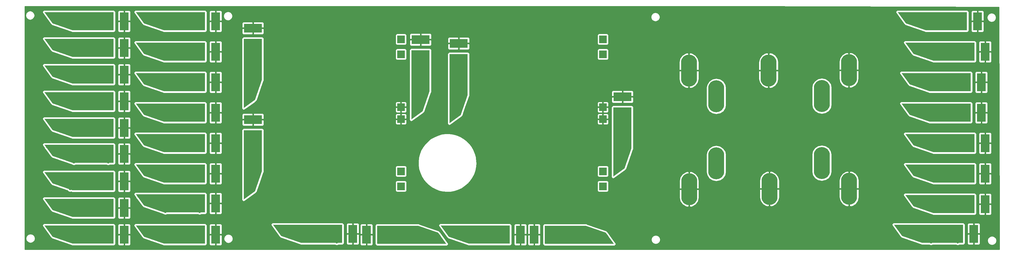
<source format=gbr>
G04 #@! TF.GenerationSoftware,KiCad,Pcbnew,(5.0.2-5-10.14)*
G04 #@! TF.CreationDate,2019-03-02T12:48:45-06:00*
G04 #@! TF.ProjectId,BackPanel,4261636b-5061-46e6-956c-2e6b69636164,rev?*
G04 #@! TF.SameCoordinates,Original*
G04 #@! TF.FileFunction,Copper,L1,Top*
G04 #@! TF.FilePolarity,Positive*
%FSLAX46Y46*%
G04 Gerber Fmt 4.6, Leading zero omitted, Abs format (unit mm)*
G04 Created by KiCad (PCBNEW (5.0.2-5-10.14)) date Saturday, March 02, 2019 at 12:48:45 PM*
%MOMM*%
%LPD*%
G01*
G04 APERTURE LIST*
G04 #@! TA.AperFunction,SMDPad,CuDef*
%ADD10R,2.500000X2.500000*%
G04 #@! TD*
G04 #@! TA.AperFunction,SMDPad,CuDef*
%ADD11O,5.330000X10.660000*%
G04 #@! TD*
G04 #@! TA.AperFunction,SMDPad,CuDef*
%ADD12R,15.000000X1.000000*%
G04 #@! TD*
G04 #@! TA.AperFunction,SMDPad,CuDef*
%ADD13R,4.000000X1.500000*%
G04 #@! TD*
G04 #@! TA.AperFunction,SMDPad,CuDef*
%ADD14C,3.231162*%
G04 #@! TD*
G04 #@! TA.AperFunction,Conductor*
%ADD15C,0.100000*%
G04 #@! TD*
G04 #@! TA.AperFunction,SMDPad,CuDef*
%ADD16C,3.402252*%
G04 #@! TD*
G04 #@! TA.AperFunction,SMDPad,CuDef*
%ADD17R,13.720000X6.000000*%
G04 #@! TD*
G04 #@! TA.AperFunction,SMDPad,CuDef*
%ADD18R,3.000000X6.000000*%
G04 #@! TD*
G04 #@! TA.AperFunction,SMDPad,CuDef*
%ADD19R,6.000000X3.000000*%
G04 #@! TD*
G04 #@! TA.AperFunction,SMDPad,CuDef*
%ADD20R,6.000000X13.720000*%
G04 #@! TD*
G04 #@! TA.AperFunction,SMDPad,CuDef*
%ADD21R,1.500000X4.000000*%
G04 #@! TD*
G04 #@! TA.AperFunction,SMDPad,CuDef*
%ADD22R,1.000000X15.000000*%
G04 #@! TD*
G04 #@! TA.AperFunction,ViaPad*
%ADD23C,0.800000*%
G04 #@! TD*
G04 #@! TA.AperFunction,Conductor*
%ADD24C,0.254000*%
G04 #@! TD*
G04 APERTURE END LIST*
D10*
G04 #@! TO.P,SC1,1*
G04 #@! TO.N,VCC*
X238589913Y-161679427D03*
X238589913Y-156679427D03*
G04 #@! TO.P,SC1,2*
G04 #@! TO.N,VSS*
X238589913Y-139279427D03*
X238589913Y-135279427D03*
G04 #@! TO.P,SC1,1*
G04 #@! TO.N,VCC*
X238589913Y-117679427D03*
X238589913Y-112679427D03*
G04 #@! TD*
G04 #@! TO.P,SC2,1*
G04 #@! TO.N,VCC*
X171279913Y-112679427D03*
X171279913Y-117679427D03*
G04 #@! TO.P,SC2,2*
G04 #@! TO.N,VSS*
X171279913Y-135279427D03*
X171279913Y-139279427D03*
G04 #@! TO.P,SC2,1*
G04 #@! TO.N,VCC*
X171279913Y-156679427D03*
X171279913Y-161679427D03*
G04 #@! TD*
D11*
G04 #@! TO.P,SC3,1*
G04 #@! TO.N,VCC*
X276386000Y-131676000D03*
X311555000Y-131584000D03*
G04 #@! TO.P,SC3,2*
G04 #@! TO.N,VSS*
X267272000Y-123086000D03*
X293820000Y-123067000D03*
X320590000Y-122972000D03*
G04 #@! TO.P,SC3,1*
G04 #@! TO.N,VCC*
X311539000Y-153926000D03*
X276370000Y-154018000D03*
G04 #@! TO.P,SC3,2*
G04 #@! TO.N,VSS*
X320653000Y-162516000D03*
X294105000Y-162535000D03*
X267335000Y-162630000D03*
G04 #@! TD*
D12*
G04 #@! TO.P,SC4,1*
G04 #@! TO.N,VCC*
X67945000Y-148336000D03*
X66611500Y-148336000D03*
D13*
X60134500Y-148590000D03*
D14*
X55753000Y-149669500D03*
D15*
G04 #@! TD*
G04 #@! TO.N,VCC*
G04 #@! TO.C,SC4*
G36*
X52403000Y-147819500D02*
X59103000Y-147819500D01*
X56403000Y-151519500D01*
X55103000Y-151519500D01*
X52403000Y-147819500D01*
X52403000Y-147819500D01*
G37*
D16*
G04 #@! TO.P,SC4,1*
G04 #@! TO.N,VCC*
X58420000Y-150876000D03*
D15*
G04 #@! TD*
G04 #@! TO.N,VCC*
G04 #@! TO.C,SC4*
G36*
X61745000Y-147926000D02*
X61745000Y-153826000D01*
X55095000Y-151526000D01*
X55095000Y-150226000D01*
X61745000Y-147926000D01*
X61745000Y-147926000D01*
G37*
D17*
G04 #@! TO.P,SC4,1*
G04 #@! TO.N,VCC*
X68580000Y-150876000D03*
D18*
G04 #@! TO.P,SC4,2*
G04 #@! TO.N,VSS*
X78994000Y-150876000D03*
G04 #@! TD*
D12*
G04 #@! TO.P,SC5,1*
G04 #@! TO.N,VCC*
X351155000Y-175006000D03*
X349821500Y-175006000D03*
D13*
X343344500Y-175260000D03*
D14*
X338963000Y-176339500D03*
D15*
G04 #@! TD*
G04 #@! TO.N,VCC*
G04 #@! TO.C,SC5*
G36*
X335613000Y-174489500D02*
X342313000Y-174489500D01*
X339613000Y-178189500D01*
X338313000Y-178189500D01*
X335613000Y-174489500D01*
X335613000Y-174489500D01*
G37*
D16*
G04 #@! TO.P,SC5,1*
G04 #@! TO.N,VCC*
X341630000Y-177546000D03*
D15*
G04 #@! TD*
G04 #@! TO.N,VCC*
G04 #@! TO.C,SC5*
G36*
X344955000Y-174596000D02*
X344955000Y-180496000D01*
X338305000Y-178196000D01*
X338305000Y-176896000D01*
X344955000Y-174596000D01*
X344955000Y-174596000D01*
G37*
D17*
G04 #@! TO.P,SC5,1*
G04 #@! TO.N,VCC*
X351790000Y-177546000D03*
D18*
G04 #@! TO.P,SC5,2*
G04 #@! TO.N,VSS*
X362204000Y-177546000D03*
G04 #@! TD*
D12*
G04 #@! TO.P,SC6,1*
G04 #@! TO.N,VCC*
X67945000Y-113030000D03*
X66611500Y-113030000D03*
D13*
X60134500Y-113284000D03*
D14*
X55753000Y-114363500D03*
D15*
G04 #@! TD*
G04 #@! TO.N,VCC*
G04 #@! TO.C,SC6*
G36*
X52403000Y-112513500D02*
X59103000Y-112513500D01*
X56403000Y-116213500D01*
X55103000Y-116213500D01*
X52403000Y-112513500D01*
X52403000Y-112513500D01*
G37*
D16*
G04 #@! TO.P,SC6,1*
G04 #@! TO.N,VCC*
X58420000Y-115570000D03*
D15*
G04 #@! TD*
G04 #@! TO.N,VCC*
G04 #@! TO.C,SC6*
G36*
X61745000Y-112620000D02*
X61745000Y-118520000D01*
X55095000Y-116220000D01*
X55095000Y-114920000D01*
X61745000Y-112620000D01*
X61745000Y-112620000D01*
G37*
D17*
G04 #@! TO.P,SC6,1*
G04 #@! TO.N,VCC*
X68580000Y-115570000D03*
D18*
G04 #@! TO.P,SC6,2*
G04 #@! TO.N,VSS*
X78994000Y-115570000D03*
G04 #@! TD*
G04 #@! TO.P,SC7,2*
G04 #@! TO.N,VSS*
X78994000Y-160020000D03*
D17*
G04 #@! TO.P,SC7,1*
G04 #@! TO.N,VCC*
X68580000Y-160020000D03*
D16*
X58420000Y-160020000D03*
D15*
G04 #@! TD*
G04 #@! TO.N,VCC*
G04 #@! TO.C,SC7*
G36*
X61745000Y-157070000D02*
X61745000Y-162970000D01*
X55095000Y-160670000D01*
X55095000Y-159370000D01*
X61745000Y-157070000D01*
X61745000Y-157070000D01*
G37*
D14*
G04 #@! TO.P,SC7,1*
G04 #@! TO.N,VCC*
X55753000Y-158813500D03*
D15*
G04 #@! TD*
G04 #@! TO.N,VCC*
G04 #@! TO.C,SC7*
G36*
X52403000Y-156963500D02*
X59103000Y-156963500D01*
X56403000Y-160663500D01*
X55103000Y-160663500D01*
X52403000Y-156963500D01*
X52403000Y-156963500D01*
G37*
D13*
G04 #@! TO.P,SC7,1*
G04 #@! TO.N,VCC*
X60134500Y-157734000D03*
D12*
X66611500Y-157480000D03*
X67945000Y-157480000D03*
G04 #@! TD*
D18*
G04 #@! TO.P,SC8,2*
G04 #@! TO.N,VSS*
X215646000Y-177800000D03*
D17*
G04 #@! TO.P,SC8,1*
G04 #@! TO.N,VCC*
X226060000Y-177800000D03*
D16*
X236220000Y-177800000D03*
D15*
G04 #@! TD*
G04 #@! TO.N,VCC*
G04 #@! TO.C,SC8*
G36*
X232895000Y-180750000D02*
X232895000Y-174850000D01*
X239545000Y-177150000D01*
X239545000Y-178450000D01*
X232895000Y-180750000D01*
X232895000Y-180750000D01*
G37*
D14*
G04 #@! TO.P,SC8,1*
G04 #@! TO.N,VCC*
X238887000Y-179006500D03*
D15*
G04 #@! TD*
G04 #@! TO.N,VCC*
G04 #@! TO.C,SC8*
G36*
X242237000Y-180856500D02*
X235537000Y-180856500D01*
X238237000Y-177156500D01*
X239537000Y-177156500D01*
X242237000Y-180856500D01*
X242237000Y-180856500D01*
G37*
D13*
G04 #@! TO.P,SC8,1*
G04 #@! TO.N,VCC*
X234505500Y-180086000D03*
D12*
X228028500Y-180340000D03*
X226695000Y-180340000D03*
G04 #@! TD*
D18*
G04 #@! TO.P,SC9,2*
G04 #@! TO.N,VSS*
X78994000Y-124460000D03*
D17*
G04 #@! TO.P,SC9,1*
G04 #@! TO.N,VCC*
X68580000Y-124460000D03*
D16*
X58420000Y-124460000D03*
D15*
G04 #@! TD*
G04 #@! TO.N,VCC*
G04 #@! TO.C,SC9*
G36*
X61745000Y-121510000D02*
X61745000Y-127410000D01*
X55095000Y-125110000D01*
X55095000Y-123810000D01*
X61745000Y-121510000D01*
X61745000Y-121510000D01*
G37*
D14*
G04 #@! TO.P,SC9,1*
G04 #@! TO.N,VCC*
X55753000Y-123253500D03*
D15*
G04 #@! TD*
G04 #@! TO.N,VCC*
G04 #@! TO.C,SC9*
G36*
X52403000Y-121403500D02*
X59103000Y-121403500D01*
X56403000Y-125103500D01*
X55103000Y-125103500D01*
X52403000Y-121403500D01*
X52403000Y-121403500D01*
G37*
D13*
G04 #@! TO.P,SC9,1*
G04 #@! TO.N,VCC*
X60134500Y-122174000D03*
D12*
X66611500Y-121920000D03*
X67945000Y-121920000D03*
G04 #@! TD*
D18*
G04 #@! TO.P,SC10,2*
G04 #@! TO.N,VSS*
X78994000Y-168910000D03*
D17*
G04 #@! TO.P,SC10,1*
G04 #@! TO.N,VCC*
X68580000Y-168910000D03*
D16*
X58420000Y-168910000D03*
D15*
G04 #@! TD*
G04 #@! TO.N,VCC*
G04 #@! TO.C,SC10*
G36*
X61745000Y-165960000D02*
X61745000Y-171860000D01*
X55095000Y-169560000D01*
X55095000Y-168260000D01*
X61745000Y-165960000D01*
X61745000Y-165960000D01*
G37*
D14*
G04 #@! TO.P,SC10,1*
G04 #@! TO.N,VCC*
X55753000Y-167703500D03*
D15*
G04 #@! TD*
G04 #@! TO.N,VCC*
G04 #@! TO.C,SC10*
G36*
X52403000Y-165853500D02*
X59103000Y-165853500D01*
X56403000Y-169553500D01*
X55103000Y-169553500D01*
X52403000Y-165853500D01*
X52403000Y-165853500D01*
G37*
D13*
G04 #@! TO.P,SC10,1*
G04 #@! TO.N,VCC*
X60134500Y-166624000D03*
D12*
X66611500Y-166370000D03*
X67945000Y-166370000D03*
G04 #@! TD*
D18*
G04 #@! TO.P,SC11,2*
G04 #@! TO.N,VSS*
X78994000Y-133350000D03*
D17*
G04 #@! TO.P,SC11,1*
G04 #@! TO.N,VCC*
X68580000Y-133350000D03*
D16*
X58420000Y-133350000D03*
D15*
G04 #@! TD*
G04 #@! TO.N,VCC*
G04 #@! TO.C,SC11*
G36*
X61745000Y-130400000D02*
X61745000Y-136300000D01*
X55095000Y-134000000D01*
X55095000Y-132700000D01*
X61745000Y-130400000D01*
X61745000Y-130400000D01*
G37*
D14*
G04 #@! TO.P,SC11,1*
G04 #@! TO.N,VCC*
X55753000Y-132143500D03*
D15*
G04 #@! TD*
G04 #@! TO.N,VCC*
G04 #@! TO.C,SC11*
G36*
X52403000Y-130293500D02*
X59103000Y-130293500D01*
X56403000Y-133993500D01*
X55103000Y-133993500D01*
X52403000Y-130293500D01*
X52403000Y-130293500D01*
G37*
D13*
G04 #@! TO.P,SC11,1*
G04 #@! TO.N,VCC*
X60134500Y-131064000D03*
D12*
X66611500Y-130810000D03*
X67945000Y-130810000D03*
G04 #@! TD*
D18*
G04 #@! TO.P,SC12,2*
G04 #@! TO.N,VSS*
X78994000Y-177800000D03*
D17*
G04 #@! TO.P,SC12,1*
G04 #@! TO.N,VCC*
X68580000Y-177800000D03*
D16*
X58420000Y-177800000D03*
D15*
G04 #@! TD*
G04 #@! TO.N,VCC*
G04 #@! TO.C,SC12*
G36*
X61745000Y-174850000D02*
X61745000Y-180750000D01*
X55095000Y-178450000D01*
X55095000Y-177150000D01*
X61745000Y-174850000D01*
X61745000Y-174850000D01*
G37*
D14*
G04 #@! TO.P,SC12,1*
G04 #@! TO.N,VCC*
X55753000Y-176593500D03*
D15*
G04 #@! TD*
G04 #@! TO.N,VCC*
G04 #@! TO.C,SC12*
G36*
X52403000Y-174743500D02*
X59103000Y-174743500D01*
X56403000Y-178443500D01*
X55103000Y-178443500D01*
X52403000Y-174743500D01*
X52403000Y-174743500D01*
G37*
D13*
G04 #@! TO.P,SC12,1*
G04 #@! TO.N,VCC*
X60134500Y-175514000D03*
D12*
X66611500Y-175260000D03*
X67945000Y-175260000D03*
G04 #@! TD*
G04 #@! TO.P,SC13,1*
G04 #@! TO.N,VCC*
X67945000Y-139700000D03*
X66611500Y-139700000D03*
D13*
X60134500Y-139954000D03*
D14*
X55753000Y-141033500D03*
D15*
G04 #@! TD*
G04 #@! TO.N,VCC*
G04 #@! TO.C,SC13*
G36*
X52403000Y-139183500D02*
X59103000Y-139183500D01*
X56403000Y-142883500D01*
X55103000Y-142883500D01*
X52403000Y-139183500D01*
X52403000Y-139183500D01*
G37*
D16*
G04 #@! TO.P,SC13,1*
G04 #@! TO.N,VCC*
X58420000Y-142240000D03*
D15*
G04 #@! TD*
G04 #@! TO.N,VCC*
G04 #@! TO.C,SC13*
G36*
X61745000Y-139290000D02*
X61745000Y-145190000D01*
X55095000Y-142890000D01*
X55095000Y-141590000D01*
X61745000Y-139290000D01*
X61745000Y-139290000D01*
G37*
D17*
G04 #@! TO.P,SC13,1*
G04 #@! TO.N,VCC*
X68580000Y-142240000D03*
D18*
G04 #@! TO.P,SC13,2*
G04 #@! TO.N,VSS*
X78994000Y-142240000D03*
G04 #@! TD*
D12*
G04 #@! TO.P,SC14,1*
G04 #@! TO.N,VCC*
X354965000Y-165100000D03*
X353631500Y-165100000D03*
D13*
X347154500Y-165354000D03*
D14*
X342773000Y-166433500D03*
D15*
G04 #@! TD*
G04 #@! TO.N,VCC*
G04 #@! TO.C,SC14*
G36*
X339423000Y-164583500D02*
X346123000Y-164583500D01*
X343423000Y-168283500D01*
X342123000Y-168283500D01*
X339423000Y-164583500D01*
X339423000Y-164583500D01*
G37*
D16*
G04 #@! TO.P,SC14,1*
G04 #@! TO.N,VCC*
X345440000Y-167640000D03*
D15*
G04 #@! TD*
G04 #@! TO.N,VCC*
G04 #@! TO.C,SC14*
G36*
X348765000Y-164690000D02*
X348765000Y-170590000D01*
X342115000Y-168290000D01*
X342115000Y-166990000D01*
X348765000Y-164690000D01*
X348765000Y-164690000D01*
G37*
D17*
G04 #@! TO.P,SC14,1*
G04 #@! TO.N,VCC*
X355600000Y-167640000D03*
D18*
G04 #@! TO.P,SC14,2*
G04 #@! TO.N,VSS*
X366014000Y-167640000D03*
G04 #@! TD*
D12*
G04 #@! TO.P,SC15,1*
G04 #@! TO.N,VCC*
X98425000Y-164846000D03*
X97091500Y-164846000D03*
D13*
X90614500Y-165100000D03*
D14*
X86233000Y-166179500D03*
D15*
G04 #@! TD*
G04 #@! TO.N,VCC*
G04 #@! TO.C,SC15*
G36*
X82883000Y-164329500D02*
X89583000Y-164329500D01*
X86883000Y-168029500D01*
X85583000Y-168029500D01*
X82883000Y-164329500D01*
X82883000Y-164329500D01*
G37*
D16*
G04 #@! TO.P,SC15,1*
G04 #@! TO.N,VCC*
X88900000Y-167386000D03*
D15*
G04 #@! TD*
G04 #@! TO.N,VCC*
G04 #@! TO.C,SC15*
G36*
X92225000Y-164436000D02*
X92225000Y-170336000D01*
X85575000Y-168036000D01*
X85575000Y-166736000D01*
X92225000Y-164436000D01*
X92225000Y-164436000D01*
G37*
D17*
G04 #@! TO.P,SC15,1*
G04 #@! TO.N,VCC*
X99060000Y-167386000D03*
D18*
G04 #@! TO.P,SC15,2*
G04 #@! TO.N,VSS*
X109474000Y-167386000D03*
G04 #@! TD*
D12*
G04 #@! TO.P,SC16,1*
G04 #@! TO.N,VCC*
X354965000Y-154940000D03*
X353631500Y-154940000D03*
D13*
X347154500Y-155194000D03*
D14*
X342773000Y-156273500D03*
D15*
G04 #@! TD*
G04 #@! TO.N,VCC*
G04 #@! TO.C,SC16*
G36*
X339423000Y-154423500D02*
X346123000Y-154423500D01*
X343423000Y-158123500D01*
X342123000Y-158123500D01*
X339423000Y-154423500D01*
X339423000Y-154423500D01*
G37*
D16*
G04 #@! TO.P,SC16,1*
G04 #@! TO.N,VCC*
X345440000Y-157480000D03*
D15*
G04 #@! TD*
G04 #@! TO.N,VCC*
G04 #@! TO.C,SC16*
G36*
X348765000Y-154530000D02*
X348765000Y-160430000D01*
X342115000Y-158130000D01*
X342115000Y-156830000D01*
X348765000Y-154530000D01*
X348765000Y-154530000D01*
G37*
D17*
G04 #@! TO.P,SC16,1*
G04 #@! TO.N,VCC*
X355600000Y-157480000D03*
D18*
G04 #@! TO.P,SC16,2*
G04 #@! TO.N,VSS*
X366014000Y-157480000D03*
G04 #@! TD*
D12*
G04 #@! TO.P,SC17,1*
G04 #@! TO.N,VCC*
X98425000Y-154940000D03*
X97091500Y-154940000D03*
D13*
X90614500Y-155194000D03*
D14*
X86233000Y-156273500D03*
D15*
G04 #@! TD*
G04 #@! TO.N,VCC*
G04 #@! TO.C,SC17*
G36*
X82883000Y-154423500D02*
X89583000Y-154423500D01*
X86883000Y-158123500D01*
X85583000Y-158123500D01*
X82883000Y-154423500D01*
X82883000Y-154423500D01*
G37*
D16*
G04 #@! TO.P,SC17,1*
G04 #@! TO.N,VCC*
X88900000Y-157480000D03*
D15*
G04 #@! TD*
G04 #@! TO.N,VCC*
G04 #@! TO.C,SC17*
G36*
X92225000Y-154530000D02*
X92225000Y-160430000D01*
X85575000Y-158130000D01*
X85575000Y-156830000D01*
X92225000Y-154530000D01*
X92225000Y-154530000D01*
G37*
D17*
G04 #@! TO.P,SC17,1*
G04 #@! TO.N,VCC*
X99060000Y-157480000D03*
D18*
G04 #@! TO.P,SC17,2*
G04 #@! TO.N,VSS*
X109474000Y-157480000D03*
G04 #@! TD*
D12*
G04 #@! TO.P,SC18,1*
G04 #@! TO.N,VCC*
X354965000Y-144780000D03*
X353631500Y-144780000D03*
D13*
X347154500Y-145034000D03*
D14*
X342773000Y-146113500D03*
D15*
G04 #@! TD*
G04 #@! TO.N,VCC*
G04 #@! TO.C,SC18*
G36*
X339423000Y-144263500D02*
X346123000Y-144263500D01*
X343423000Y-147963500D01*
X342123000Y-147963500D01*
X339423000Y-144263500D01*
X339423000Y-144263500D01*
G37*
D16*
G04 #@! TO.P,SC18,1*
G04 #@! TO.N,VCC*
X345440000Y-147320000D03*
D15*
G04 #@! TD*
G04 #@! TO.N,VCC*
G04 #@! TO.C,SC18*
G36*
X348765000Y-144370000D02*
X348765000Y-150270000D01*
X342115000Y-147970000D01*
X342115000Y-146670000D01*
X348765000Y-144370000D01*
X348765000Y-144370000D01*
G37*
D17*
G04 #@! TO.P,SC18,1*
G04 #@! TO.N,VCC*
X355600000Y-147320000D03*
D18*
G04 #@! TO.P,SC18,2*
G04 #@! TO.N,VSS*
X366014000Y-147320000D03*
G04 #@! TD*
G04 #@! TO.P,SC19,2*
G04 #@! TO.N,VSS*
X109474000Y-177800000D03*
D17*
G04 #@! TO.P,SC19,1*
G04 #@! TO.N,VCC*
X99060000Y-177800000D03*
D16*
X88900000Y-177800000D03*
D15*
G04 #@! TD*
G04 #@! TO.N,VCC*
G04 #@! TO.C,SC19*
G36*
X92225000Y-174850000D02*
X92225000Y-180750000D01*
X85575000Y-178450000D01*
X85575000Y-177150000D01*
X92225000Y-174850000D01*
X92225000Y-174850000D01*
G37*
D14*
G04 #@! TO.P,SC19,1*
G04 #@! TO.N,VCC*
X86233000Y-176593500D03*
D15*
G04 #@! TD*
G04 #@! TO.N,VCC*
G04 #@! TO.C,SC19*
G36*
X82883000Y-174743500D02*
X89583000Y-174743500D01*
X86883000Y-178443500D01*
X85583000Y-178443500D01*
X82883000Y-174743500D01*
X82883000Y-174743500D01*
G37*
D13*
G04 #@! TO.P,SC19,1*
G04 #@! TO.N,VCC*
X90614500Y-175514000D03*
D12*
X97091500Y-175260000D03*
X98425000Y-175260000D03*
G04 #@! TD*
D18*
G04 #@! TO.P,SC20,2*
G04 #@! TO.N,VSS*
X78994000Y-106680000D03*
D17*
G04 #@! TO.P,SC20,1*
G04 #@! TO.N,VCC*
X68580000Y-106680000D03*
D16*
X58420000Y-106680000D03*
D15*
G04 #@! TD*
G04 #@! TO.N,VCC*
G04 #@! TO.C,SC20*
G36*
X61745000Y-103730000D02*
X61745000Y-109630000D01*
X55095000Y-107330000D01*
X55095000Y-106030000D01*
X61745000Y-103730000D01*
X61745000Y-103730000D01*
G37*
D14*
G04 #@! TO.P,SC20,1*
G04 #@! TO.N,VCC*
X55753000Y-105473500D03*
D15*
G04 #@! TD*
G04 #@! TO.N,VCC*
G04 #@! TO.C,SC20*
G36*
X52403000Y-103623500D02*
X59103000Y-103623500D01*
X56403000Y-107323500D01*
X55103000Y-107323500D01*
X52403000Y-103623500D01*
X52403000Y-103623500D01*
G37*
D13*
G04 #@! TO.P,SC20,1*
G04 #@! TO.N,VCC*
X60134500Y-104394000D03*
D12*
X66611500Y-104140000D03*
X67945000Y-104140000D03*
G04 #@! TD*
D18*
G04 #@! TO.P,SC21,2*
G04 #@! TO.N,VSS*
X364744000Y-137160000D03*
D17*
G04 #@! TO.P,SC21,1*
G04 #@! TO.N,VCC*
X354330000Y-137160000D03*
D16*
X344170000Y-137160000D03*
D15*
G04 #@! TD*
G04 #@! TO.N,VCC*
G04 #@! TO.C,SC21*
G36*
X347495000Y-134210000D02*
X347495000Y-140110000D01*
X340845000Y-137810000D01*
X340845000Y-136510000D01*
X347495000Y-134210000D01*
X347495000Y-134210000D01*
G37*
D14*
G04 #@! TO.P,SC21,1*
G04 #@! TO.N,VCC*
X341503000Y-135953500D03*
D15*
G04 #@! TD*
G04 #@! TO.N,VCC*
G04 #@! TO.C,SC21*
G36*
X338153000Y-134103500D02*
X344853000Y-134103500D01*
X342153000Y-137803500D01*
X340853000Y-137803500D01*
X338153000Y-134103500D01*
X338153000Y-134103500D01*
G37*
D13*
G04 #@! TO.P,SC21,1*
G04 #@! TO.N,VCC*
X345884500Y-134874000D03*
D12*
X352361500Y-134620000D03*
X353695000Y-134620000D03*
G04 #@! TD*
D19*
G04 #@! TO.P,SC22,2*
G04 #@! TO.N,VSS*
X121920000Y-139446000D03*
D20*
G04 #@! TO.P,SC22,1*
G04 #@! TO.N,VCC*
X121920000Y-149860000D03*
D16*
X121920000Y-160020000D03*
D15*
G04 #@! TD*
G04 #@! TO.N,VCC*
G04 #@! TO.C,SC22*
G36*
X118970000Y-156695000D02*
X124870000Y-156695000D01*
X122570000Y-163345000D01*
X121270000Y-163345000D01*
X118970000Y-156695000D01*
X118970000Y-156695000D01*
G37*
D14*
G04 #@! TO.P,SC22,1*
G04 #@! TO.N,VCC*
X120713500Y-162687000D03*
D15*
G04 #@! TD*
G04 #@! TO.N,VCC*
G04 #@! TO.C,SC22*
G36*
X118863500Y-166037000D02*
X118863500Y-159337000D01*
X122563500Y-162037000D01*
X122563500Y-163337000D01*
X118863500Y-166037000D01*
X118863500Y-166037000D01*
G37*
D21*
G04 #@! TO.P,SC22,1*
G04 #@! TO.N,VCC*
X119634000Y-158305500D03*
D22*
X119380000Y-151828500D03*
X119380000Y-150495000D03*
G04 #@! TD*
D18*
G04 #@! TO.P,SC23,2*
G04 #@! TO.N,VSS*
X109474000Y-147320000D03*
D17*
G04 #@! TO.P,SC23,1*
G04 #@! TO.N,VCC*
X99060000Y-147320000D03*
D16*
X88900000Y-147320000D03*
D15*
G04 #@! TD*
G04 #@! TO.N,VCC*
G04 #@! TO.C,SC23*
G36*
X92225000Y-144370000D02*
X92225000Y-150270000D01*
X85575000Y-147970000D01*
X85575000Y-146670000D01*
X92225000Y-144370000D01*
X92225000Y-144370000D01*
G37*
D14*
G04 #@! TO.P,SC23,1*
G04 #@! TO.N,VCC*
X86233000Y-146113500D03*
D15*
G04 #@! TD*
G04 #@! TO.N,VCC*
G04 #@! TO.C,SC23*
G36*
X82883000Y-144263500D02*
X89583000Y-144263500D01*
X86883000Y-147963500D01*
X85583000Y-147963500D01*
X82883000Y-144263500D01*
X82883000Y-144263500D01*
G37*
D13*
G04 #@! TO.P,SC23,1*
G04 #@! TO.N,VCC*
X90614500Y-145034000D03*
D12*
X97091500Y-144780000D03*
X98425000Y-144780000D03*
G04 #@! TD*
D18*
G04 #@! TO.P,SC24,2*
G04 #@! TO.N,VSS*
X364744000Y-127000000D03*
D17*
G04 #@! TO.P,SC24,1*
G04 #@! TO.N,VCC*
X354330000Y-127000000D03*
D16*
X344170000Y-127000000D03*
D15*
G04 #@! TD*
G04 #@! TO.N,VCC*
G04 #@! TO.C,SC24*
G36*
X347495000Y-124050000D02*
X347495000Y-129950000D01*
X340845000Y-127650000D01*
X340845000Y-126350000D01*
X347495000Y-124050000D01*
X347495000Y-124050000D01*
G37*
D14*
G04 #@! TO.P,SC24,1*
G04 #@! TO.N,VCC*
X341503000Y-125793500D03*
D15*
G04 #@! TD*
G04 #@! TO.N,VCC*
G04 #@! TO.C,SC24*
G36*
X338153000Y-123943500D02*
X344853000Y-123943500D01*
X342153000Y-127643500D01*
X340853000Y-127643500D01*
X338153000Y-123943500D01*
X338153000Y-123943500D01*
G37*
D13*
G04 #@! TO.P,SC24,1*
G04 #@! TO.N,VCC*
X345884500Y-124714000D03*
D12*
X352361500Y-124460000D03*
X353695000Y-124460000D03*
G04 #@! TD*
G04 #@! TO.P,SC25,1*
G04 #@! TO.N,VCC*
X170815000Y-180340000D03*
X172148500Y-180340000D03*
D13*
X178625500Y-180086000D03*
D14*
X183007000Y-179006500D03*
D15*
G04 #@! TD*
G04 #@! TO.N,VCC*
G04 #@! TO.C,SC25*
G36*
X186357000Y-180856500D02*
X179657000Y-180856500D01*
X182357000Y-177156500D01*
X183657000Y-177156500D01*
X186357000Y-180856500D01*
X186357000Y-180856500D01*
G37*
D16*
G04 #@! TO.P,SC25,1*
G04 #@! TO.N,VCC*
X180340000Y-177800000D03*
D15*
G04 #@! TD*
G04 #@! TO.N,VCC*
G04 #@! TO.C,SC25*
G36*
X177015000Y-180750000D02*
X177015000Y-174850000D01*
X183665000Y-177150000D01*
X183665000Y-178450000D01*
X177015000Y-180750000D01*
X177015000Y-180750000D01*
G37*
D17*
G04 #@! TO.P,SC25,1*
G04 #@! TO.N,VCC*
X170180000Y-177800000D03*
D18*
G04 #@! TO.P,SC25,2*
G04 #@! TO.N,VSS*
X159766000Y-177800000D03*
G04 #@! TD*
D12*
G04 #@! TO.P,SC26,1*
G04 #@! TO.N,VCC*
X354965000Y-114300000D03*
X353631500Y-114300000D03*
D13*
X347154500Y-114554000D03*
D14*
X342773000Y-115633500D03*
D15*
G04 #@! TD*
G04 #@! TO.N,VCC*
G04 #@! TO.C,SC26*
G36*
X339423000Y-113783500D02*
X346123000Y-113783500D01*
X343423000Y-117483500D01*
X342123000Y-117483500D01*
X339423000Y-113783500D01*
X339423000Y-113783500D01*
G37*
D16*
G04 #@! TO.P,SC26,1*
G04 #@! TO.N,VCC*
X345440000Y-116840000D03*
D15*
G04 #@! TD*
G04 #@! TO.N,VCC*
G04 #@! TO.C,SC26*
G36*
X348765000Y-113890000D02*
X348765000Y-119790000D01*
X342115000Y-117490000D01*
X342115000Y-116190000D01*
X348765000Y-113890000D01*
X348765000Y-113890000D01*
G37*
D17*
G04 #@! TO.P,SC26,1*
G04 #@! TO.N,VCC*
X355600000Y-116840000D03*
D18*
G04 #@! TO.P,SC26,2*
G04 #@! TO.N,VSS*
X366014000Y-116840000D03*
G04 #@! TD*
D12*
G04 #@! TO.P,SC27,1*
G04 #@! TO.N,VCC*
X98425000Y-134620000D03*
X97091500Y-134620000D03*
D13*
X90614500Y-134874000D03*
D14*
X86233000Y-135953500D03*
D15*
G04 #@! TD*
G04 #@! TO.N,VCC*
G04 #@! TO.C,SC27*
G36*
X82883000Y-134103500D02*
X89583000Y-134103500D01*
X86883000Y-137803500D01*
X85583000Y-137803500D01*
X82883000Y-134103500D01*
X82883000Y-134103500D01*
G37*
D16*
G04 #@! TO.P,SC27,1*
G04 #@! TO.N,VCC*
X88900000Y-137160000D03*
D15*
G04 #@! TD*
G04 #@! TO.N,VCC*
G04 #@! TO.C,SC27*
G36*
X92225000Y-134210000D02*
X92225000Y-140110000D01*
X85575000Y-137810000D01*
X85575000Y-136510000D01*
X92225000Y-134210000D01*
X92225000Y-134210000D01*
G37*
D17*
G04 #@! TO.P,SC27,1*
G04 #@! TO.N,VCC*
X99060000Y-137160000D03*
D18*
G04 #@! TO.P,SC27,2*
G04 #@! TO.N,VSS*
X109474000Y-137160000D03*
G04 #@! TD*
D12*
G04 #@! TO.P,SC28,1*
G04 #@! TO.N,VCC*
X352425000Y-104140000D03*
X351091500Y-104140000D03*
D13*
X344614500Y-104394000D03*
D14*
X340233000Y-105473500D03*
D15*
G04 #@! TD*
G04 #@! TO.N,VCC*
G04 #@! TO.C,SC28*
G36*
X336883000Y-103623500D02*
X343583000Y-103623500D01*
X340883000Y-107323500D01*
X339583000Y-107323500D01*
X336883000Y-103623500D01*
X336883000Y-103623500D01*
G37*
D16*
G04 #@! TO.P,SC28,1*
G04 #@! TO.N,VCC*
X342900000Y-106680000D03*
D15*
G04 #@! TD*
G04 #@! TO.N,VCC*
G04 #@! TO.C,SC28*
G36*
X346225000Y-103730000D02*
X346225000Y-109630000D01*
X339575000Y-107330000D01*
X339575000Y-106030000D01*
X346225000Y-103730000D01*
X346225000Y-103730000D01*
G37*
D17*
G04 #@! TO.P,SC28,1*
G04 #@! TO.N,VCC*
X353060000Y-106680000D03*
D18*
G04 #@! TO.P,SC28,2*
G04 #@! TO.N,VSS*
X363474000Y-106680000D03*
G04 #@! TD*
D12*
G04 #@! TO.P,SC29,1*
G04 #@! TO.N,VCC*
X200025000Y-175260000D03*
X198691500Y-175260000D03*
D13*
X192214500Y-175514000D03*
D14*
X187833000Y-176593500D03*
D15*
G04 #@! TD*
G04 #@! TO.N,VCC*
G04 #@! TO.C,SC29*
G36*
X184483000Y-174743500D02*
X191183000Y-174743500D01*
X188483000Y-178443500D01*
X187183000Y-178443500D01*
X184483000Y-174743500D01*
X184483000Y-174743500D01*
G37*
D16*
G04 #@! TO.P,SC29,1*
G04 #@! TO.N,VCC*
X190500000Y-177800000D03*
D15*
G04 #@! TD*
G04 #@! TO.N,VCC*
G04 #@! TO.C,SC29*
G36*
X193825000Y-174850000D02*
X193825000Y-180750000D01*
X187175000Y-178450000D01*
X187175000Y-177150000D01*
X193825000Y-174850000D01*
X193825000Y-174850000D01*
G37*
D17*
G04 #@! TO.P,SC29,1*
G04 #@! TO.N,VCC*
X200660000Y-177800000D03*
D18*
G04 #@! TO.P,SC29,2*
G04 #@! TO.N,VSS*
X211074000Y-177800000D03*
G04 #@! TD*
D22*
G04 #@! TO.P,SC30,1*
G04 #@! TO.N,VCC*
X119380000Y-120015000D03*
X119380000Y-121348500D03*
D21*
X119634000Y-127825500D03*
D14*
X120713500Y-132207000D03*
D15*
G04 #@! TD*
G04 #@! TO.N,VCC*
G04 #@! TO.C,SC30*
G36*
X118863500Y-135557000D02*
X118863500Y-128857000D01*
X122563500Y-131557000D01*
X122563500Y-132857000D01*
X118863500Y-135557000D01*
X118863500Y-135557000D01*
G37*
D16*
G04 #@! TO.P,SC30,1*
G04 #@! TO.N,VCC*
X121920000Y-129540000D03*
D15*
G04 #@! TD*
G04 #@! TO.N,VCC*
G04 #@! TO.C,SC30*
G36*
X118970000Y-126215000D02*
X124870000Y-126215000D01*
X122570000Y-132865000D01*
X121270000Y-132865000D01*
X118970000Y-126215000D01*
X118970000Y-126215000D01*
G37*
D20*
G04 #@! TO.P,SC30,1*
G04 #@! TO.N,VCC*
X121920000Y-119380000D03*
D19*
G04 #@! TO.P,SC30,2*
G04 #@! TO.N,VSS*
X121920000Y-108966000D03*
G04 #@! TD*
D18*
G04 #@! TO.P,SC31,2*
G04 #@! TO.N,VSS*
X155194000Y-177546000D03*
D17*
G04 #@! TO.P,SC31,1*
G04 #@! TO.N,VCC*
X144780000Y-177546000D03*
D16*
X134620000Y-177546000D03*
D15*
G04 #@! TD*
G04 #@! TO.N,VCC*
G04 #@! TO.C,SC31*
G36*
X137945000Y-174596000D02*
X137945000Y-180496000D01*
X131295000Y-178196000D01*
X131295000Y-176896000D01*
X137945000Y-174596000D01*
X137945000Y-174596000D01*
G37*
D14*
G04 #@! TO.P,SC31,1*
G04 #@! TO.N,VCC*
X131953000Y-176339500D03*
D15*
G04 #@! TD*
G04 #@! TO.N,VCC*
G04 #@! TO.C,SC31*
G36*
X128603000Y-174489500D02*
X135303000Y-174489500D01*
X132603000Y-178189500D01*
X131303000Y-178189500D01*
X128603000Y-174489500D01*
X128603000Y-174489500D01*
G37*
D13*
G04 #@! TO.P,SC31,1*
G04 #@! TO.N,VCC*
X136334500Y-175260000D03*
D12*
X142811500Y-175006000D03*
X144145000Y-175006000D03*
G04 #@! TD*
D19*
G04 #@! TO.P,SC32,2*
G04 #@! TO.N,VSS*
X177800000Y-112776000D03*
D20*
G04 #@! TO.P,SC32,1*
G04 #@! TO.N,VCC*
X177800000Y-123190000D03*
D16*
X177800000Y-133350000D03*
D15*
G04 #@! TD*
G04 #@! TO.N,VCC*
G04 #@! TO.C,SC32*
G36*
X174850000Y-130025000D02*
X180750000Y-130025000D01*
X178450000Y-136675000D01*
X177150000Y-136675000D01*
X174850000Y-130025000D01*
X174850000Y-130025000D01*
G37*
D14*
G04 #@! TO.P,SC32,1*
G04 #@! TO.N,VCC*
X176593500Y-136017000D03*
D15*
G04 #@! TD*
G04 #@! TO.N,VCC*
G04 #@! TO.C,SC32*
G36*
X174743500Y-139367000D02*
X174743500Y-132667000D01*
X178443500Y-135367000D01*
X178443500Y-136667000D01*
X174743500Y-139367000D01*
X174743500Y-139367000D01*
G37*
D21*
G04 #@! TO.P,SC32,1*
G04 #@! TO.N,VCC*
X175514000Y-131635500D03*
D22*
X175260000Y-125158500D03*
X175260000Y-123825000D03*
G04 #@! TD*
D18*
G04 #@! TO.P,SC33,2*
G04 #@! TO.N,VSS*
X109474000Y-127000000D03*
D17*
G04 #@! TO.P,SC33,1*
G04 #@! TO.N,VCC*
X99060000Y-127000000D03*
D16*
X88900000Y-127000000D03*
D15*
G04 #@! TD*
G04 #@! TO.N,VCC*
G04 #@! TO.C,SC33*
G36*
X92225000Y-124050000D02*
X92225000Y-129950000D01*
X85575000Y-127650000D01*
X85575000Y-126350000D01*
X92225000Y-124050000D01*
X92225000Y-124050000D01*
G37*
D14*
G04 #@! TO.P,SC33,1*
G04 #@! TO.N,VCC*
X86233000Y-125793500D03*
D15*
G04 #@! TD*
G04 #@! TO.N,VCC*
G04 #@! TO.C,SC33*
G36*
X82883000Y-123943500D02*
X89583000Y-123943500D01*
X86883000Y-127643500D01*
X85583000Y-127643500D01*
X82883000Y-123943500D01*
X82883000Y-123943500D01*
G37*
D13*
G04 #@! TO.P,SC33,1*
G04 #@! TO.N,VCC*
X90614500Y-124714000D03*
D12*
X97091500Y-124460000D03*
X98425000Y-124460000D03*
G04 #@! TD*
D19*
G04 #@! TO.P,SC34,2*
G04 #@! TO.N,VSS*
X190500000Y-114046000D03*
D20*
G04 #@! TO.P,SC34,1*
G04 #@! TO.N,VCC*
X190500000Y-124460000D03*
D16*
X190500000Y-134620000D03*
D15*
G04 #@! TD*
G04 #@! TO.N,VCC*
G04 #@! TO.C,SC34*
G36*
X187550000Y-131295000D02*
X193450000Y-131295000D01*
X191150000Y-137945000D01*
X189850000Y-137945000D01*
X187550000Y-131295000D01*
X187550000Y-131295000D01*
G37*
D14*
G04 #@! TO.P,SC34,1*
G04 #@! TO.N,VCC*
X189293500Y-137287000D03*
D15*
G04 #@! TD*
G04 #@! TO.N,VCC*
G04 #@! TO.C,SC34*
G36*
X187443500Y-140637000D02*
X187443500Y-133937000D01*
X191143500Y-136637000D01*
X191143500Y-137937000D01*
X187443500Y-140637000D01*
X187443500Y-140637000D01*
G37*
D21*
G04 #@! TO.P,SC34,1*
G04 #@! TO.N,VCC*
X188214000Y-132905500D03*
D22*
X187960000Y-126428500D03*
X187960000Y-125095000D03*
G04 #@! TD*
D19*
G04 #@! TO.P,SC35,2*
G04 #@! TO.N,VSS*
X245110000Y-131826000D03*
D20*
G04 #@! TO.P,SC35,1*
G04 #@! TO.N,VCC*
X245110000Y-142240000D03*
D16*
X245110000Y-152400000D03*
D15*
G04 #@! TD*
G04 #@! TO.N,VCC*
G04 #@! TO.C,SC35*
G36*
X242160000Y-149075000D02*
X248060000Y-149075000D01*
X245760000Y-155725000D01*
X244460000Y-155725000D01*
X242160000Y-149075000D01*
X242160000Y-149075000D01*
G37*
D14*
G04 #@! TO.P,SC35,1*
G04 #@! TO.N,VCC*
X243903500Y-155067000D03*
D15*
G04 #@! TD*
G04 #@! TO.N,VCC*
G04 #@! TO.C,SC35*
G36*
X242053500Y-158417000D02*
X242053500Y-151717000D01*
X245753500Y-154417000D01*
X245753500Y-155717000D01*
X242053500Y-158417000D01*
X242053500Y-158417000D01*
G37*
D21*
G04 #@! TO.P,SC35,1*
G04 #@! TO.N,VCC*
X242824000Y-150685500D03*
D22*
X242570000Y-144208500D03*
X242570000Y-142875000D03*
G04 #@! TD*
D12*
G04 #@! TO.P,SC36,1*
G04 #@! TO.N,VCC*
X98425000Y-114300000D03*
X97091500Y-114300000D03*
D13*
X90614500Y-114554000D03*
D14*
X86233000Y-115633500D03*
D15*
G04 #@! TD*
G04 #@! TO.N,VCC*
G04 #@! TO.C,SC36*
G36*
X82883000Y-113783500D02*
X89583000Y-113783500D01*
X86883000Y-117483500D01*
X85583000Y-117483500D01*
X82883000Y-113783500D01*
X82883000Y-113783500D01*
G37*
D16*
G04 #@! TO.P,SC36,1*
G04 #@! TO.N,VCC*
X88900000Y-116840000D03*
D15*
G04 #@! TD*
G04 #@! TO.N,VCC*
G04 #@! TO.C,SC36*
G36*
X92225000Y-113890000D02*
X92225000Y-119790000D01*
X85575000Y-117490000D01*
X85575000Y-116190000D01*
X92225000Y-113890000D01*
X92225000Y-113890000D01*
G37*
D17*
G04 #@! TO.P,SC36,1*
G04 #@! TO.N,VCC*
X99060000Y-116840000D03*
D18*
G04 #@! TO.P,SC36,2*
G04 #@! TO.N,VSS*
X109474000Y-116840000D03*
G04 #@! TD*
D12*
G04 #@! TO.P,SC37,1*
G04 #@! TO.N,VCC*
X98425000Y-104140000D03*
X97091500Y-104140000D03*
D13*
X90614500Y-104394000D03*
D14*
X86233000Y-105473500D03*
D15*
G04 #@! TD*
G04 #@! TO.N,VCC*
G04 #@! TO.C,SC37*
G36*
X82883000Y-103623500D02*
X89583000Y-103623500D01*
X86883000Y-107323500D01*
X85583000Y-107323500D01*
X82883000Y-103623500D01*
X82883000Y-103623500D01*
G37*
D16*
G04 #@! TO.P,SC37,1*
G04 #@! TO.N,VCC*
X88900000Y-106680000D03*
D15*
G04 #@! TD*
G04 #@! TO.N,VCC*
G04 #@! TO.C,SC37*
G36*
X92225000Y-103730000D02*
X92225000Y-109630000D01*
X85575000Y-107330000D01*
X85575000Y-106030000D01*
X92225000Y-103730000D01*
X92225000Y-103730000D01*
G37*
D17*
G04 #@! TO.P,SC37,1*
G04 #@! TO.N,VCC*
X99060000Y-106680000D03*
D18*
G04 #@! TO.P,SC37,2*
G04 #@! TO.N,VSS*
X109474000Y-106680000D03*
G04 #@! TD*
D23*
G04 #@! TO.N,VCC*
X171450000Y-113030000D03*
X171450000Y-118110000D03*
X171450000Y-156210000D03*
X171450000Y-161290000D03*
X238760000Y-161290000D03*
X238760000Y-156210000D03*
X238760000Y-118110000D03*
X238760000Y-113030000D03*
X275590000Y-128270000D03*
X275590000Y-135890000D03*
X275590000Y-149860000D03*
X275590000Y-157480000D03*
X311150000Y-157480000D03*
X311150000Y-151130000D03*
X311150000Y-135890000D03*
X311150000Y-128270000D03*
X339090000Y-175260000D03*
X347980000Y-180340000D03*
X356870000Y-180340000D03*
X356870000Y-175260000D03*
X360680000Y-170180000D03*
X340360000Y-165100000D03*
X349250000Y-170180000D03*
X360680000Y-165100000D03*
X360680000Y-154940000D03*
X360680000Y-160020000D03*
X349250000Y-160020000D03*
X340360000Y-154940000D03*
X340360000Y-144780000D03*
X349250000Y-149860000D03*
X360680000Y-149860000D03*
X360680000Y-144780000D03*
X359410000Y-134620000D03*
X359410000Y-139700000D03*
X347980000Y-139700000D03*
X339090000Y-134620000D03*
X339090000Y-124460000D03*
X347980000Y-129540000D03*
X359410000Y-129540000D03*
X359410000Y-124460000D03*
X349250000Y-119380000D03*
X360680000Y-119380000D03*
X360680000Y-114300000D03*
X340360000Y-114300000D03*
X339090000Y-104140000D03*
X347980000Y-109220000D03*
X358140000Y-109220000D03*
X358140000Y-104140000D03*
X247650000Y-148590000D03*
X247650000Y-135890000D03*
X242570000Y-135890000D03*
X242570000Y-157480000D03*
X232410000Y-175260000D03*
X241300000Y-180340000D03*
X219710000Y-180340000D03*
X219710000Y-175260000D03*
X207010000Y-175260000D03*
X207010000Y-180340000D03*
X194310000Y-180340000D03*
X185420000Y-175260000D03*
X176530000Y-175260000D03*
X185420000Y-180340000D03*
X163830000Y-180340000D03*
X163830000Y-175260000D03*
X149860000Y-180340000D03*
X149860000Y-175260000D03*
X130810000Y-175260000D03*
X187960000Y-139700000D03*
X193040000Y-130810000D03*
X193040000Y-119380000D03*
X187960000Y-119380000D03*
X175260000Y-138430000D03*
X180340000Y-129540000D03*
X180340000Y-118110000D03*
X175260000Y-118110000D03*
X124460000Y-156210000D03*
X119380000Y-165100000D03*
X119380000Y-144780000D03*
X124460000Y-144780000D03*
X124460000Y-125730000D03*
X124460000Y-114300000D03*
X119380000Y-114300000D03*
X119380000Y-134620000D03*
X104140000Y-104140000D03*
X104140000Y-109220000D03*
X92710000Y-109220000D03*
X83820000Y-104140000D03*
X83820000Y-114300000D03*
X92710000Y-119380000D03*
X104140000Y-114300000D03*
X104140000Y-119380000D03*
X83820000Y-124460000D03*
X92710000Y-129540000D03*
X104140000Y-129540000D03*
X104140000Y-124460000D03*
X104140000Y-134620000D03*
X104140000Y-139700000D03*
X92710000Y-139700000D03*
X83820000Y-134620000D03*
X83820000Y-144780000D03*
X92710000Y-149860000D03*
X104140000Y-149860000D03*
X104140000Y-144780000D03*
X92710000Y-160020000D03*
X83820000Y-154940000D03*
X104140000Y-154940000D03*
X104140000Y-160020000D03*
X83820000Y-165100000D03*
X92710000Y-170180000D03*
X104140000Y-165100000D03*
X104140000Y-170180000D03*
X83820000Y-175260000D03*
X92710000Y-180340000D03*
X104140000Y-180340000D03*
X104140000Y-175260000D03*
X53340000Y-175260000D03*
X62230000Y-180340000D03*
X73660000Y-180340000D03*
X73660000Y-175260000D03*
X53340000Y-166370000D03*
X62230000Y-171450000D03*
X73660000Y-171450000D03*
X73660000Y-166370000D03*
X73660000Y-162560000D03*
X73660000Y-157480000D03*
X60960000Y-162560000D03*
X54610000Y-157480000D03*
X53340000Y-148590000D03*
X62230000Y-153670000D03*
X73660000Y-153670000D03*
X73660000Y-148590000D03*
X53340000Y-139700000D03*
X62230000Y-144780000D03*
X73660000Y-144780000D03*
X73660000Y-139700000D03*
X73660000Y-135890000D03*
X73660000Y-130810000D03*
X62230000Y-135890000D03*
X53340000Y-130810000D03*
X53340000Y-121920000D03*
X62230000Y-127000000D03*
X73660000Y-127000000D03*
X73660000Y-121920000D03*
X53340000Y-113030000D03*
X62230000Y-118110000D03*
X73660000Y-118110000D03*
X73660000Y-113030000D03*
X53340000Y-104140000D03*
X62230000Y-109220000D03*
X73660000Y-109220000D03*
X73660000Y-104140000D03*
G04 #@! TD*
D24*
G04 #@! TO.N,VSS*
G36*
X370592916Y-101921481D02*
X370713000Y-176563181D01*
X370713000Y-182753000D01*
X80412216Y-182753000D01*
X45847000Y-182674347D01*
X45847000Y-179046710D01*
X46221317Y-179046710D01*
X46337639Y-179631499D01*
X46668895Y-180127260D01*
X47164656Y-180458516D01*
X47749445Y-180574838D01*
X48334234Y-180458516D01*
X48617102Y-180269510D01*
X48647197Y-180256745D01*
X48668246Y-180235337D01*
X48829995Y-180127260D01*
X49161251Y-179631499D01*
X49277573Y-179046710D01*
X49161251Y-178461921D01*
X48829995Y-177966160D01*
X48334234Y-177634904D01*
X47749445Y-177518582D01*
X47164656Y-177634904D01*
X46668895Y-177966160D01*
X46591687Y-178081710D01*
X46572279Y-178097306D01*
X46531365Y-178171988D01*
X46337639Y-178461921D01*
X46221317Y-179046710D01*
X45847000Y-179046710D01*
X45847000Y-174643550D01*
X51763321Y-174643550D01*
X51773765Y-174895953D01*
X51880004Y-175125146D01*
X54512659Y-178732858D01*
X54512696Y-178733019D01*
X54514828Y-178735831D01*
X54580004Y-178825146D01*
X54586317Y-178830112D01*
X54665328Y-178934314D01*
X54883374Y-179061876D01*
X61294067Y-181279108D01*
X61472235Y-181398157D01*
X61720000Y-181447440D01*
X75440000Y-181447440D01*
X75687765Y-181398157D01*
X75897809Y-181257809D01*
X76038157Y-181047765D01*
X76087440Y-180800000D01*
X76087440Y-178085750D01*
X76859000Y-178085750D01*
X76859000Y-180926310D01*
X76955673Y-181159699D01*
X77134302Y-181338327D01*
X77367691Y-181435000D01*
X78708250Y-181435000D01*
X78867000Y-181276250D01*
X78867000Y-177927000D01*
X79121000Y-177927000D01*
X79121000Y-181276250D01*
X79279750Y-181435000D01*
X80620309Y-181435000D01*
X80853698Y-181338327D01*
X81032327Y-181159699D01*
X81129000Y-180926310D01*
X81129000Y-178085750D01*
X80970250Y-177927000D01*
X79121000Y-177927000D01*
X78867000Y-177927000D01*
X77017750Y-177927000D01*
X76859000Y-178085750D01*
X76087440Y-178085750D01*
X76087440Y-175785137D01*
X76092440Y-175760000D01*
X76092440Y-174760000D01*
X76075273Y-174673690D01*
X76859000Y-174673690D01*
X76859000Y-177514250D01*
X77017750Y-177673000D01*
X78867000Y-177673000D01*
X78867000Y-174323750D01*
X79121000Y-174323750D01*
X79121000Y-177673000D01*
X80970250Y-177673000D01*
X81129000Y-177514250D01*
X81129000Y-174673690D01*
X81116516Y-174643550D01*
X82243321Y-174643550D01*
X82253765Y-174895953D01*
X82360004Y-175125146D01*
X84992659Y-178732858D01*
X84992696Y-178733019D01*
X84994828Y-178735831D01*
X85060004Y-178825146D01*
X85066317Y-178830112D01*
X85145328Y-178934314D01*
X85363374Y-179061876D01*
X91774067Y-181279108D01*
X91952235Y-181398157D01*
X92200000Y-181447440D01*
X105920000Y-181447440D01*
X106167765Y-181398157D01*
X106377809Y-181257809D01*
X106518157Y-181047765D01*
X106567440Y-180800000D01*
X106567440Y-178085750D01*
X107339000Y-178085750D01*
X107339000Y-180926310D01*
X107435673Y-181159699D01*
X107614302Y-181338327D01*
X107847691Y-181435000D01*
X109188250Y-181435000D01*
X109347000Y-181276250D01*
X109347000Y-177927000D01*
X109601000Y-177927000D01*
X109601000Y-181276250D01*
X109759750Y-181435000D01*
X111100309Y-181435000D01*
X111333698Y-181338327D01*
X111512327Y-181159699D01*
X111609000Y-180926310D01*
X111609000Y-179129054D01*
X112210315Y-179129054D01*
X112325707Y-179709169D01*
X112654316Y-180200966D01*
X113146113Y-180529575D01*
X113726228Y-180644967D01*
X114306343Y-180529575D01*
X114606003Y-180329348D01*
X114652794Y-180306418D01*
X114670665Y-180286142D01*
X114798140Y-180200966D01*
X115126749Y-179709169D01*
X115242141Y-179129054D01*
X115126749Y-178548939D01*
X114798140Y-178057142D01*
X114306343Y-177728533D01*
X113726228Y-177613141D01*
X113146113Y-177728533D01*
X112654316Y-178057142D01*
X112586515Y-178158613D01*
X112528630Y-178210439D01*
X112469120Y-178334307D01*
X112325707Y-178548939D01*
X112210315Y-179129054D01*
X111609000Y-179129054D01*
X111609000Y-178085750D01*
X111450250Y-177927000D01*
X109601000Y-177927000D01*
X109347000Y-177927000D01*
X107497750Y-177927000D01*
X107339000Y-178085750D01*
X106567440Y-178085750D01*
X106567440Y-175785137D01*
X106572440Y-175760000D01*
X106572440Y-174760000D01*
X106555273Y-174673690D01*
X107339000Y-174673690D01*
X107339000Y-177514250D01*
X107497750Y-177673000D01*
X109347000Y-177673000D01*
X109347000Y-174323750D01*
X109601000Y-174323750D01*
X109601000Y-177673000D01*
X111450250Y-177673000D01*
X111609000Y-177514250D01*
X111609000Y-174673690D01*
X111512327Y-174440301D01*
X111461576Y-174389550D01*
X127963321Y-174389550D01*
X127973765Y-174641953D01*
X128080004Y-174871146D01*
X130712659Y-178478858D01*
X130712696Y-178479019D01*
X130714828Y-178481831D01*
X130780004Y-178571146D01*
X130786317Y-178576112D01*
X130865328Y-178680314D01*
X131083374Y-178807876D01*
X137494067Y-181025108D01*
X137672235Y-181144157D01*
X137920000Y-181193440D01*
X149249729Y-181193440D01*
X149273720Y-181217431D01*
X149654126Y-181375000D01*
X150065874Y-181375000D01*
X150446280Y-181217431D01*
X150470271Y-181193440D01*
X151640000Y-181193440D01*
X151887765Y-181144157D01*
X152097809Y-181003809D01*
X152238157Y-180793765D01*
X152287440Y-180546000D01*
X152287440Y-177831750D01*
X153059000Y-177831750D01*
X153059000Y-180672310D01*
X153155673Y-180905699D01*
X153334302Y-181084327D01*
X153567691Y-181181000D01*
X154908250Y-181181000D01*
X155067000Y-181022250D01*
X155067000Y-177673000D01*
X155321000Y-177673000D01*
X155321000Y-181022250D01*
X155479750Y-181181000D01*
X156820309Y-181181000D01*
X157053698Y-181084327D01*
X157232327Y-180905699D01*
X157329000Y-180672310D01*
X157329000Y-178085750D01*
X157631000Y-178085750D01*
X157631000Y-180926310D01*
X157727673Y-181159699D01*
X157906302Y-181338327D01*
X158139691Y-181435000D01*
X159480250Y-181435000D01*
X159639000Y-181276250D01*
X159639000Y-177927000D01*
X159893000Y-177927000D01*
X159893000Y-181276250D01*
X160051750Y-181435000D01*
X161392309Y-181435000D01*
X161625698Y-181338327D01*
X161804327Y-181159699D01*
X161901000Y-180926310D01*
X161901000Y-179840000D01*
X162667560Y-179840000D01*
X162667560Y-180840000D01*
X162716843Y-181087765D01*
X162857191Y-181297809D01*
X163067235Y-181438157D01*
X163315000Y-181487440D01*
X179574048Y-181487440D01*
X179657000Y-181503940D01*
X186357000Y-181503940D01*
X186509453Y-181485735D01*
X186738646Y-181379496D01*
X186909737Y-181193636D01*
X186996679Y-180956450D01*
X186986235Y-180704047D01*
X186879996Y-180474854D01*
X184247341Y-176867142D01*
X184247304Y-176866981D01*
X184245172Y-176864169D01*
X184179996Y-176774854D01*
X184173683Y-176769888D01*
X184094672Y-176665686D01*
X183876626Y-176538124D01*
X178398836Y-174643550D01*
X183843321Y-174643550D01*
X183853765Y-174895953D01*
X183960004Y-175125146D01*
X186592659Y-178732858D01*
X186592696Y-178733019D01*
X186594828Y-178735831D01*
X186660004Y-178825146D01*
X186666317Y-178830112D01*
X186745328Y-178934314D01*
X186963374Y-179061876D01*
X193374067Y-181279108D01*
X193552235Y-181398157D01*
X193800000Y-181447440D01*
X207520000Y-181447440D01*
X207767765Y-181398157D01*
X207977809Y-181257809D01*
X208118157Y-181047765D01*
X208167440Y-180800000D01*
X208167440Y-178085750D01*
X208939000Y-178085750D01*
X208939000Y-180926310D01*
X209035673Y-181159699D01*
X209214302Y-181338327D01*
X209447691Y-181435000D01*
X210788250Y-181435000D01*
X210947000Y-181276250D01*
X210947000Y-177927000D01*
X211201000Y-177927000D01*
X211201000Y-181276250D01*
X211359750Y-181435000D01*
X212700309Y-181435000D01*
X212933698Y-181338327D01*
X213112327Y-181159699D01*
X213209000Y-180926310D01*
X213209000Y-178085750D01*
X213511000Y-178085750D01*
X213511000Y-180926310D01*
X213607673Y-181159699D01*
X213786302Y-181338327D01*
X214019691Y-181435000D01*
X215360250Y-181435000D01*
X215519000Y-181276250D01*
X215519000Y-177927000D01*
X215773000Y-177927000D01*
X215773000Y-181276250D01*
X215931750Y-181435000D01*
X217272309Y-181435000D01*
X217505698Y-181338327D01*
X217684327Y-181159699D01*
X217781000Y-180926310D01*
X217781000Y-179840000D01*
X218547560Y-179840000D01*
X218547560Y-180840000D01*
X218596843Y-181087765D01*
X218737191Y-181297809D01*
X218947235Y-181438157D01*
X219195000Y-181487440D01*
X235454048Y-181487440D01*
X235537000Y-181503940D01*
X242237000Y-181503940D01*
X242389453Y-181485735D01*
X242618646Y-181379496D01*
X242789737Y-181193636D01*
X242876679Y-180956450D01*
X242866235Y-180704047D01*
X242759996Y-180474854D01*
X242014507Y-179453258D01*
X254686133Y-179453258D01*
X254801525Y-180033373D01*
X255130134Y-180525170D01*
X255621931Y-180853779D01*
X256202046Y-180969171D01*
X256782161Y-180853779D01*
X257081821Y-180653552D01*
X257128612Y-180630622D01*
X257146483Y-180610346D01*
X257273958Y-180525170D01*
X257602567Y-180033373D01*
X257717959Y-179453258D01*
X257602567Y-178873143D01*
X257273958Y-178381346D01*
X256782161Y-178052737D01*
X256202046Y-177937345D01*
X255621931Y-178052737D01*
X255130134Y-178381346D01*
X254801525Y-178873143D01*
X254686133Y-179453258D01*
X242014507Y-179453258D01*
X240127341Y-176867142D01*
X240127304Y-176866981D01*
X240125172Y-176864169D01*
X240059996Y-176774854D01*
X240053683Y-176769888D01*
X239974672Y-176665686D01*
X239756626Y-176538124D01*
X233544445Y-174389550D01*
X334973321Y-174389550D01*
X334983765Y-174641953D01*
X335090004Y-174871146D01*
X337722659Y-178478858D01*
X337722696Y-178479019D01*
X337724828Y-178481831D01*
X337790004Y-178571146D01*
X337796317Y-178576112D01*
X337875328Y-178680314D01*
X338093374Y-178807876D01*
X344504067Y-181025108D01*
X344682235Y-181144157D01*
X344930000Y-181193440D01*
X347369729Y-181193440D01*
X347393720Y-181217431D01*
X347774126Y-181375000D01*
X348185874Y-181375000D01*
X348566280Y-181217431D01*
X348590271Y-181193440D01*
X356259729Y-181193440D01*
X356283720Y-181217431D01*
X356664126Y-181375000D01*
X357075874Y-181375000D01*
X357456280Y-181217431D01*
X357480271Y-181193440D01*
X358650000Y-181193440D01*
X358897765Y-181144157D01*
X359107809Y-181003809D01*
X359248157Y-180793765D01*
X359297440Y-180546000D01*
X359297440Y-177831750D01*
X360069000Y-177831750D01*
X360069000Y-180672310D01*
X360165673Y-180905699D01*
X360344302Y-181084327D01*
X360577691Y-181181000D01*
X361918250Y-181181000D01*
X362077000Y-181022250D01*
X362077000Y-177673000D01*
X362331000Y-177673000D01*
X362331000Y-181022250D01*
X362489750Y-181181000D01*
X363830309Y-181181000D01*
X364063698Y-181084327D01*
X364242327Y-180905699D01*
X364339000Y-180672310D01*
X364339000Y-179776094D01*
X366758969Y-179776094D01*
X366875291Y-180360884D01*
X367206548Y-180856644D01*
X367702308Y-181187901D01*
X368287098Y-181304223D01*
X368871888Y-181187901D01*
X369154758Y-180998893D01*
X369184850Y-180986129D01*
X369205897Y-180964723D01*
X369367648Y-180856644D01*
X369698905Y-180360884D01*
X369815227Y-179776094D01*
X369698905Y-179191304D01*
X369367648Y-178695544D01*
X368871888Y-178364287D01*
X368287098Y-178247965D01*
X367702308Y-178364287D01*
X367206548Y-178695544D01*
X367129339Y-178811095D01*
X367109932Y-178826690D01*
X367069021Y-178901366D01*
X366875291Y-179191304D01*
X366758969Y-179776094D01*
X364339000Y-179776094D01*
X364339000Y-177831750D01*
X364180250Y-177673000D01*
X362331000Y-177673000D01*
X362077000Y-177673000D01*
X360227750Y-177673000D01*
X360069000Y-177831750D01*
X359297440Y-177831750D01*
X359297440Y-175531137D01*
X359302440Y-175506000D01*
X359302440Y-174506000D01*
X359285273Y-174419690D01*
X360069000Y-174419690D01*
X360069000Y-177260250D01*
X360227750Y-177419000D01*
X362077000Y-177419000D01*
X362077000Y-174069750D01*
X362331000Y-174069750D01*
X362331000Y-177419000D01*
X364180250Y-177419000D01*
X364339000Y-177260250D01*
X364339000Y-174419690D01*
X364242327Y-174186301D01*
X364063698Y-174007673D01*
X363830309Y-173911000D01*
X362489750Y-173911000D01*
X362331000Y-174069750D01*
X362077000Y-174069750D01*
X361918250Y-173911000D01*
X360577691Y-173911000D01*
X360344302Y-174007673D01*
X360165673Y-174186301D01*
X360069000Y-174419690D01*
X359285273Y-174419690D01*
X359253157Y-174258235D01*
X359112809Y-174048191D01*
X358902765Y-173907843D01*
X358655000Y-173858560D01*
X342395952Y-173858560D01*
X342313000Y-173842060D01*
X335613000Y-173842060D01*
X335460547Y-173860265D01*
X335231354Y-173966504D01*
X335060263Y-174152364D01*
X334973321Y-174389550D01*
X233544445Y-174389550D01*
X233345933Y-174320892D01*
X233167765Y-174201843D01*
X232920000Y-174152560D01*
X219200000Y-174152560D01*
X218952235Y-174201843D01*
X218742191Y-174342191D01*
X218601843Y-174552235D01*
X218552560Y-174800000D01*
X218552560Y-179814863D01*
X218547560Y-179840000D01*
X217781000Y-179840000D01*
X217781000Y-178085750D01*
X217622250Y-177927000D01*
X215773000Y-177927000D01*
X215519000Y-177927000D01*
X213669750Y-177927000D01*
X213511000Y-178085750D01*
X213209000Y-178085750D01*
X213050250Y-177927000D01*
X211201000Y-177927000D01*
X210947000Y-177927000D01*
X209097750Y-177927000D01*
X208939000Y-178085750D01*
X208167440Y-178085750D01*
X208167440Y-175785137D01*
X208172440Y-175760000D01*
X208172440Y-174760000D01*
X208155273Y-174673690D01*
X208939000Y-174673690D01*
X208939000Y-177514250D01*
X209097750Y-177673000D01*
X210947000Y-177673000D01*
X210947000Y-174323750D01*
X211201000Y-174323750D01*
X211201000Y-177673000D01*
X213050250Y-177673000D01*
X213209000Y-177514250D01*
X213209000Y-174673690D01*
X213511000Y-174673690D01*
X213511000Y-177514250D01*
X213669750Y-177673000D01*
X215519000Y-177673000D01*
X215519000Y-174323750D01*
X215773000Y-174323750D01*
X215773000Y-177673000D01*
X217622250Y-177673000D01*
X217781000Y-177514250D01*
X217781000Y-174673690D01*
X217684327Y-174440301D01*
X217505698Y-174261673D01*
X217272309Y-174165000D01*
X215931750Y-174165000D01*
X215773000Y-174323750D01*
X215519000Y-174323750D01*
X215360250Y-174165000D01*
X214019691Y-174165000D01*
X213786302Y-174261673D01*
X213607673Y-174440301D01*
X213511000Y-174673690D01*
X213209000Y-174673690D01*
X213112327Y-174440301D01*
X212933698Y-174261673D01*
X212700309Y-174165000D01*
X211359750Y-174165000D01*
X211201000Y-174323750D01*
X210947000Y-174323750D01*
X210788250Y-174165000D01*
X209447691Y-174165000D01*
X209214302Y-174261673D01*
X209035673Y-174440301D01*
X208939000Y-174673690D01*
X208155273Y-174673690D01*
X208123157Y-174512235D01*
X207982809Y-174302191D01*
X207772765Y-174161843D01*
X207525000Y-174112560D01*
X191265952Y-174112560D01*
X191183000Y-174096060D01*
X184483000Y-174096060D01*
X184330547Y-174114265D01*
X184101354Y-174220504D01*
X183930263Y-174406364D01*
X183843321Y-174643550D01*
X178398836Y-174643550D01*
X177465933Y-174320892D01*
X177287765Y-174201843D01*
X177040000Y-174152560D01*
X163320000Y-174152560D01*
X163072235Y-174201843D01*
X162862191Y-174342191D01*
X162721843Y-174552235D01*
X162672560Y-174800000D01*
X162672560Y-179814863D01*
X162667560Y-179840000D01*
X161901000Y-179840000D01*
X161901000Y-178085750D01*
X161742250Y-177927000D01*
X159893000Y-177927000D01*
X159639000Y-177927000D01*
X157789750Y-177927000D01*
X157631000Y-178085750D01*
X157329000Y-178085750D01*
X157329000Y-177831750D01*
X157170250Y-177673000D01*
X155321000Y-177673000D01*
X155067000Y-177673000D01*
X153217750Y-177673000D01*
X153059000Y-177831750D01*
X152287440Y-177831750D01*
X152287440Y-175531137D01*
X152292440Y-175506000D01*
X152292440Y-174506000D01*
X152275273Y-174419690D01*
X153059000Y-174419690D01*
X153059000Y-177260250D01*
X153217750Y-177419000D01*
X155067000Y-177419000D01*
X155067000Y-174069750D01*
X155321000Y-174069750D01*
X155321000Y-177419000D01*
X157170250Y-177419000D01*
X157329000Y-177260250D01*
X157329000Y-174673690D01*
X157631000Y-174673690D01*
X157631000Y-177514250D01*
X157789750Y-177673000D01*
X159639000Y-177673000D01*
X159639000Y-174323750D01*
X159893000Y-174323750D01*
X159893000Y-177673000D01*
X161742250Y-177673000D01*
X161901000Y-177514250D01*
X161901000Y-174673690D01*
X161804327Y-174440301D01*
X161625698Y-174261673D01*
X161392309Y-174165000D01*
X160051750Y-174165000D01*
X159893000Y-174323750D01*
X159639000Y-174323750D01*
X159480250Y-174165000D01*
X158139691Y-174165000D01*
X157906302Y-174261673D01*
X157727673Y-174440301D01*
X157631000Y-174673690D01*
X157329000Y-174673690D01*
X157329000Y-174419690D01*
X157232327Y-174186301D01*
X157053698Y-174007673D01*
X156820309Y-173911000D01*
X155479750Y-173911000D01*
X155321000Y-174069750D01*
X155067000Y-174069750D01*
X154908250Y-173911000D01*
X153567691Y-173911000D01*
X153334302Y-174007673D01*
X153155673Y-174186301D01*
X153059000Y-174419690D01*
X152275273Y-174419690D01*
X152243157Y-174258235D01*
X152102809Y-174048191D01*
X151892765Y-173907843D01*
X151645000Y-173858560D01*
X135385952Y-173858560D01*
X135303000Y-173842060D01*
X128603000Y-173842060D01*
X128450547Y-173860265D01*
X128221354Y-173966504D01*
X128050263Y-174152364D01*
X127963321Y-174389550D01*
X111461576Y-174389550D01*
X111333698Y-174261673D01*
X111100309Y-174165000D01*
X109759750Y-174165000D01*
X109601000Y-174323750D01*
X109347000Y-174323750D01*
X109188250Y-174165000D01*
X107847691Y-174165000D01*
X107614302Y-174261673D01*
X107435673Y-174440301D01*
X107339000Y-174673690D01*
X106555273Y-174673690D01*
X106523157Y-174512235D01*
X106382809Y-174302191D01*
X106172765Y-174161843D01*
X105925000Y-174112560D01*
X89665952Y-174112560D01*
X89583000Y-174096060D01*
X82883000Y-174096060D01*
X82730547Y-174114265D01*
X82501354Y-174220504D01*
X82330263Y-174406364D01*
X82243321Y-174643550D01*
X81116516Y-174643550D01*
X81032327Y-174440301D01*
X80853698Y-174261673D01*
X80620309Y-174165000D01*
X79279750Y-174165000D01*
X79121000Y-174323750D01*
X78867000Y-174323750D01*
X78708250Y-174165000D01*
X77367691Y-174165000D01*
X77134302Y-174261673D01*
X76955673Y-174440301D01*
X76859000Y-174673690D01*
X76075273Y-174673690D01*
X76043157Y-174512235D01*
X75902809Y-174302191D01*
X75692765Y-174161843D01*
X75445000Y-174112560D01*
X59185952Y-174112560D01*
X59103000Y-174096060D01*
X52403000Y-174096060D01*
X52250547Y-174114265D01*
X52021354Y-174220504D01*
X51850263Y-174406364D01*
X51763321Y-174643550D01*
X45847000Y-174643550D01*
X45847000Y-165753550D01*
X51763321Y-165753550D01*
X51773765Y-166005953D01*
X51880004Y-166235146D01*
X54512659Y-169842858D01*
X54512696Y-169843019D01*
X54514828Y-169845831D01*
X54580004Y-169935146D01*
X54586317Y-169940112D01*
X54665328Y-170044314D01*
X54883374Y-170171876D01*
X61294067Y-172389108D01*
X61472235Y-172508157D01*
X61720000Y-172557440D01*
X75440000Y-172557440D01*
X75687765Y-172508157D01*
X75897809Y-172367809D01*
X76038157Y-172157765D01*
X76087440Y-171910000D01*
X76087440Y-169195750D01*
X76859000Y-169195750D01*
X76859000Y-172036310D01*
X76955673Y-172269699D01*
X77134302Y-172448327D01*
X77367691Y-172545000D01*
X78708250Y-172545000D01*
X78867000Y-172386250D01*
X78867000Y-169037000D01*
X79121000Y-169037000D01*
X79121000Y-172386250D01*
X79279750Y-172545000D01*
X80620309Y-172545000D01*
X80853698Y-172448327D01*
X81032327Y-172269699D01*
X81129000Y-172036310D01*
X81129000Y-169195750D01*
X80970250Y-169037000D01*
X79121000Y-169037000D01*
X78867000Y-169037000D01*
X77017750Y-169037000D01*
X76859000Y-169195750D01*
X76087440Y-169195750D01*
X76087440Y-166895137D01*
X76092440Y-166870000D01*
X76092440Y-165870000D01*
X76075273Y-165783690D01*
X76859000Y-165783690D01*
X76859000Y-168624250D01*
X77017750Y-168783000D01*
X78867000Y-168783000D01*
X78867000Y-165433750D01*
X79121000Y-165433750D01*
X79121000Y-168783000D01*
X80970250Y-168783000D01*
X81129000Y-168624250D01*
X81129000Y-165783690D01*
X81032327Y-165550301D01*
X80853698Y-165371673D01*
X80620309Y-165275000D01*
X79279750Y-165275000D01*
X79121000Y-165433750D01*
X78867000Y-165433750D01*
X78708250Y-165275000D01*
X77367691Y-165275000D01*
X77134302Y-165371673D01*
X76955673Y-165550301D01*
X76859000Y-165783690D01*
X76075273Y-165783690D01*
X76043157Y-165622235D01*
X75902809Y-165412191D01*
X75692765Y-165271843D01*
X75445000Y-165222560D01*
X59185952Y-165222560D01*
X59103000Y-165206060D01*
X52403000Y-165206060D01*
X52250547Y-165224265D01*
X52021354Y-165330504D01*
X51850263Y-165516364D01*
X51763321Y-165753550D01*
X45847000Y-165753550D01*
X45847000Y-164229550D01*
X82243321Y-164229550D01*
X82253765Y-164481953D01*
X82360004Y-164711146D01*
X82785000Y-165293548D01*
X82785000Y-165305874D01*
X82942569Y-165686280D01*
X83233720Y-165977431D01*
X83305853Y-166007309D01*
X84992659Y-168318858D01*
X84992696Y-168319019D01*
X84994828Y-168321831D01*
X85060004Y-168411146D01*
X85066317Y-168416112D01*
X85145328Y-168520314D01*
X85363374Y-168647876D01*
X91774067Y-170865108D01*
X91952235Y-170984157D01*
X92074832Y-171008543D01*
X92123720Y-171057431D01*
X92504126Y-171215000D01*
X92915874Y-171215000D01*
X93296280Y-171057431D01*
X93320271Y-171033440D01*
X103529729Y-171033440D01*
X103553720Y-171057431D01*
X103934126Y-171215000D01*
X104345874Y-171215000D01*
X104726280Y-171057431D01*
X104750271Y-171033440D01*
X105920000Y-171033440D01*
X106167765Y-170984157D01*
X106377809Y-170843809D01*
X106518157Y-170633765D01*
X106567440Y-170386000D01*
X106567440Y-167671750D01*
X107339000Y-167671750D01*
X107339000Y-170512310D01*
X107435673Y-170745699D01*
X107614302Y-170924327D01*
X107847691Y-171021000D01*
X109188250Y-171021000D01*
X109347000Y-170862250D01*
X109347000Y-167513000D01*
X109601000Y-167513000D01*
X109601000Y-170862250D01*
X109759750Y-171021000D01*
X111100309Y-171021000D01*
X111333698Y-170924327D01*
X111512327Y-170745699D01*
X111609000Y-170512310D01*
X111609000Y-167671750D01*
X111450250Y-167513000D01*
X109601000Y-167513000D01*
X109347000Y-167513000D01*
X107497750Y-167513000D01*
X107339000Y-167671750D01*
X106567440Y-167671750D01*
X106567440Y-165371137D01*
X106572440Y-165346000D01*
X106572440Y-164346000D01*
X106555273Y-164259690D01*
X107339000Y-164259690D01*
X107339000Y-167100250D01*
X107497750Y-167259000D01*
X109347000Y-167259000D01*
X109347000Y-163909750D01*
X109601000Y-163909750D01*
X109601000Y-167259000D01*
X111450250Y-167259000D01*
X111609000Y-167100250D01*
X111609000Y-164259690D01*
X111512327Y-164026301D01*
X111333698Y-163847673D01*
X111100309Y-163751000D01*
X109759750Y-163751000D01*
X109601000Y-163909750D01*
X109347000Y-163909750D01*
X109188250Y-163751000D01*
X107847691Y-163751000D01*
X107614302Y-163847673D01*
X107435673Y-164026301D01*
X107339000Y-164259690D01*
X106555273Y-164259690D01*
X106523157Y-164098235D01*
X106382809Y-163888191D01*
X106172765Y-163747843D01*
X105925000Y-163698560D01*
X89665952Y-163698560D01*
X89583000Y-163682060D01*
X82883000Y-163682060D01*
X82730547Y-163700265D01*
X82501354Y-163806504D01*
X82330263Y-163992364D01*
X82243321Y-164229550D01*
X45847000Y-164229550D01*
X45847000Y-156863550D01*
X51763321Y-156863550D01*
X51773765Y-157115953D01*
X51880004Y-157345146D01*
X54512659Y-160952858D01*
X54512696Y-160953019D01*
X54514828Y-160955831D01*
X54580004Y-161045146D01*
X54586317Y-161050112D01*
X54665328Y-161154314D01*
X54883374Y-161281876D01*
X60050570Y-163069026D01*
X60082569Y-163146280D01*
X60373720Y-163437431D01*
X60754126Y-163595000D01*
X61165874Y-163595000D01*
X61333602Y-163525525D01*
X61472235Y-163618157D01*
X61720000Y-163667440D01*
X75440000Y-163667440D01*
X75687765Y-163618157D01*
X75897809Y-163477809D01*
X76038157Y-163267765D01*
X76087440Y-163020000D01*
X76087440Y-160305750D01*
X76859000Y-160305750D01*
X76859000Y-163146310D01*
X76955673Y-163379699D01*
X77134302Y-163558327D01*
X77367691Y-163655000D01*
X78708250Y-163655000D01*
X78867000Y-163496250D01*
X78867000Y-160147000D01*
X79121000Y-160147000D01*
X79121000Y-163496250D01*
X79279750Y-163655000D01*
X80620309Y-163655000D01*
X80853698Y-163558327D01*
X81032327Y-163379699D01*
X81129000Y-163146310D01*
X81129000Y-160305750D01*
X80970250Y-160147000D01*
X79121000Y-160147000D01*
X78867000Y-160147000D01*
X77017750Y-160147000D01*
X76859000Y-160305750D01*
X76087440Y-160305750D01*
X76087440Y-158005137D01*
X76092440Y-157980000D01*
X76092440Y-156980000D01*
X76075273Y-156893690D01*
X76859000Y-156893690D01*
X76859000Y-159734250D01*
X77017750Y-159893000D01*
X78867000Y-159893000D01*
X78867000Y-156543750D01*
X79121000Y-156543750D01*
X79121000Y-159893000D01*
X80970250Y-159893000D01*
X81129000Y-159734250D01*
X81129000Y-156893690D01*
X81032327Y-156660301D01*
X80853698Y-156481673D01*
X80620309Y-156385000D01*
X79279750Y-156385000D01*
X79121000Y-156543750D01*
X78867000Y-156543750D01*
X78708250Y-156385000D01*
X77367691Y-156385000D01*
X77134302Y-156481673D01*
X76955673Y-156660301D01*
X76859000Y-156893690D01*
X76075273Y-156893690D01*
X76043157Y-156732235D01*
X75902809Y-156522191D01*
X75692765Y-156381843D01*
X75445000Y-156332560D01*
X59185952Y-156332560D01*
X59103000Y-156316060D01*
X52403000Y-156316060D01*
X52250547Y-156334265D01*
X52021354Y-156440504D01*
X51850263Y-156626364D01*
X51763321Y-156863550D01*
X45847000Y-156863550D01*
X45847000Y-147719550D01*
X51763321Y-147719550D01*
X51773765Y-147971953D01*
X51880004Y-148201146D01*
X52305000Y-148783548D01*
X52305000Y-148795874D01*
X52462569Y-149176280D01*
X52753720Y-149467431D01*
X52825853Y-149497309D01*
X54512659Y-151808858D01*
X54512696Y-151809019D01*
X54514828Y-151811831D01*
X54580004Y-151901146D01*
X54586317Y-151906112D01*
X54665328Y-152010314D01*
X54883374Y-152137876D01*
X61294067Y-154355108D01*
X61472235Y-154474157D01*
X61594832Y-154498543D01*
X61643720Y-154547431D01*
X62024126Y-154705000D01*
X62435874Y-154705000D01*
X62816280Y-154547431D01*
X62840271Y-154523440D01*
X73049729Y-154523440D01*
X73073720Y-154547431D01*
X73454126Y-154705000D01*
X73865874Y-154705000D01*
X74246280Y-154547431D01*
X74270271Y-154523440D01*
X75440000Y-154523440D01*
X75687765Y-154474157D01*
X75897809Y-154333809D01*
X76038157Y-154123765D01*
X76087440Y-153876000D01*
X76087440Y-151161750D01*
X76859000Y-151161750D01*
X76859000Y-154002310D01*
X76955673Y-154235699D01*
X77134302Y-154414327D01*
X77367691Y-154511000D01*
X78708250Y-154511000D01*
X78867000Y-154352250D01*
X78867000Y-151003000D01*
X79121000Y-151003000D01*
X79121000Y-154352250D01*
X79279750Y-154511000D01*
X80620309Y-154511000D01*
X80853698Y-154414327D01*
X80944475Y-154323550D01*
X82243321Y-154323550D01*
X82253765Y-154575953D01*
X82360004Y-154805146D01*
X84992659Y-158412858D01*
X84992696Y-158413019D01*
X84994828Y-158415831D01*
X85060004Y-158505146D01*
X85066317Y-158510112D01*
X85145328Y-158614314D01*
X85363374Y-158741876D01*
X91774067Y-160959108D01*
X91952235Y-161078157D01*
X92200000Y-161127440D01*
X105920000Y-161127440D01*
X106167765Y-161078157D01*
X106377809Y-160937809D01*
X106518157Y-160727765D01*
X106567440Y-160480000D01*
X106567440Y-157765750D01*
X107339000Y-157765750D01*
X107339000Y-160606310D01*
X107435673Y-160839699D01*
X107614302Y-161018327D01*
X107847691Y-161115000D01*
X109188250Y-161115000D01*
X109347000Y-160956250D01*
X109347000Y-157607000D01*
X109601000Y-157607000D01*
X109601000Y-160956250D01*
X109759750Y-161115000D01*
X111100309Y-161115000D01*
X111333698Y-161018327D01*
X111512327Y-160839699D01*
X111609000Y-160606310D01*
X111609000Y-159337000D01*
X118216060Y-159337000D01*
X118216060Y-166037000D01*
X118234265Y-166189453D01*
X118340504Y-166418646D01*
X118526364Y-166589737D01*
X118763550Y-166676679D01*
X119015953Y-166666235D01*
X119245146Y-166559996D01*
X122852858Y-163927341D01*
X122853019Y-163927304D01*
X122855831Y-163925172D01*
X122945146Y-163859996D01*
X122950112Y-163853683D01*
X123054314Y-163774672D01*
X123181876Y-163556626D01*
X124263463Y-160429427D01*
X169382473Y-160429427D01*
X169382473Y-162929427D01*
X169431756Y-163177192D01*
X169572104Y-163387236D01*
X169782148Y-163527584D01*
X170029913Y-163576867D01*
X172529913Y-163576867D01*
X172777678Y-163527584D01*
X172987722Y-163387236D01*
X173128070Y-163177192D01*
X173177353Y-162929427D01*
X173177353Y-160429427D01*
X173128070Y-160181662D01*
X172987722Y-159971618D01*
X172777678Y-159831270D01*
X172529913Y-159781987D01*
X170029913Y-159781987D01*
X169782148Y-159831270D01*
X169572104Y-159971618D01*
X169431756Y-160181662D01*
X169382473Y-160429427D01*
X124263463Y-160429427D01*
X125399108Y-157145933D01*
X125518157Y-156967765D01*
X125567440Y-156720000D01*
X125567440Y-155429427D01*
X169382473Y-155429427D01*
X169382473Y-157929427D01*
X169431756Y-158177192D01*
X169572104Y-158387236D01*
X169782148Y-158527584D01*
X170029913Y-158576867D01*
X172529913Y-158576867D01*
X172777678Y-158527584D01*
X172987722Y-158387236D01*
X173128070Y-158177192D01*
X173177353Y-157929427D01*
X173177353Y-155429427D01*
X173128070Y-155181662D01*
X172987722Y-154971618D01*
X172777678Y-154831270D01*
X172529913Y-154781987D01*
X170029913Y-154781987D01*
X169782148Y-154831270D01*
X169572104Y-154971618D01*
X169431756Y-155181662D01*
X169382473Y-155429427D01*
X125567440Y-155429427D01*
X125567440Y-153448530D01*
X176998276Y-153448530D01*
X177029820Y-154739233D01*
X177231791Y-156014425D01*
X177600640Y-157251703D01*
X178129886Y-158429330D01*
X178810232Y-159526616D01*
X179629725Y-160524283D01*
X180573967Y-161404803D01*
X181626368Y-162152706D01*
X182768440Y-162754852D01*
X183980117Y-163200662D01*
X185240111Y-163482304D01*
X186526285Y-163594830D01*
X187816044Y-163536262D01*
X189086727Y-163307630D01*
X190316009Y-162912951D01*
X191482294Y-162359158D01*
X192565092Y-161655981D01*
X193398956Y-160941274D01*
X193399714Y-160940936D01*
X193482671Y-160889855D01*
X193558144Y-160828251D01*
X193604781Y-160780589D01*
X193918505Y-160429427D01*
X236692473Y-160429427D01*
X236692473Y-162929427D01*
X236741756Y-163177192D01*
X236882104Y-163387236D01*
X237092148Y-163527584D01*
X237339913Y-163576867D01*
X239839913Y-163576867D01*
X240087678Y-163527584D01*
X240297722Y-163387236D01*
X240438070Y-163177192D01*
X240487353Y-162929427D01*
X240487353Y-162757000D01*
X264035000Y-162757000D01*
X264035000Y-165422000D01*
X264334798Y-166675188D01*
X265091350Y-167718255D01*
X266189477Y-168392403D01*
X266693712Y-168532089D01*
X267208000Y-168433682D01*
X267208000Y-162757000D01*
X267462000Y-162757000D01*
X267462000Y-168433682D01*
X267976288Y-168532089D01*
X268480523Y-168392403D01*
X269578650Y-167718255D01*
X270335202Y-166675188D01*
X270635000Y-165422000D01*
X270635000Y-162757000D01*
X267462000Y-162757000D01*
X267208000Y-162757000D01*
X264035000Y-162757000D01*
X240487353Y-162757000D01*
X240487353Y-162662000D01*
X290805000Y-162662000D01*
X290805000Y-165327000D01*
X291104798Y-166580188D01*
X291861350Y-167623255D01*
X292959477Y-168297403D01*
X293463712Y-168437089D01*
X293978000Y-168338682D01*
X293978000Y-162662000D01*
X294232000Y-162662000D01*
X294232000Y-168338682D01*
X294746288Y-168437089D01*
X295250523Y-168297403D01*
X296348650Y-167623255D01*
X297105202Y-166580188D01*
X297405000Y-165327000D01*
X297405000Y-162662000D01*
X294232000Y-162662000D01*
X293978000Y-162662000D01*
X290805000Y-162662000D01*
X240487353Y-162662000D01*
X240487353Y-162643000D01*
X317353000Y-162643000D01*
X317353000Y-165308000D01*
X317652798Y-166561188D01*
X318409350Y-167604255D01*
X319507477Y-168278403D01*
X320011712Y-168418089D01*
X320526000Y-168319682D01*
X320526000Y-162643000D01*
X320780000Y-162643000D01*
X320780000Y-168319682D01*
X321294288Y-168418089D01*
X321798523Y-168278403D01*
X322896650Y-167604255D01*
X323653202Y-166561188D01*
X323953000Y-165308000D01*
X323953000Y-164483550D01*
X338783321Y-164483550D01*
X338793765Y-164735953D01*
X338900004Y-164965146D01*
X341532659Y-168572858D01*
X341532696Y-168573019D01*
X341534828Y-168575831D01*
X341600004Y-168665146D01*
X341606317Y-168670112D01*
X341685328Y-168774314D01*
X341903374Y-168901876D01*
X348314067Y-171119108D01*
X348492235Y-171238157D01*
X348740000Y-171287440D01*
X362460000Y-171287440D01*
X362707765Y-171238157D01*
X362917809Y-171097809D01*
X363058157Y-170887765D01*
X363107440Y-170640000D01*
X363107440Y-167925750D01*
X363879000Y-167925750D01*
X363879000Y-170766310D01*
X363975673Y-170999699D01*
X364154302Y-171178327D01*
X364387691Y-171275000D01*
X365728250Y-171275000D01*
X365887000Y-171116250D01*
X365887000Y-167767000D01*
X366141000Y-167767000D01*
X366141000Y-171116250D01*
X366299750Y-171275000D01*
X367640309Y-171275000D01*
X367873698Y-171178327D01*
X368052327Y-170999699D01*
X368149000Y-170766310D01*
X368149000Y-167925750D01*
X367990250Y-167767000D01*
X366141000Y-167767000D01*
X365887000Y-167767000D01*
X364037750Y-167767000D01*
X363879000Y-167925750D01*
X363107440Y-167925750D01*
X363107440Y-165625137D01*
X363112440Y-165600000D01*
X363112440Y-164600000D01*
X363095273Y-164513690D01*
X363879000Y-164513690D01*
X363879000Y-167354250D01*
X364037750Y-167513000D01*
X365887000Y-167513000D01*
X365887000Y-164163750D01*
X366141000Y-164163750D01*
X366141000Y-167513000D01*
X367990250Y-167513000D01*
X368149000Y-167354250D01*
X368149000Y-164513690D01*
X368052327Y-164280301D01*
X367873698Y-164101673D01*
X367640309Y-164005000D01*
X366299750Y-164005000D01*
X366141000Y-164163750D01*
X365887000Y-164163750D01*
X365728250Y-164005000D01*
X364387691Y-164005000D01*
X364154302Y-164101673D01*
X363975673Y-164280301D01*
X363879000Y-164513690D01*
X363095273Y-164513690D01*
X363063157Y-164352235D01*
X362922809Y-164142191D01*
X362712765Y-164001843D01*
X362465000Y-163952560D01*
X346205952Y-163952560D01*
X346123000Y-163936060D01*
X339423000Y-163936060D01*
X339270547Y-163954265D01*
X339041354Y-164060504D01*
X338870263Y-164246364D01*
X338783321Y-164483550D01*
X323953000Y-164483550D01*
X323953000Y-162643000D01*
X320780000Y-162643000D01*
X320526000Y-162643000D01*
X317353000Y-162643000D01*
X240487353Y-162643000D01*
X240487353Y-160429427D01*
X240438070Y-160181662D01*
X240297722Y-159971618D01*
X240097751Y-159838000D01*
X264035000Y-159838000D01*
X264035000Y-162503000D01*
X267208000Y-162503000D01*
X267208000Y-156826318D01*
X267462000Y-156826318D01*
X267462000Y-162503000D01*
X270635000Y-162503000D01*
X270635000Y-159838000D01*
X270335202Y-158584812D01*
X269578650Y-157541745D01*
X268480523Y-156867597D01*
X267976288Y-156727911D01*
X267462000Y-156826318D01*
X267208000Y-156826318D01*
X266693712Y-156727911D01*
X266189477Y-156867597D01*
X265091350Y-157541745D01*
X264334798Y-158584812D01*
X264035000Y-159838000D01*
X240097751Y-159838000D01*
X240087678Y-159831270D01*
X239839913Y-159781987D01*
X237339913Y-159781987D01*
X237092148Y-159831270D01*
X236882104Y-159971618D01*
X236741756Y-160181662D01*
X236692473Y-160429427D01*
X193918505Y-160429427D01*
X194138533Y-160183144D01*
X194143076Y-160177325D01*
X194148251Y-160172045D01*
X194189330Y-160119517D01*
X194272747Y-160002256D01*
X194405929Y-159853300D01*
X195131628Y-158785466D01*
X195709725Y-157631035D01*
X196130062Y-156410287D01*
X196327838Y-155429427D01*
X236692473Y-155429427D01*
X236692473Y-157929427D01*
X236741756Y-158177192D01*
X236882104Y-158387236D01*
X237092148Y-158527584D01*
X237339913Y-158576867D01*
X239839913Y-158576867D01*
X240087678Y-158527584D01*
X240297722Y-158387236D01*
X240438070Y-158177192D01*
X240487353Y-157929427D01*
X240487353Y-155429427D01*
X240438070Y-155181662D01*
X240297722Y-154971618D01*
X240087678Y-154831270D01*
X239839913Y-154781987D01*
X237339913Y-154781987D01*
X237092148Y-154831270D01*
X236882104Y-154971618D01*
X236741756Y-155181662D01*
X236692473Y-155429427D01*
X196327838Y-155429427D01*
X196385255Y-155144671D01*
X196470820Y-153856422D01*
X196459191Y-153380599D01*
X196310797Y-152098067D01*
X196214373Y-151717000D01*
X241406060Y-151717000D01*
X241406060Y-158417000D01*
X241424265Y-158569453D01*
X241530504Y-158798646D01*
X241716364Y-158969737D01*
X241953550Y-159056679D01*
X242205953Y-159046235D01*
X242435146Y-158939996D01*
X246042858Y-156307341D01*
X246043019Y-156307304D01*
X246045831Y-156305172D01*
X246135146Y-156239996D01*
X246140112Y-156233683D01*
X246244314Y-156154672D01*
X246371876Y-155936626D01*
X248069601Y-151027984D01*
X273070000Y-151027984D01*
X273070001Y-157008017D01*
X273261470Y-157970596D01*
X273990834Y-159062167D01*
X275082405Y-159791531D01*
X276370000Y-160047650D01*
X277657596Y-159791531D01*
X277730227Y-159743000D01*
X290805000Y-159743000D01*
X290805000Y-162408000D01*
X293978000Y-162408000D01*
X293978000Y-156731318D01*
X294232000Y-156731318D01*
X294232000Y-162408000D01*
X297405000Y-162408000D01*
X297405000Y-159743000D01*
X297105202Y-158489812D01*
X296348650Y-157446745D01*
X295250523Y-156772597D01*
X294746288Y-156632911D01*
X294232000Y-156731318D01*
X293978000Y-156731318D01*
X293463712Y-156632911D01*
X292959477Y-156772597D01*
X291861350Y-157446745D01*
X291104798Y-158489812D01*
X290805000Y-159743000D01*
X277730227Y-159743000D01*
X278749167Y-159062167D01*
X279478531Y-157970596D01*
X279670000Y-157008017D01*
X279670000Y-151027983D01*
X279651701Y-150935984D01*
X308239000Y-150935984D01*
X308239001Y-156916017D01*
X308430470Y-157878596D01*
X309159834Y-158970167D01*
X310251405Y-159699531D01*
X311539000Y-159955650D01*
X312703582Y-159724000D01*
X317353000Y-159724000D01*
X317353000Y-162389000D01*
X320526000Y-162389000D01*
X320526000Y-156712318D01*
X320780000Y-156712318D01*
X320780000Y-162389000D01*
X323953000Y-162389000D01*
X323953000Y-159724000D01*
X323653202Y-158470812D01*
X322896650Y-157427745D01*
X321798523Y-156753597D01*
X321294288Y-156613911D01*
X320780000Y-156712318D01*
X320526000Y-156712318D01*
X320011712Y-156613911D01*
X319507477Y-156753597D01*
X318409350Y-157427745D01*
X317652798Y-158470812D01*
X317353000Y-159724000D01*
X312703582Y-159724000D01*
X312826596Y-159699531D01*
X313918167Y-158970167D01*
X314647531Y-157878596D01*
X314839000Y-156916017D01*
X314839000Y-154323550D01*
X338783321Y-154323550D01*
X338793765Y-154575953D01*
X338900004Y-154805146D01*
X341532659Y-158412858D01*
X341532696Y-158413019D01*
X341534828Y-158415831D01*
X341600004Y-158505146D01*
X341606317Y-158510112D01*
X341685328Y-158614314D01*
X341903374Y-158741876D01*
X348314067Y-160959108D01*
X348492235Y-161078157D01*
X348740000Y-161127440D01*
X362460000Y-161127440D01*
X362707765Y-161078157D01*
X362917809Y-160937809D01*
X363058157Y-160727765D01*
X363107440Y-160480000D01*
X363107440Y-157765750D01*
X363879000Y-157765750D01*
X363879000Y-160606310D01*
X363975673Y-160839699D01*
X364154302Y-161018327D01*
X364387691Y-161115000D01*
X365728250Y-161115000D01*
X365887000Y-160956250D01*
X365887000Y-157607000D01*
X366141000Y-157607000D01*
X366141000Y-160956250D01*
X366299750Y-161115000D01*
X367640309Y-161115000D01*
X367873698Y-161018327D01*
X368052327Y-160839699D01*
X368149000Y-160606310D01*
X368149000Y-157765750D01*
X367990250Y-157607000D01*
X366141000Y-157607000D01*
X365887000Y-157607000D01*
X364037750Y-157607000D01*
X363879000Y-157765750D01*
X363107440Y-157765750D01*
X363107440Y-155465137D01*
X363112440Y-155440000D01*
X363112440Y-154440000D01*
X363095273Y-154353690D01*
X363879000Y-154353690D01*
X363879000Y-157194250D01*
X364037750Y-157353000D01*
X365887000Y-157353000D01*
X365887000Y-154003750D01*
X366141000Y-154003750D01*
X366141000Y-157353000D01*
X367990250Y-157353000D01*
X368149000Y-157194250D01*
X368149000Y-154353690D01*
X368052327Y-154120301D01*
X367873698Y-153941673D01*
X367640309Y-153845000D01*
X366299750Y-153845000D01*
X366141000Y-154003750D01*
X365887000Y-154003750D01*
X365728250Y-153845000D01*
X364387691Y-153845000D01*
X364154302Y-153941673D01*
X363975673Y-154120301D01*
X363879000Y-154353690D01*
X363095273Y-154353690D01*
X363063157Y-154192235D01*
X362922809Y-153982191D01*
X362712765Y-153841843D01*
X362465000Y-153792560D01*
X346205952Y-153792560D01*
X346123000Y-153776060D01*
X339423000Y-153776060D01*
X339270547Y-153794265D01*
X339041354Y-153900504D01*
X338870263Y-154086364D01*
X338783321Y-154323550D01*
X314839000Y-154323550D01*
X314839000Y-150935983D01*
X314647531Y-149973404D01*
X313918167Y-148881833D01*
X312826595Y-148152469D01*
X311539000Y-147896350D01*
X310251404Y-148152469D01*
X309159833Y-148881833D01*
X308430469Y-149973405D01*
X308239000Y-150935984D01*
X279651701Y-150935984D01*
X279478531Y-150065404D01*
X278749167Y-148973833D01*
X277657595Y-148244469D01*
X276370000Y-147988350D01*
X275082404Y-148244469D01*
X273990833Y-148973833D01*
X273261469Y-150065405D01*
X273070000Y-151027984D01*
X248069601Y-151027984D01*
X248589108Y-149525933D01*
X248708157Y-149347765D01*
X248757440Y-149100000D01*
X248757440Y-144163550D01*
X338783321Y-144163550D01*
X338793765Y-144415953D01*
X338900004Y-144645146D01*
X341532659Y-148252858D01*
X341532696Y-148253019D01*
X341534828Y-148255831D01*
X341600004Y-148345146D01*
X341606317Y-148350112D01*
X341685328Y-148454314D01*
X341903374Y-148581876D01*
X348314067Y-150799108D01*
X348492235Y-150918157D01*
X348740000Y-150967440D01*
X362460000Y-150967440D01*
X362707765Y-150918157D01*
X362917809Y-150777809D01*
X363058157Y-150567765D01*
X363107440Y-150320000D01*
X363107440Y-147605750D01*
X363879000Y-147605750D01*
X363879000Y-150446310D01*
X363975673Y-150679699D01*
X364154302Y-150858327D01*
X364387691Y-150955000D01*
X365728250Y-150955000D01*
X365887000Y-150796250D01*
X365887000Y-147447000D01*
X366141000Y-147447000D01*
X366141000Y-150796250D01*
X366299750Y-150955000D01*
X367640309Y-150955000D01*
X367873698Y-150858327D01*
X368052327Y-150679699D01*
X368149000Y-150446310D01*
X368149000Y-147605750D01*
X367990250Y-147447000D01*
X366141000Y-147447000D01*
X365887000Y-147447000D01*
X364037750Y-147447000D01*
X363879000Y-147605750D01*
X363107440Y-147605750D01*
X363107440Y-145305137D01*
X363112440Y-145280000D01*
X363112440Y-144280000D01*
X363095273Y-144193690D01*
X363879000Y-144193690D01*
X363879000Y-147034250D01*
X364037750Y-147193000D01*
X365887000Y-147193000D01*
X365887000Y-143843750D01*
X366141000Y-143843750D01*
X366141000Y-147193000D01*
X367990250Y-147193000D01*
X368149000Y-147034250D01*
X368149000Y-144193690D01*
X368052327Y-143960301D01*
X367873698Y-143781673D01*
X367640309Y-143685000D01*
X366299750Y-143685000D01*
X366141000Y-143843750D01*
X365887000Y-143843750D01*
X365728250Y-143685000D01*
X364387691Y-143685000D01*
X364154302Y-143781673D01*
X363975673Y-143960301D01*
X363879000Y-144193690D01*
X363095273Y-144193690D01*
X363063157Y-144032235D01*
X362922809Y-143822191D01*
X362712765Y-143681843D01*
X362465000Y-143632560D01*
X346205952Y-143632560D01*
X346123000Y-143616060D01*
X339423000Y-143616060D01*
X339270547Y-143634265D01*
X339041354Y-143740504D01*
X338870263Y-143926364D01*
X338783321Y-144163550D01*
X248757440Y-144163550D01*
X248757440Y-135380000D01*
X248708157Y-135132235D01*
X248567809Y-134922191D01*
X248357765Y-134781843D01*
X248110000Y-134732560D01*
X243095137Y-134732560D01*
X243070000Y-134727560D01*
X242070000Y-134727560D01*
X241822235Y-134776843D01*
X241612191Y-134917191D01*
X241471843Y-135127235D01*
X241422560Y-135375000D01*
X241422560Y-151634048D01*
X241406060Y-151717000D01*
X196214373Y-151717000D01*
X195994084Y-150846428D01*
X195514615Y-149647672D01*
X194880816Y-148522858D01*
X194103820Y-147491750D01*
X193197278Y-146572462D01*
X192177119Y-145781145D01*
X191061265Y-145131702D01*
X189869319Y-144635543D01*
X188622224Y-144301385D01*
X187341890Y-144135099D01*
X186050810Y-144139605D01*
X184771668Y-144314826D01*
X183526936Y-144657682D01*
X182338483Y-145162151D01*
X181227190Y-145819368D01*
X180212580Y-146617787D01*
X179312479Y-147543382D01*
X178542700Y-148579889D01*
X177916768Y-149709100D01*
X177445680Y-150911175D01*
X177137713Y-152164994D01*
X176998276Y-153448530D01*
X125567440Y-153448530D01*
X125567440Y-143000000D01*
X125518157Y-142752235D01*
X125377809Y-142542191D01*
X125167765Y-142401843D01*
X124920000Y-142352560D01*
X119905137Y-142352560D01*
X119880000Y-142347560D01*
X118880000Y-142347560D01*
X118632235Y-142396843D01*
X118422191Y-142537191D01*
X118281843Y-142747235D01*
X118232560Y-142995000D01*
X118232560Y-159254048D01*
X118216060Y-159337000D01*
X111609000Y-159337000D01*
X111609000Y-157765750D01*
X111450250Y-157607000D01*
X109601000Y-157607000D01*
X109347000Y-157607000D01*
X107497750Y-157607000D01*
X107339000Y-157765750D01*
X106567440Y-157765750D01*
X106567440Y-155465137D01*
X106572440Y-155440000D01*
X106572440Y-154440000D01*
X106555273Y-154353690D01*
X107339000Y-154353690D01*
X107339000Y-157194250D01*
X107497750Y-157353000D01*
X109347000Y-157353000D01*
X109347000Y-154003750D01*
X109601000Y-154003750D01*
X109601000Y-157353000D01*
X111450250Y-157353000D01*
X111609000Y-157194250D01*
X111609000Y-154353690D01*
X111512327Y-154120301D01*
X111333698Y-153941673D01*
X111100309Y-153845000D01*
X109759750Y-153845000D01*
X109601000Y-154003750D01*
X109347000Y-154003750D01*
X109188250Y-153845000D01*
X107847691Y-153845000D01*
X107614302Y-153941673D01*
X107435673Y-154120301D01*
X107339000Y-154353690D01*
X106555273Y-154353690D01*
X106523157Y-154192235D01*
X106382809Y-153982191D01*
X106172765Y-153841843D01*
X105925000Y-153792560D01*
X89665952Y-153792560D01*
X89583000Y-153776060D01*
X82883000Y-153776060D01*
X82730547Y-153794265D01*
X82501354Y-153900504D01*
X82330263Y-154086364D01*
X82243321Y-154323550D01*
X80944475Y-154323550D01*
X81032327Y-154235699D01*
X81129000Y-154002310D01*
X81129000Y-151161750D01*
X80970250Y-151003000D01*
X79121000Y-151003000D01*
X78867000Y-151003000D01*
X77017750Y-151003000D01*
X76859000Y-151161750D01*
X76087440Y-151161750D01*
X76087440Y-148861137D01*
X76092440Y-148836000D01*
X76092440Y-147836000D01*
X76075273Y-147749690D01*
X76859000Y-147749690D01*
X76859000Y-150590250D01*
X77017750Y-150749000D01*
X78867000Y-150749000D01*
X78867000Y-147399750D01*
X79121000Y-147399750D01*
X79121000Y-150749000D01*
X80970250Y-150749000D01*
X81129000Y-150590250D01*
X81129000Y-147749690D01*
X81032327Y-147516301D01*
X80853698Y-147337673D01*
X80620309Y-147241000D01*
X79279750Y-147241000D01*
X79121000Y-147399750D01*
X78867000Y-147399750D01*
X78708250Y-147241000D01*
X77367691Y-147241000D01*
X77134302Y-147337673D01*
X76955673Y-147516301D01*
X76859000Y-147749690D01*
X76075273Y-147749690D01*
X76043157Y-147588235D01*
X75902809Y-147378191D01*
X75692765Y-147237843D01*
X75445000Y-147188560D01*
X59185952Y-147188560D01*
X59103000Y-147172060D01*
X52403000Y-147172060D01*
X52250547Y-147190265D01*
X52021354Y-147296504D01*
X51850263Y-147482364D01*
X51763321Y-147719550D01*
X45847000Y-147719550D01*
X45847000Y-139083550D01*
X51763321Y-139083550D01*
X51773765Y-139335953D01*
X51880004Y-139565146D01*
X54512659Y-143172858D01*
X54512696Y-143173019D01*
X54514828Y-143175831D01*
X54580004Y-143265146D01*
X54586317Y-143270112D01*
X54665328Y-143374314D01*
X54883374Y-143501876D01*
X61294067Y-145719108D01*
X61472235Y-145838157D01*
X61720000Y-145887440D01*
X75440000Y-145887440D01*
X75687765Y-145838157D01*
X75897809Y-145697809D01*
X76038157Y-145487765D01*
X76087440Y-145240000D01*
X76087440Y-142525750D01*
X76859000Y-142525750D01*
X76859000Y-145366310D01*
X76955673Y-145599699D01*
X77134302Y-145778327D01*
X77367691Y-145875000D01*
X78708250Y-145875000D01*
X78867000Y-145716250D01*
X78867000Y-142367000D01*
X79121000Y-142367000D01*
X79121000Y-145716250D01*
X79279750Y-145875000D01*
X80620309Y-145875000D01*
X80853698Y-145778327D01*
X81032327Y-145599699D01*
X81129000Y-145366310D01*
X81129000Y-144163550D01*
X82243321Y-144163550D01*
X82253765Y-144415953D01*
X82360004Y-144645146D01*
X84992659Y-148252858D01*
X84992696Y-148253019D01*
X84994828Y-148255831D01*
X85060004Y-148345146D01*
X85066317Y-148350112D01*
X85145328Y-148454314D01*
X85363374Y-148581876D01*
X91774067Y-150799108D01*
X91952235Y-150918157D01*
X92200000Y-150967440D01*
X105920000Y-150967440D01*
X106167765Y-150918157D01*
X106377809Y-150777809D01*
X106518157Y-150567765D01*
X106567440Y-150320000D01*
X106567440Y-147605750D01*
X107339000Y-147605750D01*
X107339000Y-150446310D01*
X107435673Y-150679699D01*
X107614302Y-150858327D01*
X107847691Y-150955000D01*
X109188250Y-150955000D01*
X109347000Y-150796250D01*
X109347000Y-147447000D01*
X109601000Y-147447000D01*
X109601000Y-150796250D01*
X109759750Y-150955000D01*
X111100309Y-150955000D01*
X111333698Y-150858327D01*
X111512327Y-150679699D01*
X111609000Y-150446310D01*
X111609000Y-147605750D01*
X111450250Y-147447000D01*
X109601000Y-147447000D01*
X109347000Y-147447000D01*
X107497750Y-147447000D01*
X107339000Y-147605750D01*
X106567440Y-147605750D01*
X106567440Y-145305137D01*
X106572440Y-145280000D01*
X106572440Y-144280000D01*
X106555273Y-144193690D01*
X107339000Y-144193690D01*
X107339000Y-147034250D01*
X107497750Y-147193000D01*
X109347000Y-147193000D01*
X109347000Y-143843750D01*
X109601000Y-143843750D01*
X109601000Y-147193000D01*
X111450250Y-147193000D01*
X111609000Y-147034250D01*
X111609000Y-144193690D01*
X111512327Y-143960301D01*
X111333698Y-143781673D01*
X111100309Y-143685000D01*
X109759750Y-143685000D01*
X109601000Y-143843750D01*
X109347000Y-143843750D01*
X109188250Y-143685000D01*
X107847691Y-143685000D01*
X107614302Y-143781673D01*
X107435673Y-143960301D01*
X107339000Y-144193690D01*
X106555273Y-144193690D01*
X106523157Y-144032235D01*
X106382809Y-143822191D01*
X106172765Y-143681843D01*
X105925000Y-143632560D01*
X89665952Y-143632560D01*
X89583000Y-143616060D01*
X82883000Y-143616060D01*
X82730547Y-143634265D01*
X82501354Y-143740504D01*
X82330263Y-143926364D01*
X82243321Y-144163550D01*
X81129000Y-144163550D01*
X81129000Y-142525750D01*
X80970250Y-142367000D01*
X79121000Y-142367000D01*
X78867000Y-142367000D01*
X77017750Y-142367000D01*
X76859000Y-142525750D01*
X76087440Y-142525750D01*
X76087440Y-140225137D01*
X76092440Y-140200000D01*
X76092440Y-139200000D01*
X76075273Y-139113690D01*
X76859000Y-139113690D01*
X76859000Y-141954250D01*
X77017750Y-142113000D01*
X78867000Y-142113000D01*
X78867000Y-138763750D01*
X79121000Y-138763750D01*
X79121000Y-142113000D01*
X80970250Y-142113000D01*
X81129000Y-141954250D01*
X81129000Y-139113690D01*
X81032327Y-138880301D01*
X80853698Y-138701673D01*
X80620309Y-138605000D01*
X79279750Y-138605000D01*
X79121000Y-138763750D01*
X78867000Y-138763750D01*
X78708250Y-138605000D01*
X77367691Y-138605000D01*
X77134302Y-138701673D01*
X76955673Y-138880301D01*
X76859000Y-139113690D01*
X76075273Y-139113690D01*
X76043157Y-138952235D01*
X75902809Y-138742191D01*
X75692765Y-138601843D01*
X75445000Y-138552560D01*
X59185952Y-138552560D01*
X59103000Y-138536060D01*
X52403000Y-138536060D01*
X52250547Y-138554265D01*
X52021354Y-138660504D01*
X51850263Y-138846364D01*
X51763321Y-139083550D01*
X45847000Y-139083550D01*
X45847000Y-130193550D01*
X51763321Y-130193550D01*
X51773765Y-130445953D01*
X51880004Y-130675146D01*
X54512659Y-134282858D01*
X54512696Y-134283019D01*
X54514828Y-134285831D01*
X54580004Y-134375146D01*
X54586317Y-134380112D01*
X54665328Y-134484314D01*
X54883374Y-134611876D01*
X61294067Y-136829108D01*
X61472235Y-136948157D01*
X61720000Y-136997440D01*
X75440000Y-136997440D01*
X75687765Y-136948157D01*
X75897809Y-136807809D01*
X76038157Y-136597765D01*
X76087440Y-136350000D01*
X76087440Y-133635750D01*
X76859000Y-133635750D01*
X76859000Y-136476310D01*
X76955673Y-136709699D01*
X77134302Y-136888327D01*
X77367691Y-136985000D01*
X78708250Y-136985000D01*
X78867000Y-136826250D01*
X78867000Y-133477000D01*
X79121000Y-133477000D01*
X79121000Y-136826250D01*
X79279750Y-136985000D01*
X80620309Y-136985000D01*
X80853698Y-136888327D01*
X81032327Y-136709699D01*
X81129000Y-136476310D01*
X81129000Y-134003550D01*
X82243321Y-134003550D01*
X82253765Y-134255953D01*
X82360004Y-134485146D01*
X84992659Y-138092858D01*
X84992696Y-138093019D01*
X84994828Y-138095831D01*
X85060004Y-138185146D01*
X85066317Y-138190112D01*
X85145328Y-138294314D01*
X85363374Y-138421876D01*
X91774067Y-140639108D01*
X91952235Y-140758157D01*
X92200000Y-140807440D01*
X105920000Y-140807440D01*
X106167765Y-140758157D01*
X106377809Y-140617809D01*
X106518157Y-140407765D01*
X106567440Y-140160000D01*
X106567440Y-137445750D01*
X107339000Y-137445750D01*
X107339000Y-140286310D01*
X107435673Y-140519699D01*
X107614302Y-140698327D01*
X107847691Y-140795000D01*
X109188250Y-140795000D01*
X109347000Y-140636250D01*
X109347000Y-137287000D01*
X109601000Y-137287000D01*
X109601000Y-140636250D01*
X109759750Y-140795000D01*
X111100309Y-140795000D01*
X111333698Y-140698327D01*
X111512327Y-140519699D01*
X111609000Y-140286310D01*
X111609000Y-139731750D01*
X118285000Y-139731750D01*
X118285000Y-141072309D01*
X118381673Y-141305698D01*
X118560301Y-141484327D01*
X118793690Y-141581000D01*
X121634250Y-141581000D01*
X121793000Y-141422250D01*
X121793000Y-139573000D01*
X122047000Y-139573000D01*
X122047000Y-141422250D01*
X122205750Y-141581000D01*
X125046310Y-141581000D01*
X125279699Y-141484327D01*
X125458327Y-141305698D01*
X125555000Y-141072309D01*
X125555000Y-139731750D01*
X125396250Y-139573000D01*
X122047000Y-139573000D01*
X121793000Y-139573000D01*
X118443750Y-139573000D01*
X118285000Y-139731750D01*
X111609000Y-139731750D01*
X111609000Y-139565177D01*
X169394913Y-139565177D01*
X169394913Y-140655736D01*
X169491586Y-140889125D01*
X169670214Y-141067754D01*
X169903603Y-141164427D01*
X170994163Y-141164427D01*
X171152913Y-141005677D01*
X171152913Y-139406427D01*
X171406913Y-139406427D01*
X171406913Y-141005677D01*
X171565663Y-141164427D01*
X172656223Y-141164427D01*
X172889612Y-141067754D01*
X173068240Y-140889125D01*
X173164913Y-140655736D01*
X173164913Y-139565177D01*
X173006163Y-139406427D01*
X171406913Y-139406427D01*
X171152913Y-139406427D01*
X169553663Y-139406427D01*
X169394913Y-139565177D01*
X111609000Y-139565177D01*
X111609000Y-137819691D01*
X118285000Y-137819691D01*
X118285000Y-139160250D01*
X118443750Y-139319000D01*
X121793000Y-139319000D01*
X121793000Y-137469750D01*
X122047000Y-137469750D01*
X122047000Y-139319000D01*
X125396250Y-139319000D01*
X125555000Y-139160250D01*
X125555000Y-137903118D01*
X169394913Y-137903118D01*
X169394913Y-138993677D01*
X169553663Y-139152427D01*
X171152913Y-139152427D01*
X171152913Y-137553177D01*
X171406913Y-137553177D01*
X171406913Y-139152427D01*
X173006163Y-139152427D01*
X173164913Y-138993677D01*
X173164913Y-137903118D01*
X173068240Y-137669729D01*
X172889612Y-137491100D01*
X172656223Y-137394427D01*
X171565663Y-137394427D01*
X171406913Y-137553177D01*
X171152913Y-137553177D01*
X170994163Y-137394427D01*
X169903603Y-137394427D01*
X169670214Y-137491100D01*
X169491586Y-137669729D01*
X169394913Y-137903118D01*
X125555000Y-137903118D01*
X125555000Y-137819691D01*
X125458327Y-137586302D01*
X125279699Y-137407673D01*
X125046310Y-137311000D01*
X122205750Y-137311000D01*
X122047000Y-137469750D01*
X121793000Y-137469750D01*
X121634250Y-137311000D01*
X118793690Y-137311000D01*
X118560301Y-137407673D01*
X118381673Y-137586302D01*
X118285000Y-137819691D01*
X111609000Y-137819691D01*
X111609000Y-137445750D01*
X111450250Y-137287000D01*
X109601000Y-137287000D01*
X109347000Y-137287000D01*
X107497750Y-137287000D01*
X107339000Y-137445750D01*
X106567440Y-137445750D01*
X106567440Y-135145137D01*
X106572440Y-135120000D01*
X106572440Y-134120000D01*
X106555273Y-134033690D01*
X107339000Y-134033690D01*
X107339000Y-136874250D01*
X107497750Y-137033000D01*
X109347000Y-137033000D01*
X109347000Y-133683750D01*
X109601000Y-133683750D01*
X109601000Y-137033000D01*
X111450250Y-137033000D01*
X111609000Y-136874250D01*
X111609000Y-134033690D01*
X111512327Y-133800301D01*
X111333698Y-133621673D01*
X111100309Y-133525000D01*
X109759750Y-133525000D01*
X109601000Y-133683750D01*
X109347000Y-133683750D01*
X109188250Y-133525000D01*
X107847691Y-133525000D01*
X107614302Y-133621673D01*
X107435673Y-133800301D01*
X107339000Y-134033690D01*
X106555273Y-134033690D01*
X106523157Y-133872235D01*
X106382809Y-133662191D01*
X106172765Y-133521843D01*
X105925000Y-133472560D01*
X89665952Y-133472560D01*
X89583000Y-133456060D01*
X82883000Y-133456060D01*
X82730547Y-133474265D01*
X82501354Y-133580504D01*
X82330263Y-133766364D01*
X82243321Y-134003550D01*
X81129000Y-134003550D01*
X81129000Y-133635750D01*
X80970250Y-133477000D01*
X79121000Y-133477000D01*
X78867000Y-133477000D01*
X77017750Y-133477000D01*
X76859000Y-133635750D01*
X76087440Y-133635750D01*
X76087440Y-131335137D01*
X76092440Y-131310000D01*
X76092440Y-130310000D01*
X76075273Y-130223690D01*
X76859000Y-130223690D01*
X76859000Y-133064250D01*
X77017750Y-133223000D01*
X78867000Y-133223000D01*
X78867000Y-129873750D01*
X79121000Y-129873750D01*
X79121000Y-133223000D01*
X80970250Y-133223000D01*
X81129000Y-133064250D01*
X81129000Y-130223690D01*
X81032327Y-129990301D01*
X80853698Y-129811673D01*
X80620309Y-129715000D01*
X79279750Y-129715000D01*
X79121000Y-129873750D01*
X78867000Y-129873750D01*
X78708250Y-129715000D01*
X77367691Y-129715000D01*
X77134302Y-129811673D01*
X76955673Y-129990301D01*
X76859000Y-130223690D01*
X76075273Y-130223690D01*
X76043157Y-130062235D01*
X75902809Y-129852191D01*
X75692765Y-129711843D01*
X75445000Y-129662560D01*
X59185952Y-129662560D01*
X59103000Y-129646060D01*
X52403000Y-129646060D01*
X52250547Y-129664265D01*
X52021354Y-129770504D01*
X51850263Y-129956364D01*
X51763321Y-130193550D01*
X45847000Y-130193550D01*
X45847000Y-121303550D01*
X51763321Y-121303550D01*
X51773765Y-121555953D01*
X51880004Y-121785146D01*
X54512659Y-125392858D01*
X54512696Y-125393019D01*
X54514828Y-125395831D01*
X54580004Y-125485146D01*
X54586317Y-125490112D01*
X54665328Y-125594314D01*
X54883374Y-125721876D01*
X61294067Y-127939108D01*
X61472235Y-128058157D01*
X61720000Y-128107440D01*
X75440000Y-128107440D01*
X75687765Y-128058157D01*
X75897809Y-127917809D01*
X76038157Y-127707765D01*
X76087440Y-127460000D01*
X76087440Y-124745750D01*
X76859000Y-124745750D01*
X76859000Y-127586310D01*
X76955673Y-127819699D01*
X77134302Y-127998327D01*
X77367691Y-128095000D01*
X78708250Y-128095000D01*
X78867000Y-127936250D01*
X78867000Y-124587000D01*
X79121000Y-124587000D01*
X79121000Y-127936250D01*
X79279750Y-128095000D01*
X80620309Y-128095000D01*
X80853698Y-127998327D01*
X81032327Y-127819699D01*
X81129000Y-127586310D01*
X81129000Y-124745750D01*
X80970250Y-124587000D01*
X79121000Y-124587000D01*
X78867000Y-124587000D01*
X77017750Y-124587000D01*
X76859000Y-124745750D01*
X76087440Y-124745750D01*
X76087440Y-122445137D01*
X76092440Y-122420000D01*
X76092440Y-121420000D01*
X76075273Y-121333690D01*
X76859000Y-121333690D01*
X76859000Y-124174250D01*
X77017750Y-124333000D01*
X78867000Y-124333000D01*
X78867000Y-120983750D01*
X79121000Y-120983750D01*
X79121000Y-124333000D01*
X80970250Y-124333000D01*
X81129000Y-124174250D01*
X81129000Y-123843550D01*
X82243321Y-123843550D01*
X82253765Y-124095953D01*
X82360004Y-124325146D01*
X84992659Y-127932858D01*
X84992696Y-127933019D01*
X84994828Y-127935831D01*
X85060004Y-128025146D01*
X85066317Y-128030112D01*
X85145328Y-128134314D01*
X85363374Y-128261876D01*
X91774067Y-130479108D01*
X91952235Y-130598157D01*
X92200000Y-130647440D01*
X105920000Y-130647440D01*
X106167765Y-130598157D01*
X106377809Y-130457809D01*
X106518157Y-130247765D01*
X106567440Y-130000000D01*
X106567440Y-127285750D01*
X107339000Y-127285750D01*
X107339000Y-130126310D01*
X107435673Y-130359699D01*
X107614302Y-130538327D01*
X107847691Y-130635000D01*
X109188250Y-130635000D01*
X109347000Y-130476250D01*
X109347000Y-127127000D01*
X109601000Y-127127000D01*
X109601000Y-130476250D01*
X109759750Y-130635000D01*
X111100309Y-130635000D01*
X111333698Y-130538327D01*
X111512327Y-130359699D01*
X111609000Y-130126310D01*
X111609000Y-128857000D01*
X118216060Y-128857000D01*
X118216060Y-135557000D01*
X118234265Y-135709453D01*
X118340504Y-135938646D01*
X118526364Y-136109737D01*
X118763550Y-136196679D01*
X119015953Y-136186235D01*
X119245146Y-136079996D01*
X119950638Y-135565177D01*
X169394913Y-135565177D01*
X169394913Y-136655736D01*
X169491586Y-136889125D01*
X169670214Y-137067754D01*
X169903603Y-137164427D01*
X170994163Y-137164427D01*
X171152913Y-137005677D01*
X171152913Y-135406427D01*
X171406913Y-135406427D01*
X171406913Y-137005677D01*
X171565663Y-137164427D01*
X172656223Y-137164427D01*
X172889612Y-137067754D01*
X173068240Y-136889125D01*
X173164913Y-136655736D01*
X173164913Y-135565177D01*
X173006163Y-135406427D01*
X171406913Y-135406427D01*
X171152913Y-135406427D01*
X169553663Y-135406427D01*
X169394913Y-135565177D01*
X119950638Y-135565177D01*
X122228274Y-133903118D01*
X169394913Y-133903118D01*
X169394913Y-134993677D01*
X169553663Y-135152427D01*
X171152913Y-135152427D01*
X171152913Y-133553177D01*
X171406913Y-133553177D01*
X171406913Y-135152427D01*
X173006163Y-135152427D01*
X173164913Y-134993677D01*
X173164913Y-133903118D01*
X173068240Y-133669729D01*
X172889612Y-133491100D01*
X172656223Y-133394427D01*
X171565663Y-133394427D01*
X171406913Y-133553177D01*
X171152913Y-133553177D01*
X170994163Y-133394427D01*
X169903603Y-133394427D01*
X169670214Y-133491100D01*
X169491586Y-133669729D01*
X169394913Y-133903118D01*
X122228274Y-133903118D01*
X122852858Y-133447341D01*
X122853019Y-133447304D01*
X122855831Y-133445172D01*
X122945146Y-133379996D01*
X122950112Y-133373683D01*
X123054314Y-133294672D01*
X123181876Y-133076626D01*
X123323551Y-132667000D01*
X174096060Y-132667000D01*
X174096060Y-139367000D01*
X174114265Y-139519453D01*
X174220504Y-139748646D01*
X174406364Y-139919737D01*
X174643550Y-140006679D01*
X174895953Y-139996235D01*
X175125146Y-139889996D01*
X178732858Y-137257341D01*
X178733019Y-137257304D01*
X178735831Y-137255172D01*
X178825146Y-137189996D01*
X178830112Y-137183683D01*
X178934314Y-137104672D01*
X179061876Y-136886626D01*
X180082047Y-133937000D01*
X186796060Y-133937000D01*
X186796060Y-140637000D01*
X186814265Y-140789453D01*
X186920504Y-141018646D01*
X187106364Y-141189737D01*
X187343550Y-141276679D01*
X187595953Y-141266235D01*
X187825146Y-141159996D01*
X190010638Y-139565177D01*
X236704913Y-139565177D01*
X236704913Y-140655736D01*
X236801586Y-140889125D01*
X236980214Y-141067754D01*
X237213603Y-141164427D01*
X238304163Y-141164427D01*
X238462913Y-141005677D01*
X238462913Y-139406427D01*
X238716913Y-139406427D01*
X238716913Y-141005677D01*
X238875663Y-141164427D01*
X239966223Y-141164427D01*
X240199612Y-141067754D01*
X240378240Y-140889125D01*
X240474913Y-140655736D01*
X240474913Y-139565177D01*
X240316163Y-139406427D01*
X238716913Y-139406427D01*
X238462913Y-139406427D01*
X236863663Y-139406427D01*
X236704913Y-139565177D01*
X190010638Y-139565177D01*
X191432858Y-138527341D01*
X191433019Y-138527304D01*
X191435831Y-138525172D01*
X191525146Y-138459996D01*
X191530112Y-138453683D01*
X191634314Y-138374672D01*
X191761876Y-138156626D01*
X191849555Y-137903118D01*
X236704913Y-137903118D01*
X236704913Y-138993677D01*
X236863663Y-139152427D01*
X238462913Y-139152427D01*
X238462913Y-137553177D01*
X238716913Y-137553177D01*
X238716913Y-139152427D01*
X240316163Y-139152427D01*
X240474913Y-138993677D01*
X240474913Y-137903118D01*
X240378240Y-137669729D01*
X240199612Y-137491100D01*
X239966223Y-137394427D01*
X238875663Y-137394427D01*
X238716913Y-137553177D01*
X238462913Y-137553177D01*
X238304163Y-137394427D01*
X237213603Y-137394427D01*
X236980214Y-137491100D01*
X236801586Y-137669729D01*
X236704913Y-137903118D01*
X191849555Y-137903118D01*
X192658166Y-135565177D01*
X236704913Y-135565177D01*
X236704913Y-136655736D01*
X236801586Y-136889125D01*
X236980214Y-137067754D01*
X237213603Y-137164427D01*
X238304163Y-137164427D01*
X238462913Y-137005677D01*
X238462913Y-135406427D01*
X238716913Y-135406427D01*
X238716913Y-137005677D01*
X238875663Y-137164427D01*
X239966223Y-137164427D01*
X240199612Y-137067754D01*
X240378240Y-136889125D01*
X240474913Y-136655736D01*
X240474913Y-135565177D01*
X240316163Y-135406427D01*
X238716913Y-135406427D01*
X238462913Y-135406427D01*
X236863663Y-135406427D01*
X236704913Y-135565177D01*
X192658166Y-135565177D01*
X193233013Y-133903118D01*
X236704913Y-133903118D01*
X236704913Y-134993677D01*
X236863663Y-135152427D01*
X238462913Y-135152427D01*
X238462913Y-133553177D01*
X238716913Y-133553177D01*
X238716913Y-135152427D01*
X240316163Y-135152427D01*
X240474913Y-134993677D01*
X240474913Y-134666016D01*
X273086000Y-134666016D01*
X273277469Y-135628595D01*
X274006833Y-136720167D01*
X275098404Y-137449531D01*
X276386000Y-137705650D01*
X277673595Y-137449531D01*
X278765167Y-136720167D01*
X279494531Y-135628596D01*
X279686000Y-134666017D01*
X279686000Y-134574016D01*
X308255000Y-134574016D01*
X308446469Y-135536595D01*
X309175833Y-136628167D01*
X310267404Y-137357531D01*
X311555000Y-137613650D01*
X312842595Y-137357531D01*
X313934167Y-136628167D01*
X314663531Y-135536596D01*
X314855000Y-134574017D01*
X314855000Y-134003550D01*
X337513321Y-134003550D01*
X337523765Y-134255953D01*
X337630004Y-134485146D01*
X340262659Y-138092858D01*
X340262696Y-138093019D01*
X340264828Y-138095831D01*
X340330004Y-138185146D01*
X340336317Y-138190112D01*
X340415328Y-138294314D01*
X340633374Y-138421876D01*
X347044067Y-140639108D01*
X347222235Y-140758157D01*
X347470000Y-140807440D01*
X361190000Y-140807440D01*
X361437765Y-140758157D01*
X361647809Y-140617809D01*
X361788157Y-140407765D01*
X361837440Y-140160000D01*
X361837440Y-137445750D01*
X362609000Y-137445750D01*
X362609000Y-140286310D01*
X362705673Y-140519699D01*
X362884302Y-140698327D01*
X363117691Y-140795000D01*
X364458250Y-140795000D01*
X364617000Y-140636250D01*
X364617000Y-137287000D01*
X364871000Y-137287000D01*
X364871000Y-140636250D01*
X365029750Y-140795000D01*
X366370309Y-140795000D01*
X366603698Y-140698327D01*
X366782327Y-140519699D01*
X366879000Y-140286310D01*
X366879000Y-137445750D01*
X366720250Y-137287000D01*
X364871000Y-137287000D01*
X364617000Y-137287000D01*
X362767750Y-137287000D01*
X362609000Y-137445750D01*
X361837440Y-137445750D01*
X361837440Y-135145137D01*
X361842440Y-135120000D01*
X361842440Y-134120000D01*
X361825273Y-134033690D01*
X362609000Y-134033690D01*
X362609000Y-136874250D01*
X362767750Y-137033000D01*
X364617000Y-137033000D01*
X364617000Y-133683750D01*
X364871000Y-133683750D01*
X364871000Y-137033000D01*
X366720250Y-137033000D01*
X366879000Y-136874250D01*
X366879000Y-134033690D01*
X366782327Y-133800301D01*
X366603698Y-133621673D01*
X366370309Y-133525000D01*
X365029750Y-133525000D01*
X364871000Y-133683750D01*
X364617000Y-133683750D01*
X364458250Y-133525000D01*
X363117691Y-133525000D01*
X362884302Y-133621673D01*
X362705673Y-133800301D01*
X362609000Y-134033690D01*
X361825273Y-134033690D01*
X361793157Y-133872235D01*
X361652809Y-133662191D01*
X361442765Y-133521843D01*
X361195000Y-133472560D01*
X344935952Y-133472560D01*
X344853000Y-133456060D01*
X338153000Y-133456060D01*
X338000547Y-133474265D01*
X337771354Y-133580504D01*
X337600263Y-133766364D01*
X337513321Y-134003550D01*
X314855000Y-134003550D01*
X314855000Y-128593983D01*
X314663531Y-127631404D01*
X313934167Y-126539833D01*
X312842596Y-125810469D01*
X311555000Y-125554350D01*
X310267405Y-125810469D01*
X309175834Y-126539833D01*
X308446470Y-127631404D01*
X308255001Y-128593983D01*
X308255000Y-134574016D01*
X279686000Y-134574016D01*
X279686000Y-128685983D01*
X279494531Y-127723404D01*
X278765167Y-126631833D01*
X277673596Y-125902469D01*
X276386000Y-125646350D01*
X275098405Y-125902469D01*
X274006834Y-126631833D01*
X273277470Y-127723404D01*
X273086001Y-128685983D01*
X273086000Y-134666016D01*
X240474913Y-134666016D01*
X240474913Y-133903118D01*
X240378240Y-133669729D01*
X240199612Y-133491100D01*
X239966223Y-133394427D01*
X238875663Y-133394427D01*
X238716913Y-133553177D01*
X238462913Y-133553177D01*
X238304163Y-133394427D01*
X237213603Y-133394427D01*
X236980214Y-133491100D01*
X236801586Y-133669729D01*
X236704913Y-133903118D01*
X193233013Y-133903118D01*
X193852584Y-132111750D01*
X241475000Y-132111750D01*
X241475000Y-133452309D01*
X241571673Y-133685698D01*
X241750301Y-133864327D01*
X241983690Y-133961000D01*
X244824250Y-133961000D01*
X244983000Y-133802250D01*
X244983000Y-131953000D01*
X245237000Y-131953000D01*
X245237000Y-133802250D01*
X245395750Y-133961000D01*
X248236310Y-133961000D01*
X248469699Y-133864327D01*
X248648327Y-133685698D01*
X248745000Y-133452309D01*
X248745000Y-132111750D01*
X248586250Y-131953000D01*
X245237000Y-131953000D01*
X244983000Y-131953000D01*
X241633750Y-131953000D01*
X241475000Y-132111750D01*
X193852584Y-132111750D01*
X193979108Y-131745933D01*
X194098157Y-131567765D01*
X194147440Y-131320000D01*
X194147440Y-130199691D01*
X241475000Y-130199691D01*
X241475000Y-131540250D01*
X241633750Y-131699000D01*
X244983000Y-131699000D01*
X244983000Y-129849750D01*
X245237000Y-129849750D01*
X245237000Y-131699000D01*
X248586250Y-131699000D01*
X248745000Y-131540250D01*
X248745000Y-130199691D01*
X248648327Y-129966302D01*
X248469699Y-129787673D01*
X248236310Y-129691000D01*
X245395750Y-129691000D01*
X245237000Y-129849750D01*
X244983000Y-129849750D01*
X244824250Y-129691000D01*
X241983690Y-129691000D01*
X241750301Y-129787673D01*
X241571673Y-129966302D01*
X241475000Y-130199691D01*
X194147440Y-130199691D01*
X194147440Y-123213000D01*
X263972000Y-123213000D01*
X263972000Y-125878000D01*
X264271798Y-127131188D01*
X265028350Y-128174255D01*
X266126477Y-128848403D01*
X266630712Y-128988089D01*
X267145000Y-128889682D01*
X267145000Y-123213000D01*
X267399000Y-123213000D01*
X267399000Y-128889682D01*
X267913288Y-128988089D01*
X268417523Y-128848403D01*
X269515650Y-128174255D01*
X270272202Y-127131188D01*
X270572000Y-125878000D01*
X270572000Y-123213000D01*
X267399000Y-123213000D01*
X267145000Y-123213000D01*
X263972000Y-123213000D01*
X194147440Y-123213000D01*
X194147440Y-123194000D01*
X290520000Y-123194000D01*
X290520000Y-125859000D01*
X290819798Y-127112188D01*
X291576350Y-128155255D01*
X292674477Y-128829403D01*
X293178712Y-128969089D01*
X293693000Y-128870682D01*
X293693000Y-123194000D01*
X293947000Y-123194000D01*
X293947000Y-128870682D01*
X294461288Y-128969089D01*
X294965523Y-128829403D01*
X296063650Y-128155255D01*
X296820202Y-127112188D01*
X297120000Y-125859000D01*
X297120000Y-123194000D01*
X293947000Y-123194000D01*
X293693000Y-123194000D01*
X290520000Y-123194000D01*
X194147440Y-123194000D01*
X194147440Y-123099000D01*
X317290000Y-123099000D01*
X317290000Y-125764000D01*
X317589798Y-127017188D01*
X318346350Y-128060255D01*
X319444477Y-128734403D01*
X319948712Y-128874089D01*
X320463000Y-128775682D01*
X320463000Y-123099000D01*
X320717000Y-123099000D01*
X320717000Y-128775682D01*
X321231288Y-128874089D01*
X321735523Y-128734403D01*
X322833650Y-128060255D01*
X323590202Y-127017188D01*
X323890000Y-125764000D01*
X323890000Y-123843550D01*
X337513321Y-123843550D01*
X337523765Y-124095953D01*
X337630004Y-124325146D01*
X340262659Y-127932858D01*
X340262696Y-127933019D01*
X340264828Y-127935831D01*
X340330004Y-128025146D01*
X340336317Y-128030112D01*
X340415328Y-128134314D01*
X340633374Y-128261876D01*
X347044067Y-130479108D01*
X347222235Y-130598157D01*
X347470000Y-130647440D01*
X361190000Y-130647440D01*
X361437765Y-130598157D01*
X361647809Y-130457809D01*
X361788157Y-130247765D01*
X361837440Y-130000000D01*
X361837440Y-127285750D01*
X362609000Y-127285750D01*
X362609000Y-130126310D01*
X362705673Y-130359699D01*
X362884302Y-130538327D01*
X363117691Y-130635000D01*
X364458250Y-130635000D01*
X364617000Y-130476250D01*
X364617000Y-127127000D01*
X364871000Y-127127000D01*
X364871000Y-130476250D01*
X365029750Y-130635000D01*
X366370309Y-130635000D01*
X366603698Y-130538327D01*
X366782327Y-130359699D01*
X366879000Y-130126310D01*
X366879000Y-127285750D01*
X366720250Y-127127000D01*
X364871000Y-127127000D01*
X364617000Y-127127000D01*
X362767750Y-127127000D01*
X362609000Y-127285750D01*
X361837440Y-127285750D01*
X361837440Y-124985137D01*
X361842440Y-124960000D01*
X361842440Y-123960000D01*
X361825273Y-123873690D01*
X362609000Y-123873690D01*
X362609000Y-126714250D01*
X362767750Y-126873000D01*
X364617000Y-126873000D01*
X364617000Y-123523750D01*
X364871000Y-123523750D01*
X364871000Y-126873000D01*
X366720250Y-126873000D01*
X366879000Y-126714250D01*
X366879000Y-123873690D01*
X366782327Y-123640301D01*
X366603698Y-123461673D01*
X366370309Y-123365000D01*
X365029750Y-123365000D01*
X364871000Y-123523750D01*
X364617000Y-123523750D01*
X364458250Y-123365000D01*
X363117691Y-123365000D01*
X362884302Y-123461673D01*
X362705673Y-123640301D01*
X362609000Y-123873690D01*
X361825273Y-123873690D01*
X361793157Y-123712235D01*
X361652809Y-123502191D01*
X361442765Y-123361843D01*
X361195000Y-123312560D01*
X344935952Y-123312560D01*
X344853000Y-123296060D01*
X338153000Y-123296060D01*
X338000547Y-123314265D01*
X337771354Y-123420504D01*
X337600263Y-123606364D01*
X337513321Y-123843550D01*
X323890000Y-123843550D01*
X323890000Y-123099000D01*
X320717000Y-123099000D01*
X320463000Y-123099000D01*
X317290000Y-123099000D01*
X194147440Y-123099000D01*
X194147440Y-120294000D01*
X263972000Y-120294000D01*
X263972000Y-122959000D01*
X267145000Y-122959000D01*
X267145000Y-117282318D01*
X267399000Y-117282318D01*
X267399000Y-122959000D01*
X270572000Y-122959000D01*
X270572000Y-120294000D01*
X270567455Y-120275000D01*
X290520000Y-120275000D01*
X290520000Y-122940000D01*
X293693000Y-122940000D01*
X293693000Y-117263318D01*
X293947000Y-117263318D01*
X293947000Y-122940000D01*
X297120000Y-122940000D01*
X297120000Y-120275000D01*
X297097274Y-120180000D01*
X317290000Y-120180000D01*
X317290000Y-122845000D01*
X320463000Y-122845000D01*
X320463000Y-117168318D01*
X320717000Y-117168318D01*
X320717000Y-122845000D01*
X323890000Y-122845000D01*
X323890000Y-120180000D01*
X323590202Y-118926812D01*
X322833650Y-117883745D01*
X321735523Y-117209597D01*
X321231288Y-117069911D01*
X320717000Y-117168318D01*
X320463000Y-117168318D01*
X319948712Y-117069911D01*
X319444477Y-117209597D01*
X318346350Y-117883745D01*
X317589798Y-118926812D01*
X317290000Y-120180000D01*
X297097274Y-120180000D01*
X296820202Y-119021812D01*
X296063650Y-117978745D01*
X294965523Y-117304597D01*
X294461288Y-117164911D01*
X293947000Y-117263318D01*
X293693000Y-117263318D01*
X293178712Y-117164911D01*
X292674477Y-117304597D01*
X291576350Y-117978745D01*
X290819798Y-119021812D01*
X290520000Y-120275000D01*
X270567455Y-120275000D01*
X270272202Y-119040812D01*
X269515650Y-117997745D01*
X268417523Y-117323597D01*
X267913288Y-117183911D01*
X267399000Y-117282318D01*
X267145000Y-117282318D01*
X266630712Y-117183911D01*
X266126477Y-117323597D01*
X265028350Y-117997745D01*
X264271798Y-119040812D01*
X263972000Y-120294000D01*
X194147440Y-120294000D01*
X194147440Y-117600000D01*
X194098157Y-117352235D01*
X193957809Y-117142191D01*
X193747765Y-117001843D01*
X193500000Y-116952560D01*
X188485137Y-116952560D01*
X188460000Y-116947560D01*
X187460000Y-116947560D01*
X187212235Y-116996843D01*
X187002191Y-117137191D01*
X186861843Y-117347235D01*
X186812560Y-117595000D01*
X186812560Y-133854048D01*
X186796060Y-133937000D01*
X180082047Y-133937000D01*
X181279108Y-130475933D01*
X181398157Y-130297765D01*
X181447440Y-130050000D01*
X181447440Y-116429427D01*
X236692473Y-116429427D01*
X236692473Y-118929427D01*
X236741756Y-119177192D01*
X236882104Y-119387236D01*
X237092148Y-119527584D01*
X237339913Y-119576867D01*
X239839913Y-119576867D01*
X240087678Y-119527584D01*
X240297722Y-119387236D01*
X240438070Y-119177192D01*
X240487353Y-118929427D01*
X240487353Y-116429427D01*
X240438070Y-116181662D01*
X240297722Y-115971618D01*
X240087678Y-115831270D01*
X239839913Y-115781987D01*
X237339913Y-115781987D01*
X237092148Y-115831270D01*
X236882104Y-115971618D01*
X236741756Y-116181662D01*
X236692473Y-116429427D01*
X181447440Y-116429427D01*
X181447440Y-116330000D01*
X181398157Y-116082235D01*
X181257809Y-115872191D01*
X181047765Y-115731843D01*
X180800000Y-115682560D01*
X175785137Y-115682560D01*
X175760000Y-115677560D01*
X174760000Y-115677560D01*
X174512235Y-115726843D01*
X174302191Y-115867191D01*
X174161843Y-116077235D01*
X174112560Y-116325000D01*
X174112560Y-132584048D01*
X174096060Y-132667000D01*
X123323551Y-132667000D01*
X125399108Y-126665933D01*
X125518157Y-126487765D01*
X125567440Y-126240000D01*
X125567440Y-116429427D01*
X169382473Y-116429427D01*
X169382473Y-118929427D01*
X169431756Y-119177192D01*
X169572104Y-119387236D01*
X169782148Y-119527584D01*
X170029913Y-119576867D01*
X172529913Y-119576867D01*
X172777678Y-119527584D01*
X172987722Y-119387236D01*
X173128070Y-119177192D01*
X173177353Y-118929427D01*
X173177353Y-116429427D01*
X173128070Y-116181662D01*
X172987722Y-115971618D01*
X172777678Y-115831270D01*
X172529913Y-115781987D01*
X170029913Y-115781987D01*
X169782148Y-115831270D01*
X169572104Y-115971618D01*
X169431756Y-116181662D01*
X169382473Y-116429427D01*
X125567440Y-116429427D01*
X125567440Y-112520000D01*
X125518157Y-112272235D01*
X125377809Y-112062191D01*
X125167765Y-111921843D01*
X124920000Y-111872560D01*
X119905137Y-111872560D01*
X119880000Y-111867560D01*
X118880000Y-111867560D01*
X118632235Y-111916843D01*
X118422191Y-112057191D01*
X118281843Y-112267235D01*
X118232560Y-112515000D01*
X118232560Y-128774048D01*
X118216060Y-128857000D01*
X111609000Y-128857000D01*
X111609000Y-127285750D01*
X111450250Y-127127000D01*
X109601000Y-127127000D01*
X109347000Y-127127000D01*
X107497750Y-127127000D01*
X107339000Y-127285750D01*
X106567440Y-127285750D01*
X106567440Y-124985137D01*
X106572440Y-124960000D01*
X106572440Y-123960000D01*
X106555273Y-123873690D01*
X107339000Y-123873690D01*
X107339000Y-126714250D01*
X107497750Y-126873000D01*
X109347000Y-126873000D01*
X109347000Y-123523750D01*
X109601000Y-123523750D01*
X109601000Y-126873000D01*
X111450250Y-126873000D01*
X111609000Y-126714250D01*
X111609000Y-123873690D01*
X111512327Y-123640301D01*
X111333698Y-123461673D01*
X111100309Y-123365000D01*
X109759750Y-123365000D01*
X109601000Y-123523750D01*
X109347000Y-123523750D01*
X109188250Y-123365000D01*
X107847691Y-123365000D01*
X107614302Y-123461673D01*
X107435673Y-123640301D01*
X107339000Y-123873690D01*
X106555273Y-123873690D01*
X106523157Y-123712235D01*
X106382809Y-123502191D01*
X106172765Y-123361843D01*
X105925000Y-123312560D01*
X89665952Y-123312560D01*
X89583000Y-123296060D01*
X82883000Y-123296060D01*
X82730547Y-123314265D01*
X82501354Y-123420504D01*
X82330263Y-123606364D01*
X82243321Y-123843550D01*
X81129000Y-123843550D01*
X81129000Y-121333690D01*
X81032327Y-121100301D01*
X80853698Y-120921673D01*
X80620309Y-120825000D01*
X79279750Y-120825000D01*
X79121000Y-120983750D01*
X78867000Y-120983750D01*
X78708250Y-120825000D01*
X77367691Y-120825000D01*
X77134302Y-120921673D01*
X76955673Y-121100301D01*
X76859000Y-121333690D01*
X76075273Y-121333690D01*
X76043157Y-121172235D01*
X75902809Y-120962191D01*
X75692765Y-120821843D01*
X75445000Y-120772560D01*
X59185952Y-120772560D01*
X59103000Y-120756060D01*
X52403000Y-120756060D01*
X52250547Y-120774265D01*
X52021354Y-120880504D01*
X51850263Y-121066364D01*
X51763321Y-121303550D01*
X45847000Y-121303550D01*
X45847000Y-112413550D01*
X51763321Y-112413550D01*
X51773765Y-112665953D01*
X51880004Y-112895146D01*
X54512659Y-116502858D01*
X54512696Y-116503019D01*
X54514828Y-116505831D01*
X54580004Y-116595146D01*
X54586317Y-116600112D01*
X54665328Y-116704314D01*
X54883374Y-116831876D01*
X61294067Y-119049108D01*
X61472235Y-119168157D01*
X61720000Y-119217440D01*
X75440000Y-119217440D01*
X75687765Y-119168157D01*
X75897809Y-119027809D01*
X76038157Y-118817765D01*
X76087440Y-118570000D01*
X76087440Y-115855750D01*
X76859000Y-115855750D01*
X76859000Y-118696310D01*
X76955673Y-118929699D01*
X77134302Y-119108327D01*
X77367691Y-119205000D01*
X78708250Y-119205000D01*
X78867000Y-119046250D01*
X78867000Y-115697000D01*
X79121000Y-115697000D01*
X79121000Y-119046250D01*
X79279750Y-119205000D01*
X80620309Y-119205000D01*
X80853698Y-119108327D01*
X81032327Y-118929699D01*
X81129000Y-118696310D01*
X81129000Y-115855750D01*
X80970250Y-115697000D01*
X79121000Y-115697000D01*
X78867000Y-115697000D01*
X77017750Y-115697000D01*
X76859000Y-115855750D01*
X76087440Y-115855750D01*
X76087440Y-113555137D01*
X76092440Y-113530000D01*
X76092440Y-112530000D01*
X76075273Y-112443690D01*
X76859000Y-112443690D01*
X76859000Y-115284250D01*
X77017750Y-115443000D01*
X78867000Y-115443000D01*
X78867000Y-112093750D01*
X79121000Y-112093750D01*
X79121000Y-115443000D01*
X80970250Y-115443000D01*
X81129000Y-115284250D01*
X81129000Y-113683550D01*
X82243321Y-113683550D01*
X82253765Y-113935953D01*
X82360004Y-114165146D01*
X84992659Y-117772858D01*
X84992696Y-117773019D01*
X84994828Y-117775831D01*
X85060004Y-117865146D01*
X85066317Y-117870112D01*
X85145328Y-117974314D01*
X85363374Y-118101876D01*
X91774067Y-120319108D01*
X91952235Y-120438157D01*
X92200000Y-120487440D01*
X105920000Y-120487440D01*
X106167765Y-120438157D01*
X106377809Y-120297809D01*
X106518157Y-120087765D01*
X106567440Y-119840000D01*
X106567440Y-117125750D01*
X107339000Y-117125750D01*
X107339000Y-119966310D01*
X107435673Y-120199699D01*
X107614302Y-120378327D01*
X107847691Y-120475000D01*
X109188250Y-120475000D01*
X109347000Y-120316250D01*
X109347000Y-116967000D01*
X109601000Y-116967000D01*
X109601000Y-120316250D01*
X109759750Y-120475000D01*
X111100309Y-120475000D01*
X111333698Y-120378327D01*
X111512327Y-120199699D01*
X111609000Y-119966310D01*
X111609000Y-117125750D01*
X111450250Y-116967000D01*
X109601000Y-116967000D01*
X109347000Y-116967000D01*
X107497750Y-116967000D01*
X107339000Y-117125750D01*
X106567440Y-117125750D01*
X106567440Y-114825137D01*
X106572440Y-114800000D01*
X106572440Y-113800000D01*
X106555273Y-113713690D01*
X107339000Y-113713690D01*
X107339000Y-116554250D01*
X107497750Y-116713000D01*
X109347000Y-116713000D01*
X109347000Y-113363750D01*
X109601000Y-113363750D01*
X109601000Y-116713000D01*
X111450250Y-116713000D01*
X111609000Y-116554250D01*
X111609000Y-113713690D01*
X111512327Y-113480301D01*
X111333698Y-113301673D01*
X111100309Y-113205000D01*
X109759750Y-113205000D01*
X109601000Y-113363750D01*
X109347000Y-113363750D01*
X109188250Y-113205000D01*
X107847691Y-113205000D01*
X107614302Y-113301673D01*
X107435673Y-113480301D01*
X107339000Y-113713690D01*
X106555273Y-113713690D01*
X106523157Y-113552235D01*
X106382809Y-113342191D01*
X106172765Y-113201843D01*
X105925000Y-113152560D01*
X89665952Y-113152560D01*
X89583000Y-113136060D01*
X82883000Y-113136060D01*
X82730547Y-113154265D01*
X82501354Y-113260504D01*
X82330263Y-113446364D01*
X82243321Y-113683550D01*
X81129000Y-113683550D01*
X81129000Y-112443690D01*
X81032327Y-112210301D01*
X80853698Y-112031673D01*
X80620309Y-111935000D01*
X79279750Y-111935000D01*
X79121000Y-112093750D01*
X78867000Y-112093750D01*
X78708250Y-111935000D01*
X77367691Y-111935000D01*
X77134302Y-112031673D01*
X76955673Y-112210301D01*
X76859000Y-112443690D01*
X76075273Y-112443690D01*
X76043157Y-112282235D01*
X75902809Y-112072191D01*
X75692765Y-111931843D01*
X75445000Y-111882560D01*
X59185952Y-111882560D01*
X59103000Y-111866060D01*
X52403000Y-111866060D01*
X52250547Y-111884265D01*
X52021354Y-111990504D01*
X51850263Y-112176364D01*
X51763321Y-112413550D01*
X45847000Y-112413550D01*
X45847000Y-111429427D01*
X169382473Y-111429427D01*
X169382473Y-113929427D01*
X169431756Y-114177192D01*
X169572104Y-114387236D01*
X169782148Y-114527584D01*
X170029913Y-114576867D01*
X172529913Y-114576867D01*
X172777678Y-114527584D01*
X172987722Y-114387236D01*
X173128070Y-114177192D01*
X173177353Y-113929427D01*
X173177353Y-113061750D01*
X174165000Y-113061750D01*
X174165000Y-114402309D01*
X174261673Y-114635698D01*
X174440301Y-114814327D01*
X174673690Y-114911000D01*
X177514250Y-114911000D01*
X177673000Y-114752250D01*
X177673000Y-112903000D01*
X177927000Y-112903000D01*
X177927000Y-114752250D01*
X178085750Y-114911000D01*
X180926310Y-114911000D01*
X181159699Y-114814327D01*
X181338327Y-114635698D01*
X181435000Y-114402309D01*
X181435000Y-114331750D01*
X186865000Y-114331750D01*
X186865000Y-115672309D01*
X186961673Y-115905698D01*
X187140301Y-116084327D01*
X187373690Y-116181000D01*
X190214250Y-116181000D01*
X190373000Y-116022250D01*
X190373000Y-114173000D01*
X190627000Y-114173000D01*
X190627000Y-116022250D01*
X190785750Y-116181000D01*
X193626310Y-116181000D01*
X193859699Y-116084327D01*
X194038327Y-115905698D01*
X194135000Y-115672309D01*
X194135000Y-114331750D01*
X193976250Y-114173000D01*
X190627000Y-114173000D01*
X190373000Y-114173000D01*
X187023750Y-114173000D01*
X186865000Y-114331750D01*
X181435000Y-114331750D01*
X181435000Y-113061750D01*
X181276250Y-112903000D01*
X177927000Y-112903000D01*
X177673000Y-112903000D01*
X174323750Y-112903000D01*
X174165000Y-113061750D01*
X173177353Y-113061750D01*
X173177353Y-111429427D01*
X173128070Y-111181662D01*
X173106708Y-111149691D01*
X174165000Y-111149691D01*
X174165000Y-112490250D01*
X174323750Y-112649000D01*
X177673000Y-112649000D01*
X177673000Y-110799750D01*
X177927000Y-110799750D01*
X177927000Y-112649000D01*
X181276250Y-112649000D01*
X181435000Y-112490250D01*
X181435000Y-112419691D01*
X186865000Y-112419691D01*
X186865000Y-113760250D01*
X187023750Y-113919000D01*
X190373000Y-113919000D01*
X190373000Y-112069750D01*
X190627000Y-112069750D01*
X190627000Y-113919000D01*
X193976250Y-113919000D01*
X194135000Y-113760250D01*
X194135000Y-112419691D01*
X194038327Y-112186302D01*
X193859699Y-112007673D01*
X193626310Y-111911000D01*
X190785750Y-111911000D01*
X190627000Y-112069750D01*
X190373000Y-112069750D01*
X190214250Y-111911000D01*
X187373690Y-111911000D01*
X187140301Y-112007673D01*
X186961673Y-112186302D01*
X186865000Y-112419691D01*
X181435000Y-112419691D01*
X181435000Y-111429427D01*
X236692473Y-111429427D01*
X236692473Y-113929427D01*
X236741756Y-114177192D01*
X236882104Y-114387236D01*
X237092148Y-114527584D01*
X237339913Y-114576867D01*
X239839913Y-114576867D01*
X240087678Y-114527584D01*
X240297722Y-114387236D01*
X240438070Y-114177192D01*
X240487353Y-113929427D01*
X240487353Y-113683550D01*
X338783321Y-113683550D01*
X338793765Y-113935953D01*
X338900004Y-114165146D01*
X341532659Y-117772858D01*
X341532696Y-117773019D01*
X341534828Y-117775831D01*
X341600004Y-117865146D01*
X341606317Y-117870112D01*
X341685328Y-117974314D01*
X341903374Y-118101876D01*
X348314067Y-120319108D01*
X348492235Y-120438157D01*
X348740000Y-120487440D01*
X362460000Y-120487440D01*
X362707765Y-120438157D01*
X362917809Y-120297809D01*
X363058157Y-120087765D01*
X363107440Y-119840000D01*
X363107440Y-117125750D01*
X363879000Y-117125750D01*
X363879000Y-119966310D01*
X363975673Y-120199699D01*
X364154302Y-120378327D01*
X364387691Y-120475000D01*
X365728250Y-120475000D01*
X365887000Y-120316250D01*
X365887000Y-116967000D01*
X366141000Y-116967000D01*
X366141000Y-120316250D01*
X366299750Y-120475000D01*
X367640309Y-120475000D01*
X367873698Y-120378327D01*
X368052327Y-120199699D01*
X368149000Y-119966310D01*
X368149000Y-117125750D01*
X367990250Y-116967000D01*
X366141000Y-116967000D01*
X365887000Y-116967000D01*
X364037750Y-116967000D01*
X363879000Y-117125750D01*
X363107440Y-117125750D01*
X363107440Y-114825137D01*
X363112440Y-114800000D01*
X363112440Y-113800000D01*
X363095273Y-113713690D01*
X363879000Y-113713690D01*
X363879000Y-116554250D01*
X364037750Y-116713000D01*
X365887000Y-116713000D01*
X365887000Y-113363750D01*
X366141000Y-113363750D01*
X366141000Y-116713000D01*
X367990250Y-116713000D01*
X368149000Y-116554250D01*
X368149000Y-113713690D01*
X368052327Y-113480301D01*
X367873698Y-113301673D01*
X367640309Y-113205000D01*
X366299750Y-113205000D01*
X366141000Y-113363750D01*
X365887000Y-113363750D01*
X365728250Y-113205000D01*
X364387691Y-113205000D01*
X364154302Y-113301673D01*
X363975673Y-113480301D01*
X363879000Y-113713690D01*
X363095273Y-113713690D01*
X363063157Y-113552235D01*
X362922809Y-113342191D01*
X362712765Y-113201843D01*
X362465000Y-113152560D01*
X346205952Y-113152560D01*
X346123000Y-113136060D01*
X339423000Y-113136060D01*
X339270547Y-113154265D01*
X339041354Y-113260504D01*
X338870263Y-113446364D01*
X338783321Y-113683550D01*
X240487353Y-113683550D01*
X240487353Y-111429427D01*
X240438070Y-111181662D01*
X240297722Y-110971618D01*
X240087678Y-110831270D01*
X239839913Y-110781987D01*
X237339913Y-110781987D01*
X237092148Y-110831270D01*
X236882104Y-110971618D01*
X236741756Y-111181662D01*
X236692473Y-111429427D01*
X181435000Y-111429427D01*
X181435000Y-111149691D01*
X181338327Y-110916302D01*
X181159699Y-110737673D01*
X180926310Y-110641000D01*
X178085750Y-110641000D01*
X177927000Y-110799750D01*
X177673000Y-110799750D01*
X177514250Y-110641000D01*
X174673690Y-110641000D01*
X174440301Y-110737673D01*
X174261673Y-110916302D01*
X174165000Y-111149691D01*
X173106708Y-111149691D01*
X172987722Y-110971618D01*
X172777678Y-110831270D01*
X172529913Y-110781987D01*
X170029913Y-110781987D01*
X169782148Y-110831270D01*
X169572104Y-110971618D01*
X169431756Y-111181662D01*
X169382473Y-111429427D01*
X45847000Y-111429427D01*
X45847000Y-104693526D01*
X46101698Y-104693526D01*
X46218020Y-105278315D01*
X46549276Y-105774076D01*
X47045037Y-106105332D01*
X47629826Y-106221654D01*
X48214615Y-106105332D01*
X48497479Y-105916329D01*
X48527578Y-105903562D01*
X48548630Y-105882151D01*
X48710376Y-105774076D01*
X49041632Y-105278315D01*
X49157954Y-104693526D01*
X49041632Y-104108737D01*
X48710376Y-103612976D01*
X48576541Y-103523550D01*
X51763321Y-103523550D01*
X51773765Y-103775953D01*
X51880004Y-104005146D01*
X54512659Y-107612858D01*
X54512696Y-107613019D01*
X54514828Y-107615831D01*
X54580004Y-107705146D01*
X54586317Y-107710112D01*
X54665328Y-107814314D01*
X54883374Y-107941876D01*
X61294067Y-110159108D01*
X61472235Y-110278157D01*
X61720000Y-110327440D01*
X75440000Y-110327440D01*
X75687765Y-110278157D01*
X75897809Y-110137809D01*
X76038157Y-109927765D01*
X76087440Y-109680000D01*
X76087440Y-106965750D01*
X76859000Y-106965750D01*
X76859000Y-109806310D01*
X76955673Y-110039699D01*
X77134302Y-110218327D01*
X77367691Y-110315000D01*
X78708250Y-110315000D01*
X78867000Y-110156250D01*
X78867000Y-106807000D01*
X79121000Y-106807000D01*
X79121000Y-110156250D01*
X79279750Y-110315000D01*
X80620309Y-110315000D01*
X80853698Y-110218327D01*
X81032327Y-110039699D01*
X81129000Y-109806310D01*
X81129000Y-106965750D01*
X80970250Y-106807000D01*
X79121000Y-106807000D01*
X78867000Y-106807000D01*
X77017750Y-106807000D01*
X76859000Y-106965750D01*
X76087440Y-106965750D01*
X76087440Y-104665137D01*
X76092440Y-104640000D01*
X76092440Y-103640000D01*
X76075273Y-103553690D01*
X76859000Y-103553690D01*
X76859000Y-106394250D01*
X77017750Y-106553000D01*
X78867000Y-106553000D01*
X78867000Y-103203750D01*
X79121000Y-103203750D01*
X79121000Y-106553000D01*
X80970250Y-106553000D01*
X81129000Y-106394250D01*
X81129000Y-103553690D01*
X81116516Y-103523550D01*
X82243321Y-103523550D01*
X82253765Y-103775953D01*
X82360004Y-104005146D01*
X84992659Y-107612858D01*
X84992696Y-107613019D01*
X84994828Y-107615831D01*
X85060004Y-107705146D01*
X85066317Y-107710112D01*
X85145328Y-107814314D01*
X85363374Y-107941876D01*
X91774067Y-110159108D01*
X91952235Y-110278157D01*
X92200000Y-110327440D01*
X105920000Y-110327440D01*
X106167765Y-110278157D01*
X106377809Y-110137809D01*
X106518157Y-109927765D01*
X106567440Y-109680000D01*
X106567440Y-106965750D01*
X107339000Y-106965750D01*
X107339000Y-109806310D01*
X107435673Y-110039699D01*
X107614302Y-110218327D01*
X107847691Y-110315000D01*
X109188250Y-110315000D01*
X109347000Y-110156250D01*
X109347000Y-106807000D01*
X109601000Y-106807000D01*
X109601000Y-110156250D01*
X109759750Y-110315000D01*
X111100309Y-110315000D01*
X111333698Y-110218327D01*
X111512327Y-110039699D01*
X111609000Y-109806310D01*
X111609000Y-109251750D01*
X118285000Y-109251750D01*
X118285000Y-110592309D01*
X118381673Y-110825698D01*
X118560301Y-111004327D01*
X118793690Y-111101000D01*
X121634250Y-111101000D01*
X121793000Y-110942250D01*
X121793000Y-109093000D01*
X122047000Y-109093000D01*
X122047000Y-110942250D01*
X122205750Y-111101000D01*
X125046310Y-111101000D01*
X125279699Y-111004327D01*
X125458327Y-110825698D01*
X125555000Y-110592309D01*
X125555000Y-109251750D01*
X125396250Y-109093000D01*
X122047000Y-109093000D01*
X121793000Y-109093000D01*
X118443750Y-109093000D01*
X118285000Y-109251750D01*
X111609000Y-109251750D01*
X111609000Y-107339691D01*
X118285000Y-107339691D01*
X118285000Y-108680250D01*
X118443750Y-108839000D01*
X121793000Y-108839000D01*
X121793000Y-106989750D01*
X122047000Y-106989750D01*
X122047000Y-108839000D01*
X125396250Y-108839000D01*
X125555000Y-108680250D01*
X125555000Y-107339691D01*
X125458327Y-107106302D01*
X125279699Y-106927673D01*
X125046310Y-106831000D01*
X122205750Y-106831000D01*
X122047000Y-106989750D01*
X121793000Y-106989750D01*
X121634250Y-106831000D01*
X118793690Y-106831000D01*
X118560301Y-106927673D01*
X118381673Y-107106302D01*
X118285000Y-107339691D01*
X111609000Y-107339691D01*
X111609000Y-106965750D01*
X111450250Y-106807000D01*
X109601000Y-106807000D01*
X109347000Y-106807000D01*
X107497750Y-106807000D01*
X107339000Y-106965750D01*
X106567440Y-106965750D01*
X106567440Y-104665137D01*
X106572440Y-104640000D01*
X106572440Y-103640000D01*
X106555273Y-103553690D01*
X107339000Y-103553690D01*
X107339000Y-106394250D01*
X107497750Y-106553000D01*
X109347000Y-106553000D01*
X109347000Y-103203750D01*
X109601000Y-103203750D01*
X109601000Y-106553000D01*
X111450250Y-106553000D01*
X111609000Y-106394250D01*
X111609000Y-104911603D01*
X112090914Y-104911603D01*
X112206306Y-105491718D01*
X112534915Y-105983516D01*
X113026713Y-106312125D01*
X113606828Y-106427517D01*
X114186943Y-106312125D01*
X114459424Y-106130059D01*
X114500505Y-106112666D01*
X114529442Y-106083275D01*
X114678741Y-105983516D01*
X115007350Y-105491718D01*
X115058254Y-105235806D01*
X254566732Y-105235806D01*
X254682124Y-105815921D01*
X255010733Y-106307718D01*
X255502530Y-106636327D01*
X256082645Y-106751719D01*
X256662760Y-106636327D01*
X256935229Y-106454269D01*
X256976320Y-106436872D01*
X257005267Y-106407471D01*
X257154557Y-106307718D01*
X257483166Y-105815921D01*
X257598558Y-105235806D01*
X257483166Y-104655691D01*
X257154557Y-104163894D01*
X256662760Y-103835285D01*
X256082645Y-103719893D01*
X255502530Y-103835285D01*
X255010733Y-104163894D01*
X254926316Y-104290232D01*
X254922811Y-104293030D01*
X254915030Y-104307124D01*
X254682124Y-104655691D01*
X254566732Y-105235806D01*
X115058254Y-105235806D01*
X115122742Y-104911603D01*
X115007350Y-104331488D01*
X114678741Y-103839690D01*
X114205605Y-103523550D01*
X336243321Y-103523550D01*
X336253765Y-103775953D01*
X336360004Y-104005146D01*
X338992659Y-107612858D01*
X338992696Y-107613019D01*
X338994828Y-107615831D01*
X339060004Y-107705146D01*
X339066317Y-107710112D01*
X339145328Y-107814314D01*
X339363374Y-107941876D01*
X345774067Y-110159108D01*
X345952235Y-110278157D01*
X346200000Y-110327440D01*
X359920000Y-110327440D01*
X360167765Y-110278157D01*
X360377809Y-110137809D01*
X360518157Y-109927765D01*
X360567440Y-109680000D01*
X360567440Y-106965750D01*
X361339000Y-106965750D01*
X361339000Y-109806310D01*
X361435673Y-110039699D01*
X361614302Y-110218327D01*
X361847691Y-110315000D01*
X363188250Y-110315000D01*
X363347000Y-110156250D01*
X363347000Y-106807000D01*
X363601000Y-106807000D01*
X363601000Y-110156250D01*
X363759750Y-110315000D01*
X365100309Y-110315000D01*
X365333698Y-110218327D01*
X365512327Y-110039699D01*
X365609000Y-109806310D01*
X365609000Y-106965750D01*
X365450250Y-106807000D01*
X363601000Y-106807000D01*
X363347000Y-106807000D01*
X361497750Y-106807000D01*
X361339000Y-106965750D01*
X360567440Y-106965750D01*
X360567440Y-104665137D01*
X360572440Y-104640000D01*
X360572440Y-103640000D01*
X360555273Y-103553690D01*
X361339000Y-103553690D01*
X361339000Y-106394250D01*
X361497750Y-106553000D01*
X363347000Y-106553000D01*
X363347000Y-103203750D01*
X363601000Y-103203750D01*
X363601000Y-106553000D01*
X365450250Y-106553000D01*
X365609000Y-106394250D01*
X365609000Y-105422910D01*
X366639351Y-105422910D01*
X366755673Y-106007699D01*
X367086929Y-106503460D01*
X367582690Y-106834716D01*
X368167479Y-106951038D01*
X368752268Y-106834716D01*
X369035136Y-106645710D01*
X369065231Y-106632945D01*
X369086280Y-106611537D01*
X369248029Y-106503460D01*
X369579285Y-106007699D01*
X369695607Y-105422910D01*
X369579285Y-104838121D01*
X369248029Y-104342360D01*
X368752268Y-104011104D01*
X368167479Y-103894782D01*
X367582690Y-104011104D01*
X367086929Y-104342360D01*
X367009721Y-104457910D01*
X366990313Y-104473506D01*
X366949399Y-104548188D01*
X366755673Y-104838121D01*
X366639351Y-105422910D01*
X365609000Y-105422910D01*
X365609000Y-103553690D01*
X365512327Y-103320301D01*
X365333698Y-103141673D01*
X365100309Y-103045000D01*
X363759750Y-103045000D01*
X363601000Y-103203750D01*
X363347000Y-103203750D01*
X363188250Y-103045000D01*
X361847691Y-103045000D01*
X361614302Y-103141673D01*
X361435673Y-103320301D01*
X361339000Y-103553690D01*
X360555273Y-103553690D01*
X360523157Y-103392235D01*
X360382809Y-103182191D01*
X360172765Y-103041843D01*
X359925000Y-102992560D01*
X343665952Y-102992560D01*
X343583000Y-102976060D01*
X336883000Y-102976060D01*
X336730547Y-102994265D01*
X336501354Y-103100504D01*
X336330263Y-103286364D01*
X336243321Y-103523550D01*
X114205605Y-103523550D01*
X114186943Y-103511081D01*
X113606828Y-103395689D01*
X113026713Y-103511081D01*
X112534915Y-103839690D01*
X112450494Y-103966035D01*
X112446991Y-103968831D01*
X112439215Y-103982915D01*
X112206306Y-104331488D01*
X112090914Y-104911603D01*
X111609000Y-104911603D01*
X111609000Y-103553690D01*
X111512327Y-103320301D01*
X111333698Y-103141673D01*
X111100309Y-103045000D01*
X109759750Y-103045000D01*
X109601000Y-103203750D01*
X109347000Y-103203750D01*
X109188250Y-103045000D01*
X107847691Y-103045000D01*
X107614302Y-103141673D01*
X107435673Y-103320301D01*
X107339000Y-103553690D01*
X106555273Y-103553690D01*
X106523157Y-103392235D01*
X106382809Y-103182191D01*
X106172765Y-103041843D01*
X105925000Y-102992560D01*
X89665952Y-102992560D01*
X89583000Y-102976060D01*
X82883000Y-102976060D01*
X82730547Y-102994265D01*
X82501354Y-103100504D01*
X82330263Y-103286364D01*
X82243321Y-103523550D01*
X81116516Y-103523550D01*
X81032327Y-103320301D01*
X80853698Y-103141673D01*
X80620309Y-103045000D01*
X79279750Y-103045000D01*
X79121000Y-103203750D01*
X78867000Y-103203750D01*
X78708250Y-103045000D01*
X77367691Y-103045000D01*
X77134302Y-103141673D01*
X76955673Y-103320301D01*
X76859000Y-103553690D01*
X76075273Y-103553690D01*
X76043157Y-103392235D01*
X75902809Y-103182191D01*
X75692765Y-103041843D01*
X75445000Y-102992560D01*
X59185952Y-102992560D01*
X59103000Y-102976060D01*
X52403000Y-102976060D01*
X52250547Y-102994265D01*
X52021354Y-103100504D01*
X51850263Y-103286364D01*
X51763321Y-103523550D01*
X48576541Y-103523550D01*
X48214615Y-103281720D01*
X47629826Y-103165398D01*
X47045037Y-103281720D01*
X46549276Y-103612976D01*
X46472067Y-103728527D01*
X46452662Y-103744121D01*
X46411754Y-103818792D01*
X46218020Y-104108737D01*
X46101698Y-104693526D01*
X45847000Y-104693526D01*
X45847000Y-101727000D01*
X285125480Y-101727000D01*
X370592916Y-101921481D01*
X370592916Y-101921481D01*
G37*
X370592916Y-101921481D02*
X370713000Y-176563181D01*
X370713000Y-182753000D01*
X80412216Y-182753000D01*
X45847000Y-182674347D01*
X45847000Y-179046710D01*
X46221317Y-179046710D01*
X46337639Y-179631499D01*
X46668895Y-180127260D01*
X47164656Y-180458516D01*
X47749445Y-180574838D01*
X48334234Y-180458516D01*
X48617102Y-180269510D01*
X48647197Y-180256745D01*
X48668246Y-180235337D01*
X48829995Y-180127260D01*
X49161251Y-179631499D01*
X49277573Y-179046710D01*
X49161251Y-178461921D01*
X48829995Y-177966160D01*
X48334234Y-177634904D01*
X47749445Y-177518582D01*
X47164656Y-177634904D01*
X46668895Y-177966160D01*
X46591687Y-178081710D01*
X46572279Y-178097306D01*
X46531365Y-178171988D01*
X46337639Y-178461921D01*
X46221317Y-179046710D01*
X45847000Y-179046710D01*
X45847000Y-174643550D01*
X51763321Y-174643550D01*
X51773765Y-174895953D01*
X51880004Y-175125146D01*
X54512659Y-178732858D01*
X54512696Y-178733019D01*
X54514828Y-178735831D01*
X54580004Y-178825146D01*
X54586317Y-178830112D01*
X54665328Y-178934314D01*
X54883374Y-179061876D01*
X61294067Y-181279108D01*
X61472235Y-181398157D01*
X61720000Y-181447440D01*
X75440000Y-181447440D01*
X75687765Y-181398157D01*
X75897809Y-181257809D01*
X76038157Y-181047765D01*
X76087440Y-180800000D01*
X76087440Y-178085750D01*
X76859000Y-178085750D01*
X76859000Y-180926310D01*
X76955673Y-181159699D01*
X77134302Y-181338327D01*
X77367691Y-181435000D01*
X78708250Y-181435000D01*
X78867000Y-181276250D01*
X78867000Y-177927000D01*
X79121000Y-177927000D01*
X79121000Y-181276250D01*
X79279750Y-181435000D01*
X80620309Y-181435000D01*
X80853698Y-181338327D01*
X81032327Y-181159699D01*
X81129000Y-180926310D01*
X81129000Y-178085750D01*
X80970250Y-177927000D01*
X79121000Y-177927000D01*
X78867000Y-177927000D01*
X77017750Y-177927000D01*
X76859000Y-178085750D01*
X76087440Y-178085750D01*
X76087440Y-175785137D01*
X76092440Y-175760000D01*
X76092440Y-174760000D01*
X76075273Y-174673690D01*
X76859000Y-174673690D01*
X76859000Y-177514250D01*
X77017750Y-177673000D01*
X78867000Y-177673000D01*
X78867000Y-174323750D01*
X79121000Y-174323750D01*
X79121000Y-177673000D01*
X80970250Y-177673000D01*
X81129000Y-177514250D01*
X81129000Y-174673690D01*
X81116516Y-174643550D01*
X82243321Y-174643550D01*
X82253765Y-174895953D01*
X82360004Y-175125146D01*
X84992659Y-178732858D01*
X84992696Y-178733019D01*
X84994828Y-178735831D01*
X85060004Y-178825146D01*
X85066317Y-178830112D01*
X85145328Y-178934314D01*
X85363374Y-179061876D01*
X91774067Y-181279108D01*
X91952235Y-181398157D01*
X92200000Y-181447440D01*
X105920000Y-181447440D01*
X106167765Y-181398157D01*
X106377809Y-181257809D01*
X106518157Y-181047765D01*
X106567440Y-180800000D01*
X106567440Y-178085750D01*
X107339000Y-178085750D01*
X107339000Y-180926310D01*
X107435673Y-181159699D01*
X107614302Y-181338327D01*
X107847691Y-181435000D01*
X109188250Y-181435000D01*
X109347000Y-181276250D01*
X109347000Y-177927000D01*
X109601000Y-177927000D01*
X109601000Y-181276250D01*
X109759750Y-181435000D01*
X111100309Y-181435000D01*
X111333698Y-181338327D01*
X111512327Y-181159699D01*
X111609000Y-180926310D01*
X111609000Y-179129054D01*
X112210315Y-179129054D01*
X112325707Y-179709169D01*
X112654316Y-180200966D01*
X113146113Y-180529575D01*
X113726228Y-180644967D01*
X114306343Y-180529575D01*
X114606003Y-180329348D01*
X114652794Y-180306418D01*
X114670665Y-180286142D01*
X114798140Y-180200966D01*
X115126749Y-179709169D01*
X115242141Y-179129054D01*
X115126749Y-178548939D01*
X114798140Y-178057142D01*
X114306343Y-177728533D01*
X113726228Y-177613141D01*
X113146113Y-177728533D01*
X112654316Y-178057142D01*
X112586515Y-178158613D01*
X112528630Y-178210439D01*
X112469120Y-178334307D01*
X112325707Y-178548939D01*
X112210315Y-179129054D01*
X111609000Y-179129054D01*
X111609000Y-178085750D01*
X111450250Y-177927000D01*
X109601000Y-177927000D01*
X109347000Y-177927000D01*
X107497750Y-177927000D01*
X107339000Y-178085750D01*
X106567440Y-178085750D01*
X106567440Y-175785137D01*
X106572440Y-175760000D01*
X106572440Y-174760000D01*
X106555273Y-174673690D01*
X107339000Y-174673690D01*
X107339000Y-177514250D01*
X107497750Y-177673000D01*
X109347000Y-177673000D01*
X109347000Y-174323750D01*
X109601000Y-174323750D01*
X109601000Y-177673000D01*
X111450250Y-177673000D01*
X111609000Y-177514250D01*
X111609000Y-174673690D01*
X111512327Y-174440301D01*
X111461576Y-174389550D01*
X127963321Y-174389550D01*
X127973765Y-174641953D01*
X128080004Y-174871146D01*
X130712659Y-178478858D01*
X130712696Y-178479019D01*
X130714828Y-178481831D01*
X130780004Y-178571146D01*
X130786317Y-178576112D01*
X130865328Y-178680314D01*
X131083374Y-178807876D01*
X137494067Y-181025108D01*
X137672235Y-181144157D01*
X137920000Y-181193440D01*
X149249729Y-181193440D01*
X149273720Y-181217431D01*
X149654126Y-181375000D01*
X150065874Y-181375000D01*
X150446280Y-181217431D01*
X150470271Y-181193440D01*
X151640000Y-181193440D01*
X151887765Y-181144157D01*
X152097809Y-181003809D01*
X152238157Y-180793765D01*
X152287440Y-180546000D01*
X152287440Y-177831750D01*
X153059000Y-177831750D01*
X153059000Y-180672310D01*
X153155673Y-180905699D01*
X153334302Y-181084327D01*
X153567691Y-181181000D01*
X154908250Y-181181000D01*
X155067000Y-181022250D01*
X155067000Y-177673000D01*
X155321000Y-177673000D01*
X155321000Y-181022250D01*
X155479750Y-181181000D01*
X156820309Y-181181000D01*
X157053698Y-181084327D01*
X157232327Y-180905699D01*
X157329000Y-180672310D01*
X157329000Y-178085750D01*
X157631000Y-178085750D01*
X157631000Y-180926310D01*
X157727673Y-181159699D01*
X157906302Y-181338327D01*
X158139691Y-181435000D01*
X159480250Y-181435000D01*
X159639000Y-181276250D01*
X159639000Y-177927000D01*
X159893000Y-177927000D01*
X159893000Y-181276250D01*
X160051750Y-181435000D01*
X161392309Y-181435000D01*
X161625698Y-181338327D01*
X161804327Y-181159699D01*
X161901000Y-180926310D01*
X161901000Y-179840000D01*
X162667560Y-179840000D01*
X162667560Y-180840000D01*
X162716843Y-181087765D01*
X162857191Y-181297809D01*
X163067235Y-181438157D01*
X163315000Y-181487440D01*
X179574048Y-181487440D01*
X179657000Y-181503940D01*
X186357000Y-181503940D01*
X186509453Y-181485735D01*
X186738646Y-181379496D01*
X186909737Y-181193636D01*
X186996679Y-180956450D01*
X186986235Y-180704047D01*
X186879996Y-180474854D01*
X184247341Y-176867142D01*
X184247304Y-176866981D01*
X184245172Y-176864169D01*
X184179996Y-176774854D01*
X184173683Y-176769888D01*
X184094672Y-176665686D01*
X183876626Y-176538124D01*
X178398836Y-174643550D01*
X183843321Y-174643550D01*
X183853765Y-174895953D01*
X183960004Y-175125146D01*
X186592659Y-178732858D01*
X186592696Y-178733019D01*
X186594828Y-178735831D01*
X186660004Y-178825146D01*
X186666317Y-178830112D01*
X186745328Y-178934314D01*
X186963374Y-179061876D01*
X193374067Y-181279108D01*
X193552235Y-181398157D01*
X193800000Y-181447440D01*
X207520000Y-181447440D01*
X207767765Y-181398157D01*
X207977809Y-181257809D01*
X208118157Y-181047765D01*
X208167440Y-180800000D01*
X208167440Y-178085750D01*
X208939000Y-178085750D01*
X208939000Y-180926310D01*
X209035673Y-181159699D01*
X209214302Y-181338327D01*
X209447691Y-181435000D01*
X210788250Y-181435000D01*
X210947000Y-181276250D01*
X210947000Y-177927000D01*
X211201000Y-177927000D01*
X211201000Y-181276250D01*
X211359750Y-181435000D01*
X212700309Y-181435000D01*
X212933698Y-181338327D01*
X213112327Y-181159699D01*
X213209000Y-180926310D01*
X213209000Y-178085750D01*
X213511000Y-178085750D01*
X213511000Y-180926310D01*
X213607673Y-181159699D01*
X213786302Y-181338327D01*
X214019691Y-181435000D01*
X215360250Y-181435000D01*
X215519000Y-181276250D01*
X215519000Y-177927000D01*
X215773000Y-177927000D01*
X215773000Y-181276250D01*
X215931750Y-181435000D01*
X217272309Y-181435000D01*
X217505698Y-181338327D01*
X217684327Y-181159699D01*
X217781000Y-180926310D01*
X217781000Y-179840000D01*
X218547560Y-179840000D01*
X218547560Y-180840000D01*
X218596843Y-181087765D01*
X218737191Y-181297809D01*
X218947235Y-181438157D01*
X219195000Y-181487440D01*
X235454048Y-181487440D01*
X235537000Y-181503940D01*
X242237000Y-181503940D01*
X242389453Y-181485735D01*
X242618646Y-181379496D01*
X242789737Y-181193636D01*
X242876679Y-180956450D01*
X242866235Y-180704047D01*
X242759996Y-180474854D01*
X242014507Y-179453258D01*
X254686133Y-179453258D01*
X254801525Y-180033373D01*
X255130134Y-180525170D01*
X255621931Y-180853779D01*
X256202046Y-180969171D01*
X256782161Y-180853779D01*
X257081821Y-180653552D01*
X257128612Y-180630622D01*
X257146483Y-180610346D01*
X257273958Y-180525170D01*
X257602567Y-180033373D01*
X257717959Y-179453258D01*
X257602567Y-178873143D01*
X257273958Y-178381346D01*
X256782161Y-178052737D01*
X256202046Y-177937345D01*
X255621931Y-178052737D01*
X255130134Y-178381346D01*
X254801525Y-178873143D01*
X254686133Y-179453258D01*
X242014507Y-179453258D01*
X240127341Y-176867142D01*
X240127304Y-176866981D01*
X240125172Y-176864169D01*
X240059996Y-176774854D01*
X240053683Y-176769888D01*
X239974672Y-176665686D01*
X239756626Y-176538124D01*
X233544445Y-174389550D01*
X334973321Y-174389550D01*
X334983765Y-174641953D01*
X335090004Y-174871146D01*
X337722659Y-178478858D01*
X337722696Y-178479019D01*
X337724828Y-178481831D01*
X337790004Y-178571146D01*
X337796317Y-178576112D01*
X337875328Y-178680314D01*
X338093374Y-178807876D01*
X344504067Y-181025108D01*
X344682235Y-181144157D01*
X344930000Y-181193440D01*
X347369729Y-181193440D01*
X347393720Y-181217431D01*
X347774126Y-181375000D01*
X348185874Y-181375000D01*
X348566280Y-181217431D01*
X348590271Y-181193440D01*
X356259729Y-181193440D01*
X356283720Y-181217431D01*
X356664126Y-181375000D01*
X357075874Y-181375000D01*
X357456280Y-181217431D01*
X357480271Y-181193440D01*
X358650000Y-181193440D01*
X358897765Y-181144157D01*
X359107809Y-181003809D01*
X359248157Y-180793765D01*
X359297440Y-180546000D01*
X359297440Y-177831750D01*
X360069000Y-177831750D01*
X360069000Y-180672310D01*
X360165673Y-180905699D01*
X360344302Y-181084327D01*
X360577691Y-181181000D01*
X361918250Y-181181000D01*
X362077000Y-181022250D01*
X362077000Y-177673000D01*
X362331000Y-177673000D01*
X362331000Y-181022250D01*
X362489750Y-181181000D01*
X363830309Y-181181000D01*
X364063698Y-181084327D01*
X364242327Y-180905699D01*
X364339000Y-180672310D01*
X364339000Y-179776094D01*
X366758969Y-179776094D01*
X366875291Y-180360884D01*
X367206548Y-180856644D01*
X367702308Y-181187901D01*
X368287098Y-181304223D01*
X368871888Y-181187901D01*
X369154758Y-180998893D01*
X369184850Y-180986129D01*
X369205897Y-180964723D01*
X369367648Y-180856644D01*
X369698905Y-180360884D01*
X369815227Y-179776094D01*
X369698905Y-179191304D01*
X369367648Y-178695544D01*
X368871888Y-178364287D01*
X368287098Y-178247965D01*
X367702308Y-178364287D01*
X367206548Y-178695544D01*
X367129339Y-178811095D01*
X367109932Y-178826690D01*
X367069021Y-178901366D01*
X366875291Y-179191304D01*
X366758969Y-179776094D01*
X364339000Y-179776094D01*
X364339000Y-177831750D01*
X364180250Y-177673000D01*
X362331000Y-177673000D01*
X362077000Y-177673000D01*
X360227750Y-177673000D01*
X360069000Y-177831750D01*
X359297440Y-177831750D01*
X359297440Y-175531137D01*
X359302440Y-175506000D01*
X359302440Y-174506000D01*
X359285273Y-174419690D01*
X360069000Y-174419690D01*
X360069000Y-177260250D01*
X360227750Y-177419000D01*
X362077000Y-177419000D01*
X362077000Y-174069750D01*
X362331000Y-174069750D01*
X362331000Y-177419000D01*
X364180250Y-177419000D01*
X364339000Y-177260250D01*
X364339000Y-174419690D01*
X364242327Y-174186301D01*
X364063698Y-174007673D01*
X363830309Y-173911000D01*
X362489750Y-173911000D01*
X362331000Y-174069750D01*
X362077000Y-174069750D01*
X361918250Y-173911000D01*
X360577691Y-173911000D01*
X360344302Y-174007673D01*
X360165673Y-174186301D01*
X360069000Y-174419690D01*
X359285273Y-174419690D01*
X359253157Y-174258235D01*
X359112809Y-174048191D01*
X358902765Y-173907843D01*
X358655000Y-173858560D01*
X342395952Y-173858560D01*
X342313000Y-173842060D01*
X335613000Y-173842060D01*
X335460547Y-173860265D01*
X335231354Y-173966504D01*
X335060263Y-174152364D01*
X334973321Y-174389550D01*
X233544445Y-174389550D01*
X233345933Y-174320892D01*
X233167765Y-174201843D01*
X232920000Y-174152560D01*
X219200000Y-174152560D01*
X218952235Y-174201843D01*
X218742191Y-174342191D01*
X218601843Y-174552235D01*
X218552560Y-174800000D01*
X218552560Y-179814863D01*
X218547560Y-179840000D01*
X217781000Y-179840000D01*
X217781000Y-178085750D01*
X217622250Y-177927000D01*
X215773000Y-177927000D01*
X215519000Y-177927000D01*
X213669750Y-177927000D01*
X213511000Y-178085750D01*
X213209000Y-178085750D01*
X213050250Y-177927000D01*
X211201000Y-177927000D01*
X210947000Y-177927000D01*
X209097750Y-177927000D01*
X208939000Y-178085750D01*
X208167440Y-178085750D01*
X208167440Y-175785137D01*
X208172440Y-175760000D01*
X208172440Y-174760000D01*
X208155273Y-174673690D01*
X208939000Y-174673690D01*
X208939000Y-177514250D01*
X209097750Y-177673000D01*
X210947000Y-177673000D01*
X210947000Y-174323750D01*
X211201000Y-174323750D01*
X211201000Y-177673000D01*
X213050250Y-177673000D01*
X213209000Y-177514250D01*
X213209000Y-174673690D01*
X213511000Y-174673690D01*
X213511000Y-177514250D01*
X213669750Y-177673000D01*
X215519000Y-177673000D01*
X215519000Y-174323750D01*
X215773000Y-174323750D01*
X215773000Y-177673000D01*
X217622250Y-177673000D01*
X217781000Y-177514250D01*
X217781000Y-174673690D01*
X217684327Y-174440301D01*
X217505698Y-174261673D01*
X217272309Y-174165000D01*
X215931750Y-174165000D01*
X215773000Y-174323750D01*
X215519000Y-174323750D01*
X215360250Y-174165000D01*
X214019691Y-174165000D01*
X213786302Y-174261673D01*
X213607673Y-174440301D01*
X213511000Y-174673690D01*
X213209000Y-174673690D01*
X213112327Y-174440301D01*
X212933698Y-174261673D01*
X212700309Y-174165000D01*
X211359750Y-174165000D01*
X211201000Y-174323750D01*
X210947000Y-174323750D01*
X210788250Y-174165000D01*
X209447691Y-174165000D01*
X209214302Y-174261673D01*
X209035673Y-174440301D01*
X208939000Y-174673690D01*
X208155273Y-174673690D01*
X208123157Y-174512235D01*
X207982809Y-174302191D01*
X207772765Y-174161843D01*
X207525000Y-174112560D01*
X191265952Y-174112560D01*
X191183000Y-174096060D01*
X184483000Y-174096060D01*
X184330547Y-174114265D01*
X184101354Y-174220504D01*
X183930263Y-174406364D01*
X183843321Y-174643550D01*
X178398836Y-174643550D01*
X177465933Y-174320892D01*
X177287765Y-174201843D01*
X177040000Y-174152560D01*
X163320000Y-174152560D01*
X163072235Y-174201843D01*
X162862191Y-174342191D01*
X162721843Y-174552235D01*
X162672560Y-174800000D01*
X162672560Y-179814863D01*
X162667560Y-179840000D01*
X161901000Y-179840000D01*
X161901000Y-178085750D01*
X161742250Y-177927000D01*
X159893000Y-177927000D01*
X159639000Y-177927000D01*
X157789750Y-177927000D01*
X157631000Y-178085750D01*
X157329000Y-178085750D01*
X157329000Y-177831750D01*
X157170250Y-177673000D01*
X155321000Y-177673000D01*
X155067000Y-177673000D01*
X153217750Y-177673000D01*
X153059000Y-177831750D01*
X152287440Y-177831750D01*
X152287440Y-175531137D01*
X152292440Y-175506000D01*
X152292440Y-174506000D01*
X152275273Y-174419690D01*
X153059000Y-174419690D01*
X153059000Y-177260250D01*
X153217750Y-177419000D01*
X155067000Y-177419000D01*
X155067000Y-174069750D01*
X155321000Y-174069750D01*
X155321000Y-177419000D01*
X157170250Y-177419000D01*
X157329000Y-177260250D01*
X157329000Y-174673690D01*
X157631000Y-174673690D01*
X157631000Y-177514250D01*
X157789750Y-177673000D01*
X159639000Y-177673000D01*
X159639000Y-174323750D01*
X159893000Y-174323750D01*
X159893000Y-177673000D01*
X161742250Y-177673000D01*
X161901000Y-177514250D01*
X161901000Y-174673690D01*
X161804327Y-174440301D01*
X161625698Y-174261673D01*
X161392309Y-174165000D01*
X160051750Y-174165000D01*
X159893000Y-174323750D01*
X159639000Y-174323750D01*
X159480250Y-174165000D01*
X158139691Y-174165000D01*
X157906302Y-174261673D01*
X157727673Y-174440301D01*
X157631000Y-174673690D01*
X157329000Y-174673690D01*
X157329000Y-174419690D01*
X157232327Y-174186301D01*
X157053698Y-174007673D01*
X156820309Y-173911000D01*
X155479750Y-173911000D01*
X155321000Y-174069750D01*
X155067000Y-174069750D01*
X154908250Y-173911000D01*
X153567691Y-173911000D01*
X153334302Y-174007673D01*
X153155673Y-174186301D01*
X153059000Y-174419690D01*
X152275273Y-174419690D01*
X152243157Y-174258235D01*
X152102809Y-174048191D01*
X151892765Y-173907843D01*
X151645000Y-173858560D01*
X135385952Y-173858560D01*
X135303000Y-173842060D01*
X128603000Y-173842060D01*
X128450547Y-173860265D01*
X128221354Y-173966504D01*
X128050263Y-174152364D01*
X127963321Y-174389550D01*
X111461576Y-174389550D01*
X111333698Y-174261673D01*
X111100309Y-174165000D01*
X109759750Y-174165000D01*
X109601000Y-174323750D01*
X109347000Y-174323750D01*
X109188250Y-174165000D01*
X107847691Y-174165000D01*
X107614302Y-174261673D01*
X107435673Y-174440301D01*
X107339000Y-174673690D01*
X106555273Y-174673690D01*
X106523157Y-174512235D01*
X106382809Y-174302191D01*
X106172765Y-174161843D01*
X105925000Y-174112560D01*
X89665952Y-174112560D01*
X89583000Y-174096060D01*
X82883000Y-174096060D01*
X82730547Y-174114265D01*
X82501354Y-174220504D01*
X82330263Y-174406364D01*
X82243321Y-174643550D01*
X81116516Y-174643550D01*
X81032327Y-174440301D01*
X80853698Y-174261673D01*
X80620309Y-174165000D01*
X79279750Y-174165000D01*
X79121000Y-174323750D01*
X78867000Y-174323750D01*
X78708250Y-174165000D01*
X77367691Y-174165000D01*
X77134302Y-174261673D01*
X76955673Y-174440301D01*
X76859000Y-174673690D01*
X76075273Y-174673690D01*
X76043157Y-174512235D01*
X75902809Y-174302191D01*
X75692765Y-174161843D01*
X75445000Y-174112560D01*
X59185952Y-174112560D01*
X59103000Y-174096060D01*
X52403000Y-174096060D01*
X52250547Y-174114265D01*
X52021354Y-174220504D01*
X51850263Y-174406364D01*
X51763321Y-174643550D01*
X45847000Y-174643550D01*
X45847000Y-165753550D01*
X51763321Y-165753550D01*
X51773765Y-166005953D01*
X51880004Y-166235146D01*
X54512659Y-169842858D01*
X54512696Y-169843019D01*
X54514828Y-169845831D01*
X54580004Y-169935146D01*
X54586317Y-169940112D01*
X54665328Y-170044314D01*
X54883374Y-170171876D01*
X61294067Y-172389108D01*
X61472235Y-172508157D01*
X61720000Y-172557440D01*
X75440000Y-172557440D01*
X75687765Y-172508157D01*
X75897809Y-172367809D01*
X76038157Y-172157765D01*
X76087440Y-171910000D01*
X76087440Y-169195750D01*
X76859000Y-169195750D01*
X76859000Y-172036310D01*
X76955673Y-172269699D01*
X77134302Y-172448327D01*
X77367691Y-172545000D01*
X78708250Y-172545000D01*
X78867000Y-172386250D01*
X78867000Y-169037000D01*
X79121000Y-169037000D01*
X79121000Y-172386250D01*
X79279750Y-172545000D01*
X80620309Y-172545000D01*
X80853698Y-172448327D01*
X81032327Y-172269699D01*
X81129000Y-172036310D01*
X81129000Y-169195750D01*
X80970250Y-169037000D01*
X79121000Y-169037000D01*
X78867000Y-169037000D01*
X77017750Y-169037000D01*
X76859000Y-169195750D01*
X76087440Y-169195750D01*
X76087440Y-166895137D01*
X76092440Y-166870000D01*
X76092440Y-165870000D01*
X76075273Y-165783690D01*
X76859000Y-165783690D01*
X76859000Y-168624250D01*
X77017750Y-168783000D01*
X78867000Y-168783000D01*
X78867000Y-165433750D01*
X79121000Y-165433750D01*
X79121000Y-168783000D01*
X80970250Y-168783000D01*
X81129000Y-168624250D01*
X81129000Y-165783690D01*
X81032327Y-165550301D01*
X80853698Y-165371673D01*
X80620309Y-165275000D01*
X79279750Y-165275000D01*
X79121000Y-165433750D01*
X78867000Y-165433750D01*
X78708250Y-165275000D01*
X77367691Y-165275000D01*
X77134302Y-165371673D01*
X76955673Y-165550301D01*
X76859000Y-165783690D01*
X76075273Y-165783690D01*
X76043157Y-165622235D01*
X75902809Y-165412191D01*
X75692765Y-165271843D01*
X75445000Y-165222560D01*
X59185952Y-165222560D01*
X59103000Y-165206060D01*
X52403000Y-165206060D01*
X52250547Y-165224265D01*
X52021354Y-165330504D01*
X51850263Y-165516364D01*
X51763321Y-165753550D01*
X45847000Y-165753550D01*
X45847000Y-164229550D01*
X82243321Y-164229550D01*
X82253765Y-164481953D01*
X82360004Y-164711146D01*
X82785000Y-165293548D01*
X82785000Y-165305874D01*
X82942569Y-165686280D01*
X83233720Y-165977431D01*
X83305853Y-166007309D01*
X84992659Y-168318858D01*
X84992696Y-168319019D01*
X84994828Y-168321831D01*
X85060004Y-168411146D01*
X85066317Y-168416112D01*
X85145328Y-168520314D01*
X85363374Y-168647876D01*
X91774067Y-170865108D01*
X91952235Y-170984157D01*
X92074832Y-171008543D01*
X92123720Y-171057431D01*
X92504126Y-171215000D01*
X92915874Y-171215000D01*
X93296280Y-171057431D01*
X93320271Y-171033440D01*
X103529729Y-171033440D01*
X103553720Y-171057431D01*
X103934126Y-171215000D01*
X104345874Y-171215000D01*
X104726280Y-171057431D01*
X104750271Y-171033440D01*
X105920000Y-171033440D01*
X106167765Y-170984157D01*
X106377809Y-170843809D01*
X106518157Y-170633765D01*
X106567440Y-170386000D01*
X106567440Y-167671750D01*
X107339000Y-167671750D01*
X107339000Y-170512310D01*
X107435673Y-170745699D01*
X107614302Y-170924327D01*
X107847691Y-171021000D01*
X109188250Y-171021000D01*
X109347000Y-170862250D01*
X109347000Y-167513000D01*
X109601000Y-167513000D01*
X109601000Y-170862250D01*
X109759750Y-171021000D01*
X111100309Y-171021000D01*
X111333698Y-170924327D01*
X111512327Y-170745699D01*
X111609000Y-170512310D01*
X111609000Y-167671750D01*
X111450250Y-167513000D01*
X109601000Y-167513000D01*
X109347000Y-167513000D01*
X107497750Y-167513000D01*
X107339000Y-167671750D01*
X106567440Y-167671750D01*
X106567440Y-165371137D01*
X106572440Y-165346000D01*
X106572440Y-164346000D01*
X106555273Y-164259690D01*
X107339000Y-164259690D01*
X107339000Y-167100250D01*
X107497750Y-167259000D01*
X109347000Y-167259000D01*
X109347000Y-163909750D01*
X109601000Y-163909750D01*
X109601000Y-167259000D01*
X111450250Y-167259000D01*
X111609000Y-167100250D01*
X111609000Y-164259690D01*
X111512327Y-164026301D01*
X111333698Y-163847673D01*
X111100309Y-163751000D01*
X109759750Y-163751000D01*
X109601000Y-163909750D01*
X109347000Y-163909750D01*
X109188250Y-163751000D01*
X107847691Y-163751000D01*
X107614302Y-163847673D01*
X107435673Y-164026301D01*
X107339000Y-164259690D01*
X106555273Y-164259690D01*
X106523157Y-164098235D01*
X106382809Y-163888191D01*
X106172765Y-163747843D01*
X105925000Y-163698560D01*
X89665952Y-163698560D01*
X89583000Y-163682060D01*
X82883000Y-163682060D01*
X82730547Y-163700265D01*
X82501354Y-163806504D01*
X82330263Y-163992364D01*
X82243321Y-164229550D01*
X45847000Y-164229550D01*
X45847000Y-156863550D01*
X51763321Y-156863550D01*
X51773765Y-157115953D01*
X51880004Y-157345146D01*
X54512659Y-160952858D01*
X54512696Y-160953019D01*
X54514828Y-160955831D01*
X54580004Y-161045146D01*
X54586317Y-161050112D01*
X54665328Y-161154314D01*
X54883374Y-161281876D01*
X60050570Y-163069026D01*
X60082569Y-163146280D01*
X60373720Y-163437431D01*
X60754126Y-163595000D01*
X61165874Y-163595000D01*
X61333602Y-163525525D01*
X61472235Y-163618157D01*
X61720000Y-163667440D01*
X75440000Y-163667440D01*
X75687765Y-163618157D01*
X75897809Y-163477809D01*
X76038157Y-163267765D01*
X76087440Y-163020000D01*
X76087440Y-160305750D01*
X76859000Y-160305750D01*
X76859000Y-163146310D01*
X76955673Y-163379699D01*
X77134302Y-163558327D01*
X77367691Y-163655000D01*
X78708250Y-163655000D01*
X78867000Y-163496250D01*
X78867000Y-160147000D01*
X79121000Y-160147000D01*
X79121000Y-163496250D01*
X79279750Y-163655000D01*
X80620309Y-163655000D01*
X80853698Y-163558327D01*
X81032327Y-163379699D01*
X81129000Y-163146310D01*
X81129000Y-160305750D01*
X80970250Y-160147000D01*
X79121000Y-160147000D01*
X78867000Y-160147000D01*
X77017750Y-160147000D01*
X76859000Y-160305750D01*
X76087440Y-160305750D01*
X76087440Y-158005137D01*
X76092440Y-157980000D01*
X76092440Y-156980000D01*
X76075273Y-156893690D01*
X76859000Y-156893690D01*
X76859000Y-159734250D01*
X77017750Y-159893000D01*
X78867000Y-159893000D01*
X78867000Y-156543750D01*
X79121000Y-156543750D01*
X79121000Y-159893000D01*
X80970250Y-159893000D01*
X81129000Y-159734250D01*
X81129000Y-156893690D01*
X81032327Y-156660301D01*
X80853698Y-156481673D01*
X80620309Y-156385000D01*
X79279750Y-156385000D01*
X79121000Y-156543750D01*
X78867000Y-156543750D01*
X78708250Y-156385000D01*
X77367691Y-156385000D01*
X77134302Y-156481673D01*
X76955673Y-156660301D01*
X76859000Y-156893690D01*
X76075273Y-156893690D01*
X76043157Y-156732235D01*
X75902809Y-156522191D01*
X75692765Y-156381843D01*
X75445000Y-156332560D01*
X59185952Y-156332560D01*
X59103000Y-156316060D01*
X52403000Y-156316060D01*
X52250547Y-156334265D01*
X52021354Y-156440504D01*
X51850263Y-156626364D01*
X51763321Y-156863550D01*
X45847000Y-156863550D01*
X45847000Y-147719550D01*
X51763321Y-147719550D01*
X51773765Y-147971953D01*
X51880004Y-148201146D01*
X52305000Y-148783548D01*
X52305000Y-148795874D01*
X52462569Y-149176280D01*
X52753720Y-149467431D01*
X52825853Y-149497309D01*
X54512659Y-151808858D01*
X54512696Y-151809019D01*
X54514828Y-151811831D01*
X54580004Y-151901146D01*
X54586317Y-151906112D01*
X54665328Y-152010314D01*
X54883374Y-152137876D01*
X61294067Y-154355108D01*
X61472235Y-154474157D01*
X61594832Y-154498543D01*
X61643720Y-154547431D01*
X62024126Y-154705000D01*
X62435874Y-154705000D01*
X62816280Y-154547431D01*
X62840271Y-154523440D01*
X73049729Y-154523440D01*
X73073720Y-154547431D01*
X73454126Y-154705000D01*
X73865874Y-154705000D01*
X74246280Y-154547431D01*
X74270271Y-154523440D01*
X75440000Y-154523440D01*
X75687765Y-154474157D01*
X75897809Y-154333809D01*
X76038157Y-154123765D01*
X76087440Y-153876000D01*
X76087440Y-151161750D01*
X76859000Y-151161750D01*
X76859000Y-154002310D01*
X76955673Y-154235699D01*
X77134302Y-154414327D01*
X77367691Y-154511000D01*
X78708250Y-154511000D01*
X78867000Y-154352250D01*
X78867000Y-151003000D01*
X79121000Y-151003000D01*
X79121000Y-154352250D01*
X79279750Y-154511000D01*
X80620309Y-154511000D01*
X80853698Y-154414327D01*
X80944475Y-154323550D01*
X82243321Y-154323550D01*
X82253765Y-154575953D01*
X82360004Y-154805146D01*
X84992659Y-158412858D01*
X84992696Y-158413019D01*
X84994828Y-158415831D01*
X85060004Y-158505146D01*
X85066317Y-158510112D01*
X85145328Y-158614314D01*
X85363374Y-158741876D01*
X91774067Y-160959108D01*
X91952235Y-161078157D01*
X92200000Y-161127440D01*
X105920000Y-161127440D01*
X106167765Y-161078157D01*
X106377809Y-160937809D01*
X106518157Y-160727765D01*
X106567440Y-160480000D01*
X106567440Y-157765750D01*
X107339000Y-157765750D01*
X107339000Y-160606310D01*
X107435673Y-160839699D01*
X107614302Y-161018327D01*
X107847691Y-161115000D01*
X109188250Y-161115000D01*
X109347000Y-160956250D01*
X109347000Y-157607000D01*
X109601000Y-157607000D01*
X109601000Y-160956250D01*
X109759750Y-161115000D01*
X111100309Y-161115000D01*
X111333698Y-161018327D01*
X111512327Y-160839699D01*
X111609000Y-160606310D01*
X111609000Y-159337000D01*
X118216060Y-159337000D01*
X118216060Y-166037000D01*
X118234265Y-166189453D01*
X118340504Y-166418646D01*
X118526364Y-166589737D01*
X118763550Y-166676679D01*
X119015953Y-166666235D01*
X119245146Y-166559996D01*
X122852858Y-163927341D01*
X122853019Y-163927304D01*
X122855831Y-163925172D01*
X122945146Y-163859996D01*
X122950112Y-163853683D01*
X123054314Y-163774672D01*
X123181876Y-163556626D01*
X124263463Y-160429427D01*
X169382473Y-160429427D01*
X169382473Y-162929427D01*
X169431756Y-163177192D01*
X169572104Y-163387236D01*
X169782148Y-163527584D01*
X170029913Y-163576867D01*
X172529913Y-163576867D01*
X172777678Y-163527584D01*
X172987722Y-163387236D01*
X173128070Y-163177192D01*
X173177353Y-162929427D01*
X173177353Y-160429427D01*
X173128070Y-160181662D01*
X172987722Y-159971618D01*
X172777678Y-159831270D01*
X172529913Y-159781987D01*
X170029913Y-159781987D01*
X169782148Y-159831270D01*
X169572104Y-159971618D01*
X169431756Y-160181662D01*
X169382473Y-160429427D01*
X124263463Y-160429427D01*
X125399108Y-157145933D01*
X125518157Y-156967765D01*
X125567440Y-156720000D01*
X125567440Y-155429427D01*
X169382473Y-155429427D01*
X169382473Y-157929427D01*
X169431756Y-158177192D01*
X169572104Y-158387236D01*
X169782148Y-158527584D01*
X170029913Y-158576867D01*
X172529913Y-158576867D01*
X172777678Y-158527584D01*
X172987722Y-158387236D01*
X173128070Y-158177192D01*
X173177353Y-157929427D01*
X173177353Y-155429427D01*
X173128070Y-155181662D01*
X172987722Y-154971618D01*
X172777678Y-154831270D01*
X172529913Y-154781987D01*
X170029913Y-154781987D01*
X169782148Y-154831270D01*
X169572104Y-154971618D01*
X169431756Y-155181662D01*
X169382473Y-155429427D01*
X125567440Y-155429427D01*
X125567440Y-153448530D01*
X176998276Y-153448530D01*
X177029820Y-154739233D01*
X177231791Y-156014425D01*
X177600640Y-157251703D01*
X178129886Y-158429330D01*
X178810232Y-159526616D01*
X179629725Y-160524283D01*
X180573967Y-161404803D01*
X181626368Y-162152706D01*
X182768440Y-162754852D01*
X183980117Y-163200662D01*
X185240111Y-163482304D01*
X186526285Y-163594830D01*
X187816044Y-163536262D01*
X189086727Y-163307630D01*
X190316009Y-162912951D01*
X191482294Y-162359158D01*
X192565092Y-161655981D01*
X193398956Y-160941274D01*
X193399714Y-160940936D01*
X193482671Y-160889855D01*
X193558144Y-160828251D01*
X193604781Y-160780589D01*
X193918505Y-160429427D01*
X236692473Y-160429427D01*
X236692473Y-162929427D01*
X236741756Y-163177192D01*
X236882104Y-163387236D01*
X237092148Y-163527584D01*
X237339913Y-163576867D01*
X239839913Y-163576867D01*
X240087678Y-163527584D01*
X240297722Y-163387236D01*
X240438070Y-163177192D01*
X240487353Y-162929427D01*
X240487353Y-162757000D01*
X264035000Y-162757000D01*
X264035000Y-165422000D01*
X264334798Y-166675188D01*
X265091350Y-167718255D01*
X266189477Y-168392403D01*
X266693712Y-168532089D01*
X267208000Y-168433682D01*
X267208000Y-162757000D01*
X267462000Y-162757000D01*
X267462000Y-168433682D01*
X267976288Y-168532089D01*
X268480523Y-168392403D01*
X269578650Y-167718255D01*
X270335202Y-166675188D01*
X270635000Y-165422000D01*
X270635000Y-162757000D01*
X267462000Y-162757000D01*
X267208000Y-162757000D01*
X264035000Y-162757000D01*
X240487353Y-162757000D01*
X240487353Y-162662000D01*
X290805000Y-162662000D01*
X290805000Y-165327000D01*
X291104798Y-166580188D01*
X291861350Y-167623255D01*
X292959477Y-168297403D01*
X293463712Y-168437089D01*
X293978000Y-168338682D01*
X293978000Y-162662000D01*
X294232000Y-162662000D01*
X294232000Y-168338682D01*
X294746288Y-168437089D01*
X295250523Y-168297403D01*
X296348650Y-167623255D01*
X297105202Y-166580188D01*
X297405000Y-165327000D01*
X297405000Y-162662000D01*
X294232000Y-162662000D01*
X293978000Y-162662000D01*
X290805000Y-162662000D01*
X240487353Y-162662000D01*
X240487353Y-162643000D01*
X317353000Y-162643000D01*
X317353000Y-165308000D01*
X317652798Y-166561188D01*
X318409350Y-167604255D01*
X319507477Y-168278403D01*
X320011712Y-168418089D01*
X320526000Y-168319682D01*
X320526000Y-162643000D01*
X320780000Y-162643000D01*
X320780000Y-168319682D01*
X321294288Y-168418089D01*
X321798523Y-168278403D01*
X322896650Y-167604255D01*
X323653202Y-166561188D01*
X323953000Y-165308000D01*
X323953000Y-164483550D01*
X338783321Y-164483550D01*
X338793765Y-164735953D01*
X338900004Y-164965146D01*
X341532659Y-168572858D01*
X341532696Y-168573019D01*
X341534828Y-168575831D01*
X341600004Y-168665146D01*
X341606317Y-168670112D01*
X341685328Y-168774314D01*
X341903374Y-168901876D01*
X348314067Y-171119108D01*
X348492235Y-171238157D01*
X348740000Y-171287440D01*
X362460000Y-171287440D01*
X362707765Y-171238157D01*
X362917809Y-171097809D01*
X363058157Y-170887765D01*
X363107440Y-170640000D01*
X363107440Y-167925750D01*
X363879000Y-167925750D01*
X363879000Y-170766310D01*
X363975673Y-170999699D01*
X364154302Y-171178327D01*
X364387691Y-171275000D01*
X365728250Y-171275000D01*
X365887000Y-171116250D01*
X365887000Y-167767000D01*
X366141000Y-167767000D01*
X366141000Y-171116250D01*
X366299750Y-171275000D01*
X367640309Y-171275000D01*
X367873698Y-171178327D01*
X368052327Y-170999699D01*
X368149000Y-170766310D01*
X368149000Y-167925750D01*
X367990250Y-167767000D01*
X366141000Y-167767000D01*
X365887000Y-167767000D01*
X364037750Y-167767000D01*
X363879000Y-167925750D01*
X363107440Y-167925750D01*
X363107440Y-165625137D01*
X363112440Y-165600000D01*
X363112440Y-164600000D01*
X363095273Y-164513690D01*
X363879000Y-164513690D01*
X363879000Y-167354250D01*
X364037750Y-167513000D01*
X365887000Y-167513000D01*
X365887000Y-164163750D01*
X366141000Y-164163750D01*
X366141000Y-167513000D01*
X367990250Y-167513000D01*
X368149000Y-167354250D01*
X368149000Y-164513690D01*
X368052327Y-164280301D01*
X367873698Y-164101673D01*
X367640309Y-164005000D01*
X366299750Y-164005000D01*
X366141000Y-164163750D01*
X365887000Y-164163750D01*
X365728250Y-164005000D01*
X364387691Y-164005000D01*
X364154302Y-164101673D01*
X363975673Y-164280301D01*
X363879000Y-164513690D01*
X363095273Y-164513690D01*
X363063157Y-164352235D01*
X362922809Y-164142191D01*
X362712765Y-164001843D01*
X362465000Y-163952560D01*
X346205952Y-163952560D01*
X346123000Y-163936060D01*
X339423000Y-163936060D01*
X339270547Y-163954265D01*
X339041354Y-164060504D01*
X338870263Y-164246364D01*
X338783321Y-164483550D01*
X323953000Y-164483550D01*
X323953000Y-162643000D01*
X320780000Y-162643000D01*
X320526000Y-162643000D01*
X317353000Y-162643000D01*
X240487353Y-162643000D01*
X240487353Y-160429427D01*
X240438070Y-160181662D01*
X240297722Y-159971618D01*
X240097751Y-159838000D01*
X264035000Y-159838000D01*
X264035000Y-162503000D01*
X267208000Y-162503000D01*
X267208000Y-156826318D01*
X267462000Y-156826318D01*
X267462000Y-162503000D01*
X270635000Y-162503000D01*
X270635000Y-159838000D01*
X270335202Y-158584812D01*
X269578650Y-157541745D01*
X268480523Y-156867597D01*
X267976288Y-156727911D01*
X267462000Y-156826318D01*
X267208000Y-156826318D01*
X266693712Y-156727911D01*
X266189477Y-156867597D01*
X265091350Y-157541745D01*
X264334798Y-158584812D01*
X264035000Y-159838000D01*
X240097751Y-159838000D01*
X240087678Y-159831270D01*
X239839913Y-159781987D01*
X237339913Y-159781987D01*
X237092148Y-159831270D01*
X236882104Y-159971618D01*
X236741756Y-160181662D01*
X236692473Y-160429427D01*
X193918505Y-160429427D01*
X194138533Y-160183144D01*
X194143076Y-160177325D01*
X194148251Y-160172045D01*
X194189330Y-160119517D01*
X194272747Y-160002256D01*
X194405929Y-159853300D01*
X195131628Y-158785466D01*
X195709725Y-157631035D01*
X196130062Y-156410287D01*
X196327838Y-155429427D01*
X236692473Y-155429427D01*
X236692473Y-157929427D01*
X236741756Y-158177192D01*
X236882104Y-158387236D01*
X237092148Y-158527584D01*
X237339913Y-158576867D01*
X239839913Y-158576867D01*
X240087678Y-158527584D01*
X240297722Y-158387236D01*
X240438070Y-158177192D01*
X240487353Y-157929427D01*
X240487353Y-155429427D01*
X240438070Y-155181662D01*
X240297722Y-154971618D01*
X240087678Y-154831270D01*
X239839913Y-154781987D01*
X237339913Y-154781987D01*
X237092148Y-154831270D01*
X236882104Y-154971618D01*
X236741756Y-155181662D01*
X236692473Y-155429427D01*
X196327838Y-155429427D01*
X196385255Y-155144671D01*
X196470820Y-153856422D01*
X196459191Y-153380599D01*
X196310797Y-152098067D01*
X196214373Y-151717000D01*
X241406060Y-151717000D01*
X241406060Y-158417000D01*
X241424265Y-158569453D01*
X241530504Y-158798646D01*
X241716364Y-158969737D01*
X241953550Y-159056679D01*
X242205953Y-159046235D01*
X242435146Y-158939996D01*
X246042858Y-156307341D01*
X246043019Y-156307304D01*
X246045831Y-156305172D01*
X246135146Y-156239996D01*
X246140112Y-156233683D01*
X246244314Y-156154672D01*
X246371876Y-155936626D01*
X248069601Y-151027984D01*
X273070000Y-151027984D01*
X273070001Y-157008017D01*
X273261470Y-157970596D01*
X273990834Y-159062167D01*
X275082405Y-159791531D01*
X276370000Y-160047650D01*
X277657596Y-159791531D01*
X277730227Y-159743000D01*
X290805000Y-159743000D01*
X290805000Y-162408000D01*
X293978000Y-162408000D01*
X293978000Y-156731318D01*
X294232000Y-156731318D01*
X294232000Y-162408000D01*
X297405000Y-162408000D01*
X297405000Y-159743000D01*
X297105202Y-158489812D01*
X296348650Y-157446745D01*
X295250523Y-156772597D01*
X294746288Y-156632911D01*
X294232000Y-156731318D01*
X293978000Y-156731318D01*
X293463712Y-156632911D01*
X292959477Y-156772597D01*
X291861350Y-157446745D01*
X291104798Y-158489812D01*
X290805000Y-159743000D01*
X277730227Y-159743000D01*
X278749167Y-159062167D01*
X279478531Y-157970596D01*
X279670000Y-157008017D01*
X279670000Y-151027983D01*
X279651701Y-150935984D01*
X308239000Y-150935984D01*
X308239001Y-156916017D01*
X308430470Y-157878596D01*
X309159834Y-158970167D01*
X310251405Y-159699531D01*
X311539000Y-159955650D01*
X312703582Y-159724000D01*
X317353000Y-159724000D01*
X317353000Y-162389000D01*
X320526000Y-162389000D01*
X320526000Y-156712318D01*
X320780000Y-156712318D01*
X320780000Y-162389000D01*
X323953000Y-162389000D01*
X323953000Y-159724000D01*
X323653202Y-158470812D01*
X322896650Y-157427745D01*
X321798523Y-156753597D01*
X321294288Y-156613911D01*
X320780000Y-156712318D01*
X320526000Y-156712318D01*
X320011712Y-156613911D01*
X319507477Y-156753597D01*
X318409350Y-157427745D01*
X317652798Y-158470812D01*
X317353000Y-159724000D01*
X312703582Y-159724000D01*
X312826596Y-159699531D01*
X313918167Y-158970167D01*
X314647531Y-157878596D01*
X314839000Y-156916017D01*
X314839000Y-154323550D01*
X338783321Y-154323550D01*
X338793765Y-154575953D01*
X338900004Y-154805146D01*
X341532659Y-158412858D01*
X341532696Y-158413019D01*
X341534828Y-158415831D01*
X341600004Y-158505146D01*
X341606317Y-158510112D01*
X341685328Y-158614314D01*
X341903374Y-158741876D01*
X348314067Y-160959108D01*
X348492235Y-161078157D01*
X348740000Y-161127440D01*
X362460000Y-161127440D01*
X362707765Y-161078157D01*
X362917809Y-160937809D01*
X363058157Y-160727765D01*
X363107440Y-160480000D01*
X363107440Y-157765750D01*
X363879000Y-157765750D01*
X363879000Y-160606310D01*
X363975673Y-160839699D01*
X364154302Y-161018327D01*
X364387691Y-161115000D01*
X365728250Y-161115000D01*
X365887000Y-160956250D01*
X365887000Y-157607000D01*
X366141000Y-157607000D01*
X366141000Y-160956250D01*
X366299750Y-161115000D01*
X367640309Y-161115000D01*
X367873698Y-161018327D01*
X368052327Y-160839699D01*
X368149000Y-160606310D01*
X368149000Y-157765750D01*
X367990250Y-157607000D01*
X366141000Y-157607000D01*
X365887000Y-157607000D01*
X364037750Y-157607000D01*
X363879000Y-157765750D01*
X363107440Y-157765750D01*
X363107440Y-155465137D01*
X363112440Y-155440000D01*
X363112440Y-154440000D01*
X363095273Y-154353690D01*
X363879000Y-154353690D01*
X363879000Y-157194250D01*
X364037750Y-157353000D01*
X365887000Y-157353000D01*
X365887000Y-154003750D01*
X366141000Y-154003750D01*
X366141000Y-157353000D01*
X367990250Y-157353000D01*
X368149000Y-157194250D01*
X368149000Y-154353690D01*
X368052327Y-154120301D01*
X367873698Y-153941673D01*
X367640309Y-153845000D01*
X366299750Y-153845000D01*
X366141000Y-154003750D01*
X365887000Y-154003750D01*
X365728250Y-153845000D01*
X364387691Y-153845000D01*
X364154302Y-153941673D01*
X363975673Y-154120301D01*
X363879000Y-154353690D01*
X363095273Y-154353690D01*
X363063157Y-154192235D01*
X362922809Y-153982191D01*
X362712765Y-153841843D01*
X362465000Y-153792560D01*
X346205952Y-153792560D01*
X346123000Y-153776060D01*
X339423000Y-153776060D01*
X339270547Y-153794265D01*
X339041354Y-153900504D01*
X338870263Y-154086364D01*
X338783321Y-154323550D01*
X314839000Y-154323550D01*
X314839000Y-150935983D01*
X314647531Y-149973404D01*
X313918167Y-148881833D01*
X312826595Y-148152469D01*
X311539000Y-147896350D01*
X310251404Y-148152469D01*
X309159833Y-148881833D01*
X308430469Y-149973405D01*
X308239000Y-150935984D01*
X279651701Y-150935984D01*
X279478531Y-150065404D01*
X278749167Y-148973833D01*
X277657595Y-148244469D01*
X276370000Y-147988350D01*
X275082404Y-148244469D01*
X273990833Y-148973833D01*
X273261469Y-150065405D01*
X273070000Y-151027984D01*
X248069601Y-151027984D01*
X248589108Y-149525933D01*
X248708157Y-149347765D01*
X248757440Y-149100000D01*
X248757440Y-144163550D01*
X338783321Y-144163550D01*
X338793765Y-144415953D01*
X338900004Y-144645146D01*
X341532659Y-148252858D01*
X341532696Y-148253019D01*
X341534828Y-148255831D01*
X341600004Y-148345146D01*
X341606317Y-148350112D01*
X341685328Y-148454314D01*
X341903374Y-148581876D01*
X348314067Y-150799108D01*
X348492235Y-150918157D01*
X348740000Y-150967440D01*
X362460000Y-150967440D01*
X362707765Y-150918157D01*
X362917809Y-150777809D01*
X363058157Y-150567765D01*
X363107440Y-150320000D01*
X363107440Y-147605750D01*
X363879000Y-147605750D01*
X363879000Y-150446310D01*
X363975673Y-150679699D01*
X364154302Y-150858327D01*
X364387691Y-150955000D01*
X365728250Y-150955000D01*
X365887000Y-150796250D01*
X365887000Y-147447000D01*
X366141000Y-147447000D01*
X366141000Y-150796250D01*
X366299750Y-150955000D01*
X367640309Y-150955000D01*
X367873698Y-150858327D01*
X368052327Y-150679699D01*
X368149000Y-150446310D01*
X368149000Y-147605750D01*
X367990250Y-147447000D01*
X366141000Y-147447000D01*
X365887000Y-147447000D01*
X364037750Y-147447000D01*
X363879000Y-147605750D01*
X363107440Y-147605750D01*
X363107440Y-145305137D01*
X363112440Y-145280000D01*
X363112440Y-144280000D01*
X363095273Y-144193690D01*
X363879000Y-144193690D01*
X363879000Y-147034250D01*
X364037750Y-147193000D01*
X365887000Y-147193000D01*
X365887000Y-143843750D01*
X366141000Y-143843750D01*
X366141000Y-147193000D01*
X367990250Y-147193000D01*
X368149000Y-147034250D01*
X368149000Y-144193690D01*
X368052327Y-143960301D01*
X367873698Y-143781673D01*
X367640309Y-143685000D01*
X366299750Y-143685000D01*
X366141000Y-143843750D01*
X365887000Y-143843750D01*
X365728250Y-143685000D01*
X364387691Y-143685000D01*
X364154302Y-143781673D01*
X363975673Y-143960301D01*
X363879000Y-144193690D01*
X363095273Y-144193690D01*
X363063157Y-144032235D01*
X362922809Y-143822191D01*
X362712765Y-143681843D01*
X362465000Y-143632560D01*
X346205952Y-143632560D01*
X346123000Y-143616060D01*
X339423000Y-143616060D01*
X339270547Y-143634265D01*
X339041354Y-143740504D01*
X338870263Y-143926364D01*
X338783321Y-144163550D01*
X248757440Y-144163550D01*
X248757440Y-135380000D01*
X248708157Y-135132235D01*
X248567809Y-134922191D01*
X248357765Y-134781843D01*
X248110000Y-134732560D01*
X243095137Y-134732560D01*
X243070000Y-134727560D01*
X242070000Y-134727560D01*
X241822235Y-134776843D01*
X241612191Y-134917191D01*
X241471843Y-135127235D01*
X241422560Y-135375000D01*
X241422560Y-151634048D01*
X241406060Y-151717000D01*
X196214373Y-151717000D01*
X195994084Y-150846428D01*
X195514615Y-149647672D01*
X194880816Y-148522858D01*
X194103820Y-147491750D01*
X193197278Y-146572462D01*
X192177119Y-145781145D01*
X191061265Y-145131702D01*
X189869319Y-144635543D01*
X188622224Y-144301385D01*
X187341890Y-144135099D01*
X186050810Y-144139605D01*
X184771668Y-144314826D01*
X183526936Y-144657682D01*
X182338483Y-145162151D01*
X181227190Y-145819368D01*
X180212580Y-146617787D01*
X179312479Y-147543382D01*
X178542700Y-148579889D01*
X177916768Y-149709100D01*
X177445680Y-150911175D01*
X177137713Y-152164994D01*
X176998276Y-153448530D01*
X125567440Y-153448530D01*
X125567440Y-143000000D01*
X125518157Y-142752235D01*
X125377809Y-142542191D01*
X125167765Y-142401843D01*
X124920000Y-142352560D01*
X119905137Y-142352560D01*
X119880000Y-142347560D01*
X118880000Y-142347560D01*
X118632235Y-142396843D01*
X118422191Y-142537191D01*
X118281843Y-142747235D01*
X118232560Y-142995000D01*
X118232560Y-159254048D01*
X118216060Y-159337000D01*
X111609000Y-159337000D01*
X111609000Y-157765750D01*
X111450250Y-157607000D01*
X109601000Y-157607000D01*
X109347000Y-157607000D01*
X107497750Y-157607000D01*
X107339000Y-157765750D01*
X106567440Y-157765750D01*
X106567440Y-155465137D01*
X106572440Y-155440000D01*
X106572440Y-154440000D01*
X106555273Y-154353690D01*
X107339000Y-154353690D01*
X107339000Y-157194250D01*
X107497750Y-157353000D01*
X109347000Y-157353000D01*
X109347000Y-154003750D01*
X109601000Y-154003750D01*
X109601000Y-157353000D01*
X111450250Y-157353000D01*
X111609000Y-157194250D01*
X111609000Y-154353690D01*
X111512327Y-154120301D01*
X111333698Y-153941673D01*
X111100309Y-153845000D01*
X109759750Y-153845000D01*
X109601000Y-154003750D01*
X109347000Y-154003750D01*
X109188250Y-153845000D01*
X107847691Y-153845000D01*
X107614302Y-153941673D01*
X107435673Y-154120301D01*
X107339000Y-154353690D01*
X106555273Y-154353690D01*
X106523157Y-154192235D01*
X106382809Y-153982191D01*
X106172765Y-153841843D01*
X105925000Y-153792560D01*
X89665952Y-153792560D01*
X89583000Y-153776060D01*
X82883000Y-153776060D01*
X82730547Y-153794265D01*
X82501354Y-153900504D01*
X82330263Y-154086364D01*
X82243321Y-154323550D01*
X80944475Y-154323550D01*
X81032327Y-154235699D01*
X81129000Y-154002310D01*
X81129000Y-151161750D01*
X80970250Y-151003000D01*
X79121000Y-151003000D01*
X78867000Y-151003000D01*
X77017750Y-151003000D01*
X76859000Y-151161750D01*
X76087440Y-151161750D01*
X76087440Y-148861137D01*
X76092440Y-148836000D01*
X76092440Y-147836000D01*
X76075273Y-147749690D01*
X76859000Y-147749690D01*
X76859000Y-150590250D01*
X77017750Y-150749000D01*
X78867000Y-150749000D01*
X78867000Y-147399750D01*
X79121000Y-147399750D01*
X79121000Y-150749000D01*
X80970250Y-150749000D01*
X81129000Y-150590250D01*
X81129000Y-147749690D01*
X81032327Y-147516301D01*
X80853698Y-147337673D01*
X80620309Y-147241000D01*
X79279750Y-147241000D01*
X79121000Y-147399750D01*
X78867000Y-147399750D01*
X78708250Y-147241000D01*
X77367691Y-147241000D01*
X77134302Y-147337673D01*
X76955673Y-147516301D01*
X76859000Y-147749690D01*
X76075273Y-147749690D01*
X76043157Y-147588235D01*
X75902809Y-147378191D01*
X75692765Y-147237843D01*
X75445000Y-147188560D01*
X59185952Y-147188560D01*
X59103000Y-147172060D01*
X52403000Y-147172060D01*
X52250547Y-147190265D01*
X52021354Y-147296504D01*
X51850263Y-147482364D01*
X51763321Y-147719550D01*
X45847000Y-147719550D01*
X45847000Y-139083550D01*
X51763321Y-139083550D01*
X51773765Y-139335953D01*
X51880004Y-139565146D01*
X54512659Y-143172858D01*
X54512696Y-143173019D01*
X54514828Y-143175831D01*
X54580004Y-143265146D01*
X54586317Y-143270112D01*
X54665328Y-143374314D01*
X54883374Y-143501876D01*
X61294067Y-145719108D01*
X61472235Y-145838157D01*
X61720000Y-145887440D01*
X75440000Y-145887440D01*
X75687765Y-145838157D01*
X75897809Y-145697809D01*
X76038157Y-145487765D01*
X76087440Y-145240000D01*
X76087440Y-142525750D01*
X76859000Y-142525750D01*
X76859000Y-145366310D01*
X76955673Y-145599699D01*
X77134302Y-145778327D01*
X77367691Y-145875000D01*
X78708250Y-145875000D01*
X78867000Y-145716250D01*
X78867000Y-142367000D01*
X79121000Y-142367000D01*
X79121000Y-145716250D01*
X79279750Y-145875000D01*
X80620309Y-145875000D01*
X80853698Y-145778327D01*
X81032327Y-145599699D01*
X81129000Y-145366310D01*
X81129000Y-144163550D01*
X82243321Y-144163550D01*
X82253765Y-144415953D01*
X82360004Y-144645146D01*
X84992659Y-148252858D01*
X84992696Y-148253019D01*
X84994828Y-148255831D01*
X85060004Y-148345146D01*
X85066317Y-148350112D01*
X85145328Y-148454314D01*
X85363374Y-148581876D01*
X91774067Y-150799108D01*
X91952235Y-150918157D01*
X92200000Y-150967440D01*
X105920000Y-150967440D01*
X106167765Y-150918157D01*
X106377809Y-150777809D01*
X106518157Y-150567765D01*
X106567440Y-150320000D01*
X106567440Y-147605750D01*
X107339000Y-147605750D01*
X107339000Y-150446310D01*
X107435673Y-150679699D01*
X107614302Y-150858327D01*
X107847691Y-150955000D01*
X109188250Y-150955000D01*
X109347000Y-150796250D01*
X109347000Y-147447000D01*
X109601000Y-147447000D01*
X109601000Y-150796250D01*
X109759750Y-150955000D01*
X111100309Y-150955000D01*
X111333698Y-150858327D01*
X111512327Y-150679699D01*
X111609000Y-150446310D01*
X111609000Y-147605750D01*
X111450250Y-147447000D01*
X109601000Y-147447000D01*
X109347000Y-147447000D01*
X107497750Y-147447000D01*
X107339000Y-147605750D01*
X106567440Y-147605750D01*
X106567440Y-145305137D01*
X106572440Y-145280000D01*
X106572440Y-144280000D01*
X106555273Y-144193690D01*
X107339000Y-144193690D01*
X107339000Y-147034250D01*
X107497750Y-147193000D01*
X109347000Y-147193000D01*
X109347000Y-143843750D01*
X109601000Y-143843750D01*
X109601000Y-147193000D01*
X111450250Y-147193000D01*
X111609000Y-147034250D01*
X111609000Y-144193690D01*
X111512327Y-143960301D01*
X111333698Y-143781673D01*
X111100309Y-143685000D01*
X109759750Y-143685000D01*
X109601000Y-143843750D01*
X109347000Y-143843750D01*
X109188250Y-143685000D01*
X107847691Y-143685000D01*
X107614302Y-143781673D01*
X107435673Y-143960301D01*
X107339000Y-144193690D01*
X106555273Y-144193690D01*
X106523157Y-144032235D01*
X106382809Y-143822191D01*
X106172765Y-143681843D01*
X105925000Y-143632560D01*
X89665952Y-143632560D01*
X89583000Y-143616060D01*
X82883000Y-143616060D01*
X82730547Y-143634265D01*
X82501354Y-143740504D01*
X82330263Y-143926364D01*
X82243321Y-144163550D01*
X81129000Y-144163550D01*
X81129000Y-142525750D01*
X80970250Y-142367000D01*
X79121000Y-142367000D01*
X78867000Y-142367000D01*
X77017750Y-142367000D01*
X76859000Y-142525750D01*
X76087440Y-142525750D01*
X76087440Y-140225137D01*
X76092440Y-140200000D01*
X76092440Y-139200000D01*
X76075273Y-139113690D01*
X76859000Y-139113690D01*
X76859000Y-141954250D01*
X77017750Y-142113000D01*
X78867000Y-142113000D01*
X78867000Y-138763750D01*
X79121000Y-138763750D01*
X79121000Y-142113000D01*
X80970250Y-142113000D01*
X81129000Y-141954250D01*
X81129000Y-139113690D01*
X81032327Y-138880301D01*
X80853698Y-138701673D01*
X80620309Y-138605000D01*
X79279750Y-138605000D01*
X79121000Y-138763750D01*
X78867000Y-138763750D01*
X78708250Y-138605000D01*
X77367691Y-138605000D01*
X77134302Y-138701673D01*
X76955673Y-138880301D01*
X76859000Y-139113690D01*
X76075273Y-139113690D01*
X76043157Y-138952235D01*
X75902809Y-138742191D01*
X75692765Y-138601843D01*
X75445000Y-138552560D01*
X59185952Y-138552560D01*
X59103000Y-138536060D01*
X52403000Y-138536060D01*
X52250547Y-138554265D01*
X52021354Y-138660504D01*
X51850263Y-138846364D01*
X51763321Y-139083550D01*
X45847000Y-139083550D01*
X45847000Y-130193550D01*
X51763321Y-130193550D01*
X51773765Y-130445953D01*
X51880004Y-130675146D01*
X54512659Y-134282858D01*
X54512696Y-134283019D01*
X54514828Y-134285831D01*
X54580004Y-134375146D01*
X54586317Y-134380112D01*
X54665328Y-134484314D01*
X54883374Y-134611876D01*
X61294067Y-136829108D01*
X61472235Y-136948157D01*
X61720000Y-136997440D01*
X75440000Y-136997440D01*
X75687765Y-136948157D01*
X75897809Y-136807809D01*
X76038157Y-136597765D01*
X76087440Y-136350000D01*
X76087440Y-133635750D01*
X76859000Y-133635750D01*
X76859000Y-136476310D01*
X76955673Y-136709699D01*
X77134302Y-136888327D01*
X77367691Y-136985000D01*
X78708250Y-136985000D01*
X78867000Y-136826250D01*
X78867000Y-133477000D01*
X79121000Y-133477000D01*
X79121000Y-136826250D01*
X79279750Y-136985000D01*
X80620309Y-136985000D01*
X80853698Y-136888327D01*
X81032327Y-136709699D01*
X81129000Y-136476310D01*
X81129000Y-134003550D01*
X82243321Y-134003550D01*
X82253765Y-134255953D01*
X82360004Y-134485146D01*
X84992659Y-138092858D01*
X84992696Y-138093019D01*
X84994828Y-138095831D01*
X85060004Y-138185146D01*
X85066317Y-138190112D01*
X85145328Y-138294314D01*
X85363374Y-138421876D01*
X91774067Y-140639108D01*
X91952235Y-140758157D01*
X92200000Y-140807440D01*
X105920000Y-140807440D01*
X106167765Y-140758157D01*
X106377809Y-140617809D01*
X106518157Y-140407765D01*
X106567440Y-140160000D01*
X106567440Y-137445750D01*
X107339000Y-137445750D01*
X107339000Y-140286310D01*
X107435673Y-140519699D01*
X107614302Y-140698327D01*
X107847691Y-140795000D01*
X109188250Y-140795000D01*
X109347000Y-140636250D01*
X109347000Y-137287000D01*
X109601000Y-137287000D01*
X109601000Y-140636250D01*
X109759750Y-140795000D01*
X111100309Y-140795000D01*
X111333698Y-140698327D01*
X111512327Y-140519699D01*
X111609000Y-140286310D01*
X111609000Y-139731750D01*
X118285000Y-139731750D01*
X118285000Y-141072309D01*
X118381673Y-141305698D01*
X118560301Y-141484327D01*
X118793690Y-141581000D01*
X121634250Y-141581000D01*
X121793000Y-141422250D01*
X121793000Y-139573000D01*
X122047000Y-139573000D01*
X122047000Y-141422250D01*
X122205750Y-141581000D01*
X125046310Y-141581000D01*
X125279699Y-141484327D01*
X125458327Y-141305698D01*
X125555000Y-141072309D01*
X125555000Y-139731750D01*
X125396250Y-139573000D01*
X122047000Y-139573000D01*
X121793000Y-139573000D01*
X118443750Y-139573000D01*
X118285000Y-139731750D01*
X111609000Y-139731750D01*
X111609000Y-139565177D01*
X169394913Y-139565177D01*
X169394913Y-140655736D01*
X169491586Y-140889125D01*
X169670214Y-141067754D01*
X169903603Y-141164427D01*
X170994163Y-141164427D01*
X171152913Y-141005677D01*
X171152913Y-139406427D01*
X171406913Y-139406427D01*
X171406913Y-141005677D01*
X171565663Y-141164427D01*
X172656223Y-141164427D01*
X172889612Y-141067754D01*
X173068240Y-140889125D01*
X173164913Y-140655736D01*
X173164913Y-139565177D01*
X173006163Y-139406427D01*
X171406913Y-139406427D01*
X171152913Y-139406427D01*
X169553663Y-139406427D01*
X169394913Y-139565177D01*
X111609000Y-139565177D01*
X111609000Y-137819691D01*
X118285000Y-137819691D01*
X118285000Y-139160250D01*
X118443750Y-139319000D01*
X121793000Y-139319000D01*
X121793000Y-137469750D01*
X122047000Y-137469750D01*
X122047000Y-139319000D01*
X125396250Y-139319000D01*
X125555000Y-139160250D01*
X125555000Y-137903118D01*
X169394913Y-137903118D01*
X169394913Y-138993677D01*
X169553663Y-139152427D01*
X171152913Y-139152427D01*
X171152913Y-137553177D01*
X171406913Y-137553177D01*
X171406913Y-139152427D01*
X173006163Y-139152427D01*
X173164913Y-138993677D01*
X173164913Y-137903118D01*
X173068240Y-137669729D01*
X172889612Y-137491100D01*
X172656223Y-137394427D01*
X171565663Y-137394427D01*
X171406913Y-137553177D01*
X171152913Y-137553177D01*
X170994163Y-137394427D01*
X169903603Y-137394427D01*
X169670214Y-137491100D01*
X169491586Y-137669729D01*
X169394913Y-137903118D01*
X125555000Y-137903118D01*
X125555000Y-137819691D01*
X125458327Y-137586302D01*
X125279699Y-137407673D01*
X125046310Y-137311000D01*
X122205750Y-137311000D01*
X122047000Y-137469750D01*
X121793000Y-137469750D01*
X121634250Y-137311000D01*
X118793690Y-137311000D01*
X118560301Y-137407673D01*
X118381673Y-137586302D01*
X118285000Y-137819691D01*
X111609000Y-137819691D01*
X111609000Y-137445750D01*
X111450250Y-137287000D01*
X109601000Y-137287000D01*
X109347000Y-137287000D01*
X107497750Y-137287000D01*
X107339000Y-137445750D01*
X106567440Y-137445750D01*
X106567440Y-135145137D01*
X106572440Y-135120000D01*
X106572440Y-134120000D01*
X106555273Y-134033690D01*
X107339000Y-134033690D01*
X107339000Y-136874250D01*
X107497750Y-137033000D01*
X109347000Y-137033000D01*
X109347000Y-133683750D01*
X109601000Y-133683750D01*
X109601000Y-137033000D01*
X111450250Y-137033000D01*
X111609000Y-136874250D01*
X111609000Y-134033690D01*
X111512327Y-133800301D01*
X111333698Y-133621673D01*
X111100309Y-133525000D01*
X109759750Y-133525000D01*
X109601000Y-133683750D01*
X109347000Y-133683750D01*
X109188250Y-133525000D01*
X107847691Y-133525000D01*
X107614302Y-133621673D01*
X107435673Y-133800301D01*
X107339000Y-134033690D01*
X106555273Y-134033690D01*
X106523157Y-133872235D01*
X106382809Y-133662191D01*
X106172765Y-133521843D01*
X105925000Y-133472560D01*
X89665952Y-133472560D01*
X89583000Y-133456060D01*
X82883000Y-133456060D01*
X82730547Y-133474265D01*
X82501354Y-133580504D01*
X82330263Y-133766364D01*
X82243321Y-134003550D01*
X81129000Y-134003550D01*
X81129000Y-133635750D01*
X80970250Y-133477000D01*
X79121000Y-133477000D01*
X78867000Y-133477000D01*
X77017750Y-133477000D01*
X76859000Y-133635750D01*
X76087440Y-133635750D01*
X76087440Y-131335137D01*
X76092440Y-131310000D01*
X76092440Y-130310000D01*
X76075273Y-130223690D01*
X76859000Y-130223690D01*
X76859000Y-133064250D01*
X77017750Y-133223000D01*
X78867000Y-133223000D01*
X78867000Y-129873750D01*
X79121000Y-129873750D01*
X79121000Y-133223000D01*
X80970250Y-133223000D01*
X81129000Y-133064250D01*
X81129000Y-130223690D01*
X81032327Y-129990301D01*
X80853698Y-129811673D01*
X80620309Y-129715000D01*
X79279750Y-129715000D01*
X79121000Y-129873750D01*
X78867000Y-129873750D01*
X78708250Y-129715000D01*
X77367691Y-129715000D01*
X77134302Y-129811673D01*
X76955673Y-129990301D01*
X76859000Y-130223690D01*
X76075273Y-130223690D01*
X76043157Y-130062235D01*
X75902809Y-129852191D01*
X75692765Y-129711843D01*
X75445000Y-129662560D01*
X59185952Y-129662560D01*
X59103000Y-129646060D01*
X52403000Y-129646060D01*
X52250547Y-129664265D01*
X52021354Y-129770504D01*
X51850263Y-129956364D01*
X51763321Y-130193550D01*
X45847000Y-130193550D01*
X45847000Y-121303550D01*
X51763321Y-121303550D01*
X51773765Y-121555953D01*
X51880004Y-121785146D01*
X54512659Y-125392858D01*
X54512696Y-125393019D01*
X54514828Y-125395831D01*
X54580004Y-125485146D01*
X54586317Y-125490112D01*
X54665328Y-125594314D01*
X54883374Y-125721876D01*
X61294067Y-127939108D01*
X61472235Y-128058157D01*
X61720000Y-128107440D01*
X75440000Y-128107440D01*
X75687765Y-128058157D01*
X75897809Y-127917809D01*
X76038157Y-127707765D01*
X76087440Y-127460000D01*
X76087440Y-124745750D01*
X76859000Y-124745750D01*
X76859000Y-127586310D01*
X76955673Y-127819699D01*
X77134302Y-127998327D01*
X77367691Y-128095000D01*
X78708250Y-128095000D01*
X78867000Y-127936250D01*
X78867000Y-124587000D01*
X79121000Y-124587000D01*
X79121000Y-127936250D01*
X79279750Y-128095000D01*
X80620309Y-128095000D01*
X80853698Y-127998327D01*
X81032327Y-127819699D01*
X81129000Y-127586310D01*
X81129000Y-124745750D01*
X80970250Y-124587000D01*
X79121000Y-124587000D01*
X78867000Y-124587000D01*
X77017750Y-124587000D01*
X76859000Y-124745750D01*
X76087440Y-124745750D01*
X76087440Y-122445137D01*
X76092440Y-122420000D01*
X76092440Y-121420000D01*
X76075273Y-121333690D01*
X76859000Y-121333690D01*
X76859000Y-124174250D01*
X77017750Y-124333000D01*
X78867000Y-124333000D01*
X78867000Y-120983750D01*
X79121000Y-120983750D01*
X79121000Y-124333000D01*
X80970250Y-124333000D01*
X81129000Y-124174250D01*
X81129000Y-123843550D01*
X82243321Y-123843550D01*
X82253765Y-124095953D01*
X82360004Y-124325146D01*
X84992659Y-127932858D01*
X84992696Y-127933019D01*
X84994828Y-127935831D01*
X85060004Y-128025146D01*
X85066317Y-128030112D01*
X85145328Y-128134314D01*
X85363374Y-128261876D01*
X91774067Y-130479108D01*
X91952235Y-130598157D01*
X92200000Y-130647440D01*
X105920000Y-130647440D01*
X106167765Y-130598157D01*
X106377809Y-130457809D01*
X106518157Y-130247765D01*
X106567440Y-130000000D01*
X106567440Y-127285750D01*
X107339000Y-127285750D01*
X107339000Y-130126310D01*
X107435673Y-130359699D01*
X107614302Y-130538327D01*
X107847691Y-130635000D01*
X109188250Y-130635000D01*
X109347000Y-130476250D01*
X109347000Y-127127000D01*
X109601000Y-127127000D01*
X109601000Y-130476250D01*
X109759750Y-130635000D01*
X111100309Y-130635000D01*
X111333698Y-130538327D01*
X111512327Y-130359699D01*
X111609000Y-130126310D01*
X111609000Y-128857000D01*
X118216060Y-128857000D01*
X118216060Y-135557000D01*
X118234265Y-135709453D01*
X118340504Y-135938646D01*
X118526364Y-136109737D01*
X118763550Y-136196679D01*
X119015953Y-136186235D01*
X119245146Y-136079996D01*
X119950638Y-135565177D01*
X169394913Y-135565177D01*
X169394913Y-136655736D01*
X169491586Y-136889125D01*
X169670214Y-137067754D01*
X169903603Y-137164427D01*
X170994163Y-137164427D01*
X171152913Y-137005677D01*
X171152913Y-135406427D01*
X171406913Y-135406427D01*
X171406913Y-137005677D01*
X171565663Y-137164427D01*
X172656223Y-137164427D01*
X172889612Y-137067754D01*
X173068240Y-136889125D01*
X173164913Y-136655736D01*
X173164913Y-135565177D01*
X173006163Y-135406427D01*
X171406913Y-135406427D01*
X171152913Y-135406427D01*
X169553663Y-135406427D01*
X169394913Y-135565177D01*
X119950638Y-135565177D01*
X122228274Y-133903118D01*
X169394913Y-133903118D01*
X169394913Y-134993677D01*
X169553663Y-135152427D01*
X171152913Y-135152427D01*
X171152913Y-133553177D01*
X171406913Y-133553177D01*
X171406913Y-135152427D01*
X173006163Y-135152427D01*
X173164913Y-134993677D01*
X173164913Y-133903118D01*
X173068240Y-133669729D01*
X172889612Y-133491100D01*
X172656223Y-133394427D01*
X171565663Y-133394427D01*
X171406913Y-133553177D01*
X171152913Y-133553177D01*
X170994163Y-133394427D01*
X169903603Y-133394427D01*
X169670214Y-133491100D01*
X169491586Y-133669729D01*
X169394913Y-133903118D01*
X122228274Y-133903118D01*
X122852858Y-133447341D01*
X122853019Y-133447304D01*
X122855831Y-133445172D01*
X122945146Y-133379996D01*
X122950112Y-133373683D01*
X123054314Y-133294672D01*
X123181876Y-133076626D01*
X123323551Y-132667000D01*
X174096060Y-132667000D01*
X174096060Y-139367000D01*
X174114265Y-139519453D01*
X174220504Y-139748646D01*
X174406364Y-139919737D01*
X174643550Y-140006679D01*
X174895953Y-139996235D01*
X175125146Y-139889996D01*
X178732858Y-137257341D01*
X178733019Y-137257304D01*
X178735831Y-137255172D01*
X178825146Y-137189996D01*
X178830112Y-137183683D01*
X178934314Y-137104672D01*
X179061876Y-136886626D01*
X180082047Y-133937000D01*
X186796060Y-133937000D01*
X186796060Y-140637000D01*
X186814265Y-140789453D01*
X186920504Y-141018646D01*
X187106364Y-141189737D01*
X187343550Y-141276679D01*
X187595953Y-141266235D01*
X187825146Y-141159996D01*
X190010638Y-139565177D01*
X236704913Y-139565177D01*
X236704913Y-140655736D01*
X236801586Y-140889125D01*
X236980214Y-141067754D01*
X237213603Y-141164427D01*
X238304163Y-141164427D01*
X238462913Y-141005677D01*
X238462913Y-139406427D01*
X238716913Y-139406427D01*
X238716913Y-141005677D01*
X238875663Y-141164427D01*
X239966223Y-141164427D01*
X240199612Y-141067754D01*
X240378240Y-140889125D01*
X240474913Y-140655736D01*
X240474913Y-139565177D01*
X240316163Y-139406427D01*
X238716913Y-139406427D01*
X238462913Y-139406427D01*
X236863663Y-139406427D01*
X236704913Y-139565177D01*
X190010638Y-139565177D01*
X191432858Y-138527341D01*
X191433019Y-138527304D01*
X191435831Y-138525172D01*
X191525146Y-138459996D01*
X191530112Y-138453683D01*
X191634314Y-138374672D01*
X191761876Y-138156626D01*
X191849555Y-137903118D01*
X236704913Y-137903118D01*
X236704913Y-138993677D01*
X236863663Y-139152427D01*
X238462913Y-139152427D01*
X238462913Y-137553177D01*
X238716913Y-137553177D01*
X238716913Y-139152427D01*
X240316163Y-139152427D01*
X240474913Y-138993677D01*
X240474913Y-137903118D01*
X240378240Y-137669729D01*
X240199612Y-137491100D01*
X239966223Y-137394427D01*
X238875663Y-137394427D01*
X238716913Y-137553177D01*
X238462913Y-137553177D01*
X238304163Y-137394427D01*
X237213603Y-137394427D01*
X236980214Y-137491100D01*
X236801586Y-137669729D01*
X236704913Y-137903118D01*
X191849555Y-137903118D01*
X192658166Y-135565177D01*
X236704913Y-135565177D01*
X236704913Y-136655736D01*
X236801586Y-136889125D01*
X236980214Y-137067754D01*
X237213603Y-137164427D01*
X238304163Y-137164427D01*
X238462913Y-137005677D01*
X238462913Y-135406427D01*
X238716913Y-135406427D01*
X238716913Y-137005677D01*
X238875663Y-137164427D01*
X239966223Y-137164427D01*
X240199612Y-137067754D01*
X240378240Y-136889125D01*
X240474913Y-136655736D01*
X240474913Y-135565177D01*
X240316163Y-135406427D01*
X238716913Y-135406427D01*
X238462913Y-135406427D01*
X236863663Y-135406427D01*
X236704913Y-135565177D01*
X192658166Y-135565177D01*
X193233013Y-133903118D01*
X236704913Y-133903118D01*
X236704913Y-134993677D01*
X236863663Y-135152427D01*
X238462913Y-135152427D01*
X238462913Y-133553177D01*
X238716913Y-133553177D01*
X238716913Y-135152427D01*
X240316163Y-135152427D01*
X240474913Y-134993677D01*
X240474913Y-134666016D01*
X273086000Y-134666016D01*
X273277469Y-135628595D01*
X274006833Y-136720167D01*
X275098404Y-137449531D01*
X276386000Y-137705650D01*
X277673595Y-137449531D01*
X278765167Y-136720167D01*
X279494531Y-135628596D01*
X279686000Y-134666017D01*
X279686000Y-134574016D01*
X308255000Y-134574016D01*
X308446469Y-135536595D01*
X309175833Y-136628167D01*
X310267404Y-137357531D01*
X311555000Y-137613650D01*
X312842595Y-137357531D01*
X313934167Y-136628167D01*
X314663531Y-135536596D01*
X314855000Y-134574017D01*
X314855000Y-134003550D01*
X337513321Y-134003550D01*
X337523765Y-134255953D01*
X337630004Y-134485146D01*
X340262659Y-138092858D01*
X340262696Y-138093019D01*
X340264828Y-138095831D01*
X340330004Y-138185146D01*
X340336317Y-138190112D01*
X340415328Y-138294314D01*
X340633374Y-138421876D01*
X347044067Y-140639108D01*
X347222235Y-140758157D01*
X347470000Y-140807440D01*
X361190000Y-140807440D01*
X361437765Y-140758157D01*
X361647809Y-140617809D01*
X361788157Y-140407765D01*
X361837440Y-140160000D01*
X361837440Y-137445750D01*
X362609000Y-137445750D01*
X362609000Y-140286310D01*
X362705673Y-140519699D01*
X362884302Y-140698327D01*
X363117691Y-140795000D01*
X364458250Y-140795000D01*
X364617000Y-140636250D01*
X364617000Y-137287000D01*
X364871000Y-137287000D01*
X364871000Y-140636250D01*
X365029750Y-140795000D01*
X366370309Y-140795000D01*
X366603698Y-140698327D01*
X366782327Y-140519699D01*
X366879000Y-140286310D01*
X366879000Y-137445750D01*
X366720250Y-137287000D01*
X364871000Y-137287000D01*
X364617000Y-137287000D01*
X362767750Y-137287000D01*
X362609000Y-137445750D01*
X361837440Y-137445750D01*
X361837440Y-135145137D01*
X361842440Y-135120000D01*
X361842440Y-134120000D01*
X361825273Y-134033690D01*
X362609000Y-134033690D01*
X362609000Y-136874250D01*
X362767750Y-137033000D01*
X364617000Y-137033000D01*
X364617000Y-133683750D01*
X364871000Y-133683750D01*
X364871000Y-137033000D01*
X366720250Y-137033000D01*
X366879000Y-136874250D01*
X366879000Y-134033690D01*
X366782327Y-133800301D01*
X366603698Y-133621673D01*
X366370309Y-133525000D01*
X365029750Y-133525000D01*
X364871000Y-133683750D01*
X364617000Y-133683750D01*
X364458250Y-133525000D01*
X363117691Y-133525000D01*
X362884302Y-133621673D01*
X362705673Y-133800301D01*
X362609000Y-134033690D01*
X361825273Y-134033690D01*
X361793157Y-133872235D01*
X361652809Y-133662191D01*
X361442765Y-133521843D01*
X361195000Y-133472560D01*
X344935952Y-133472560D01*
X344853000Y-133456060D01*
X338153000Y-133456060D01*
X338000547Y-133474265D01*
X337771354Y-133580504D01*
X337600263Y-133766364D01*
X337513321Y-134003550D01*
X314855000Y-134003550D01*
X314855000Y-128593983D01*
X314663531Y-127631404D01*
X313934167Y-126539833D01*
X312842596Y-125810469D01*
X311555000Y-125554350D01*
X310267405Y-125810469D01*
X309175834Y-126539833D01*
X308446470Y-127631404D01*
X308255001Y-128593983D01*
X308255000Y-134574016D01*
X279686000Y-134574016D01*
X279686000Y-128685983D01*
X279494531Y-127723404D01*
X278765167Y-126631833D01*
X277673596Y-125902469D01*
X276386000Y-125646350D01*
X275098405Y-125902469D01*
X274006834Y-126631833D01*
X273277470Y-127723404D01*
X273086001Y-128685983D01*
X273086000Y-134666016D01*
X240474913Y-134666016D01*
X240474913Y-133903118D01*
X240378240Y-133669729D01*
X240199612Y-133491100D01*
X239966223Y-133394427D01*
X238875663Y-133394427D01*
X238716913Y-133553177D01*
X238462913Y-133553177D01*
X238304163Y-133394427D01*
X237213603Y-133394427D01*
X236980214Y-133491100D01*
X236801586Y-133669729D01*
X236704913Y-133903118D01*
X193233013Y-133903118D01*
X193852584Y-132111750D01*
X241475000Y-132111750D01*
X241475000Y-133452309D01*
X241571673Y-133685698D01*
X241750301Y-133864327D01*
X241983690Y-133961000D01*
X244824250Y-133961000D01*
X244983000Y-133802250D01*
X244983000Y-131953000D01*
X245237000Y-131953000D01*
X245237000Y-133802250D01*
X245395750Y-133961000D01*
X248236310Y-133961000D01*
X248469699Y-133864327D01*
X248648327Y-133685698D01*
X248745000Y-133452309D01*
X248745000Y-132111750D01*
X248586250Y-131953000D01*
X245237000Y-131953000D01*
X244983000Y-131953000D01*
X241633750Y-131953000D01*
X241475000Y-132111750D01*
X193852584Y-132111750D01*
X193979108Y-131745933D01*
X194098157Y-131567765D01*
X194147440Y-131320000D01*
X194147440Y-130199691D01*
X241475000Y-130199691D01*
X241475000Y-131540250D01*
X241633750Y-131699000D01*
X244983000Y-131699000D01*
X244983000Y-129849750D01*
X245237000Y-129849750D01*
X245237000Y-131699000D01*
X248586250Y-131699000D01*
X248745000Y-131540250D01*
X248745000Y-130199691D01*
X248648327Y-129966302D01*
X248469699Y-129787673D01*
X248236310Y-129691000D01*
X245395750Y-129691000D01*
X245237000Y-129849750D01*
X244983000Y-129849750D01*
X244824250Y-129691000D01*
X241983690Y-129691000D01*
X241750301Y-129787673D01*
X241571673Y-129966302D01*
X241475000Y-130199691D01*
X194147440Y-130199691D01*
X194147440Y-123213000D01*
X263972000Y-123213000D01*
X263972000Y-125878000D01*
X264271798Y-127131188D01*
X265028350Y-128174255D01*
X266126477Y-128848403D01*
X266630712Y-128988089D01*
X267145000Y-128889682D01*
X267145000Y-123213000D01*
X267399000Y-123213000D01*
X267399000Y-128889682D01*
X267913288Y-128988089D01*
X268417523Y-128848403D01*
X269515650Y-128174255D01*
X270272202Y-127131188D01*
X270572000Y-125878000D01*
X270572000Y-123213000D01*
X267399000Y-123213000D01*
X267145000Y-123213000D01*
X263972000Y-123213000D01*
X194147440Y-123213000D01*
X194147440Y-123194000D01*
X290520000Y-123194000D01*
X290520000Y-125859000D01*
X290819798Y-127112188D01*
X291576350Y-128155255D01*
X292674477Y-128829403D01*
X293178712Y-128969089D01*
X293693000Y-128870682D01*
X293693000Y-123194000D01*
X293947000Y-123194000D01*
X293947000Y-128870682D01*
X294461288Y-128969089D01*
X294965523Y-128829403D01*
X296063650Y-128155255D01*
X296820202Y-127112188D01*
X297120000Y-125859000D01*
X297120000Y-123194000D01*
X293947000Y-123194000D01*
X293693000Y-123194000D01*
X290520000Y-123194000D01*
X194147440Y-123194000D01*
X194147440Y-123099000D01*
X317290000Y-123099000D01*
X317290000Y-125764000D01*
X317589798Y-127017188D01*
X318346350Y-128060255D01*
X319444477Y-128734403D01*
X319948712Y-128874089D01*
X320463000Y-128775682D01*
X320463000Y-123099000D01*
X320717000Y-123099000D01*
X320717000Y-128775682D01*
X321231288Y-128874089D01*
X321735523Y-128734403D01*
X322833650Y-128060255D01*
X323590202Y-127017188D01*
X323890000Y-125764000D01*
X323890000Y-123843550D01*
X337513321Y-123843550D01*
X337523765Y-124095953D01*
X337630004Y-124325146D01*
X340262659Y-127932858D01*
X340262696Y-127933019D01*
X340264828Y-127935831D01*
X340330004Y-128025146D01*
X340336317Y-128030112D01*
X340415328Y-128134314D01*
X340633374Y-128261876D01*
X347044067Y-130479108D01*
X347222235Y-130598157D01*
X347470000Y-130647440D01*
X361190000Y-130647440D01*
X361437765Y-130598157D01*
X361647809Y-130457809D01*
X361788157Y-130247765D01*
X361837440Y-130000000D01*
X361837440Y-127285750D01*
X362609000Y-127285750D01*
X362609000Y-130126310D01*
X362705673Y-130359699D01*
X362884302Y-130538327D01*
X363117691Y-130635000D01*
X364458250Y-130635000D01*
X364617000Y-130476250D01*
X364617000Y-127127000D01*
X364871000Y-127127000D01*
X364871000Y-130476250D01*
X365029750Y-130635000D01*
X366370309Y-130635000D01*
X366603698Y-130538327D01*
X366782327Y-130359699D01*
X366879000Y-130126310D01*
X366879000Y-127285750D01*
X366720250Y-127127000D01*
X364871000Y-127127000D01*
X364617000Y-127127000D01*
X362767750Y-127127000D01*
X362609000Y-127285750D01*
X361837440Y-127285750D01*
X361837440Y-124985137D01*
X36184244
... [26757 chars truncated]
</source>
